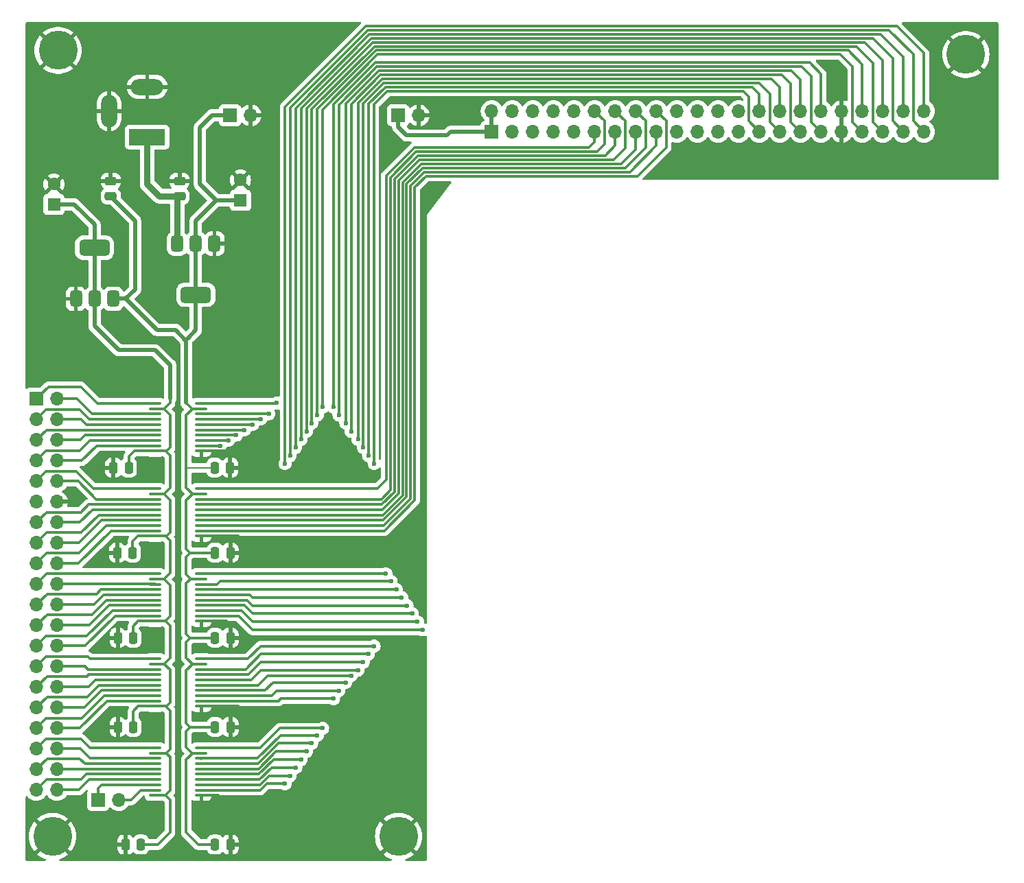
<source format=gbr>
%TF.GenerationSoftware,KiCad,Pcbnew,8.0.3-8.0.3-0~ubuntu20.04.1*%
%TF.CreationDate,2024-07-01T18:26:47+09:00*%
%TF.ProjectId,Gender_TANG25K_IO_LevelShift,47656e64-6572-45f5-9441-4e4732354b5f,rev?*%
%TF.SameCoordinates,Original*%
%TF.FileFunction,Copper,L1,Top*%
%TF.FilePolarity,Positive*%
%FSLAX46Y46*%
G04 Gerber Fmt 4.6, Leading zero omitted, Abs format (unit mm)*
G04 Created by KiCad (PCBNEW 8.0.3-8.0.3-0~ubuntu20.04.1) date 2024-07-01 18:26:47*
%MOMM*%
%LPD*%
G01*
G04 APERTURE LIST*
G04 Aperture macros list*
%AMRoundRect*
0 Rectangle with rounded corners*
0 $1 Rounding radius*
0 $2 $3 $4 $5 $6 $7 $8 $9 X,Y pos of 4 corners*
0 Add a 4 corners polygon primitive as box body*
4,1,4,$2,$3,$4,$5,$6,$7,$8,$9,$2,$3,0*
0 Add four circle primitives for the rounded corners*
1,1,$1+$1,$2,$3*
1,1,$1+$1,$4,$5*
1,1,$1+$1,$6,$7*
1,1,$1+$1,$8,$9*
0 Add four rect primitives between the rounded corners*
20,1,$1+$1,$2,$3,$4,$5,0*
20,1,$1+$1,$4,$5,$6,$7,0*
20,1,$1+$1,$6,$7,$8,$9,0*
20,1,$1+$1,$8,$9,$2,$3,0*%
G04 Aperture macros list end*
%TA.AperFunction,ComponentPad*%
%ADD10R,1.700000X1.700000*%
%TD*%
%TA.AperFunction,ComponentPad*%
%ADD11O,1.700000X1.700000*%
%TD*%
%TA.AperFunction,ComponentPad*%
%ADD12C,4.800000*%
%TD*%
%TA.AperFunction,SMDPad,CuDef*%
%ADD13RoundRect,0.375000X-0.375000X0.625000X-0.375000X-0.625000X0.375000X-0.625000X0.375000X0.625000X0*%
%TD*%
%TA.AperFunction,SMDPad,CuDef*%
%ADD14RoundRect,0.500000X-1.400000X0.500000X-1.400000X-0.500000X1.400000X-0.500000X1.400000X0.500000X0*%
%TD*%
%TA.AperFunction,SMDPad,CuDef*%
%ADD15RoundRect,0.250000X0.475000X-0.250000X0.475000X0.250000X-0.475000X0.250000X-0.475000X-0.250000X0*%
%TD*%
%TA.AperFunction,SMDPad,CuDef*%
%ADD16RoundRect,0.100000X-0.637500X-0.100000X0.637500X-0.100000X0.637500X0.100000X-0.637500X0.100000X0*%
%TD*%
%TA.AperFunction,SMDPad,CuDef*%
%ADD17RoundRect,0.250000X0.250000X0.475000X-0.250000X0.475000X-0.250000X-0.475000X0.250000X-0.475000X0*%
%TD*%
%TA.AperFunction,SMDPad,CuDef*%
%ADD18RoundRect,0.375000X0.375000X-0.625000X0.375000X0.625000X-0.375000X0.625000X-0.375000X-0.625000X0*%
%TD*%
%TA.AperFunction,SMDPad,CuDef*%
%ADD19RoundRect,0.500000X1.400000X-0.500000X1.400000X0.500000X-1.400000X0.500000X-1.400000X-0.500000X0*%
%TD*%
%TA.AperFunction,ComponentPad*%
%ADD20R,1.600000X1.600000*%
%TD*%
%TA.AperFunction,ComponentPad*%
%ADD21C,1.600000*%
%TD*%
%TA.AperFunction,SMDPad,CuDef*%
%ADD22RoundRect,0.250000X-0.250000X-0.475000X0.250000X-0.475000X0.250000X0.475000X-0.250000X0.475000X0*%
%TD*%
%TA.AperFunction,ComponentPad*%
%ADD23R,4.500000X2.000000*%
%TD*%
%TA.AperFunction,ComponentPad*%
%ADD24O,4.000000X2.000000*%
%TD*%
%TA.AperFunction,ComponentPad*%
%ADD25O,2.000000X4.000000*%
%TD*%
%TA.AperFunction,ViaPad*%
%ADD26C,0.600000*%
%TD*%
%TA.AperFunction,ViaPad*%
%ADD27C,0.500000*%
%TD*%
%TA.AperFunction,Conductor*%
%ADD28C,0.500000*%
%TD*%
%TA.AperFunction,Conductor*%
%ADD29C,0.300000*%
%TD*%
%TA.AperFunction,Conductor*%
%ADD30C,0.800000*%
%TD*%
%TA.AperFunction,Conductor*%
%ADD31C,0.200000*%
%TD*%
G04 APERTURE END LIST*
D10*
%TO.P,J6,1,Pin_1*%
%TO.N,Net-(J6-Pin_1)*%
X83460000Y-175500000D03*
D11*
%TO.P,J6,2,Pin_2*%
%TO.N,Net-(J6-Pin_2)*%
X86000000Y-175500000D03*
%TD*%
D12*
%TO.P,TP4,1,1*%
%TO.N,GND*%
X190500000Y-83500000D03*
%TD*%
%TO.P,TP3,1,1*%
%TO.N,GND*%
X78500000Y-83000000D03*
%TD*%
D11*
%TO.P,J2,2,Pin_2*%
%TO.N,GND*%
X123000000Y-91000000D03*
D10*
%TO.P,J2,1,Pin_1*%
%TO.N,Net-(J2-Pin_1)*%
X120460000Y-91000000D03*
%TD*%
%TO.P,J5,1,Pin_1*%
%TO.N,VCCB*%
X99725000Y-91000000D03*
D11*
%TO.P,J5,2,Pin_2*%
%TO.N,GND*%
X102265000Y-91000000D03*
%TD*%
D13*
%TO.P,U7,1,GND*%
%TO.N,GND*%
X97800000Y-106850000D03*
%TO.P,U7,2,VO*%
%TO.N,VCCB*%
X95500000Y-106850000D03*
D14*
X95500000Y-113150000D03*
D13*
%TO.P,U7,3,VI*%
%TO.N,Net-(U7-VI)*%
X93200000Y-106850000D03*
%TD*%
D12*
%TO.P,TP1,1,1*%
%TO.N,GND*%
X77820000Y-180000000D03*
%TD*%
D15*
%TO.P,C11,1*%
%TO.N,VCCB*%
X85000000Y-101000000D03*
%TO.P,C11,2*%
%TO.N,GND*%
X85000000Y-99100000D03*
%TD*%
D16*
%TO.P,U1,1,A1*%
%TO.N,/IO_1*%
X90457500Y-126575000D03*
%TO.P,U1,2,VCCA*%
%TO.N,VCCA*%
X90457500Y-127225000D03*
%TO.P,U1,3,A2*%
%TO.N,/IO_2*%
X90457500Y-127875000D03*
%TO.P,U1,4,A3*%
%TO.N,/IO_3*%
X90457500Y-128525000D03*
%TO.P,U1,5,A4*%
%TO.N,/IO_4*%
X90457500Y-129175000D03*
%TO.P,U1,6,A5*%
%TO.N,/IO_5*%
X90457500Y-129825000D03*
%TO.P,U1,7,A6*%
%TO.N,/IO_6*%
X90457500Y-130475000D03*
%TO.P,U1,8,A7*%
%TO.N,/IO_7*%
X90457500Y-131125000D03*
%TO.P,U1,9,A8*%
%TO.N,/IO_8*%
X90457500Y-131775000D03*
%TO.P,U1,10,OE*%
%TO.N,VCCA*%
X90457500Y-132425000D03*
%TO.P,U1,11,GND*%
%TO.N,GND*%
X96182500Y-132425000D03*
%TO.P,U1,12,B8*%
%TO.N,/DUT_8*%
X96182500Y-131775000D03*
%TO.P,U1,13,B7*%
%TO.N,/DUT_7*%
X96182500Y-131125000D03*
%TO.P,U1,14,B6*%
%TO.N,/DUT_6*%
X96182500Y-130475000D03*
%TO.P,U1,15,B5*%
%TO.N,/DUT_5*%
X96182500Y-129825000D03*
%TO.P,U1,16,B4*%
%TO.N,/DUT_4*%
X96182500Y-129175000D03*
%TO.P,U1,17,B3*%
%TO.N,/DUT_3*%
X96182500Y-128525000D03*
%TO.P,U1,18,B2*%
%TO.N,/DUT_2*%
X96182500Y-127875000D03*
%TO.P,U1,19,VCCB*%
%TO.N,VCCB*%
X96182500Y-127225000D03*
%TO.P,U1,20,B1*%
%TO.N,/DUT_1*%
X96182500Y-126575000D03*
%TD*%
D17*
%TO.P,C5,1*%
%TO.N,VCCA*%
X87770000Y-155500000D03*
%TO.P,C5,2*%
%TO.N,GND*%
X85870000Y-155500000D03*
%TD*%
%TO.P,C9,1*%
%TO.N,VCCA*%
X88720000Y-181000000D03*
%TO.P,C9,2*%
%TO.N,GND*%
X86820000Y-181000000D03*
%TD*%
D18*
%TO.P,U6,1,GND*%
%TO.N,GND*%
X80700000Y-113650000D03*
%TO.P,U6,2,VO*%
%TO.N,VCCA*%
X83000000Y-113650000D03*
D19*
X83000000Y-107350000D03*
D18*
%TO.P,U6,3,VI*%
%TO.N,VCCB*%
X85300000Y-113650000D03*
%TD*%
D16*
%TO.P,U5,1,A1*%
%TO.N,/IO_33*%
X90457500Y-169075000D03*
%TO.P,U5,2,VCCA*%
%TO.N,VCCA*%
X90457500Y-169725000D03*
%TO.P,U5,3,A2*%
%TO.N,/IO_34*%
X90457500Y-170375000D03*
%TO.P,U5,4,A3*%
%TO.N,/IO_35*%
X90457500Y-171025000D03*
%TO.P,U5,5,A4*%
%TO.N,/IO_36*%
X90457500Y-171675000D03*
%TO.P,U5,6,A5*%
%TO.N,/IO_37*%
X90457500Y-172325000D03*
%TO.P,U5,7,A6*%
%TO.N,/IO_38*%
X90457500Y-172975000D03*
%TO.P,U5,8,A7*%
%TO.N,Net-(J6-Pin_1)*%
X90457500Y-173625000D03*
%TO.P,U5,9,A8*%
%TO.N,Net-(J6-Pin_2)*%
X90457500Y-174275000D03*
%TO.P,U5,10,OE*%
%TO.N,VCCA*%
X90457500Y-174925000D03*
%TO.P,U5,11,GND*%
%TO.N,GND*%
X96182500Y-174925000D03*
%TO.P,U5,12,B8*%
%TO.N,/DUT_40*%
X96182500Y-174275000D03*
%TO.P,U5,13,B7*%
%TO.N,/DUT_39*%
X96182500Y-173625000D03*
%TO.P,U5,14,B6*%
%TO.N,/DUT_38*%
X96182500Y-172975000D03*
%TO.P,U5,15,B5*%
%TO.N,/DUT_37*%
X96182500Y-172325000D03*
%TO.P,U5,16,B4*%
%TO.N,/DUT_36*%
X96182500Y-171675000D03*
%TO.P,U5,17,B3*%
%TO.N,/DUT_35*%
X96182500Y-171025000D03*
%TO.P,U5,18,B2*%
%TO.N,/DUT_34*%
X96182500Y-170375000D03*
%TO.P,U5,19,VCCB*%
%TO.N,VCCB*%
X96182500Y-169725000D03*
%TO.P,U5,20,B1*%
%TO.N,/DUT_33*%
X96182500Y-169075000D03*
%TD*%
D20*
%TO.P,C12,1*%
%TO.N,VCCB*%
X101000000Y-101500000D03*
D21*
%TO.P,C12,2*%
%TO.N,GND*%
X101000000Y-99000000D03*
%TD*%
D10*
%TO.P,J1,1,Pin_1*%
%TO.N,/IO_1*%
X75820000Y-126000000D03*
D11*
%TO.P,J1,2,Pin_2*%
%TO.N,/IO_2*%
X78360000Y-126000000D03*
%TO.P,J1,3,Pin_3*%
%TO.N,/IO_3*%
X75820000Y-128540000D03*
%TO.P,J1,4,Pin_4*%
%TO.N,/IO_4*%
X78360000Y-128540000D03*
%TO.P,J1,5,Pin_5*%
%TO.N,/IO_5*%
X75820000Y-131080000D03*
%TO.P,J1,6,Pin_6*%
%TO.N,/IO_6*%
X78360000Y-131080000D03*
%TO.P,J1,7,Pin_7*%
%TO.N,/IO_7*%
X75820000Y-133620000D03*
%TO.P,J1,8,Pin_8*%
%TO.N,/IO_8*%
X78360000Y-133620000D03*
%TO.P,J1,9,Pin_9*%
%TO.N,/IO_9*%
X75820000Y-136160000D03*
%TO.P,J1,10,Pin_10*%
%TO.N,/IO_10*%
X78360000Y-136160000D03*
%TO.P,J1,11,Pin_11*%
%TO.N,unconnected-(J1-Pin_11-Pad11)*%
X75820000Y-138700000D03*
%TO.P,J1,12,Pin_12*%
%TO.N,GND*%
X78360000Y-138700000D03*
%TO.P,J1,13,Pin_13*%
%TO.N,/IO_11*%
X75820000Y-141240000D03*
%TO.P,J1,14,Pin_14*%
%TO.N,/IO_12*%
X78360000Y-141240000D03*
%TO.P,J1,15,Pin_15*%
%TO.N,/IO_13*%
X75820000Y-143780000D03*
%TO.P,J1,16,Pin_16*%
%TO.N,/IO_14*%
X78360000Y-143780000D03*
%TO.P,J1,17,Pin_17*%
%TO.N,/IO_15*%
X75820000Y-146320000D03*
%TO.P,J1,18,Pin_18*%
%TO.N,/IO_16*%
X78360000Y-146320000D03*
%TO.P,J1,19,Pin_19*%
%TO.N,/IO_17*%
X75820000Y-148860000D03*
%TO.P,J1,20,Pin_20*%
%TO.N,/IO_18*%
X78360000Y-148860000D03*
%TO.P,J1,21,Pin_21*%
%TO.N,/IO_19*%
X75820000Y-151400000D03*
%TO.P,J1,22,Pin_22*%
%TO.N,/IO_20*%
X78360000Y-151400000D03*
%TO.P,J1,23,Pin_23*%
%TO.N,/IO_21*%
X75820000Y-153940000D03*
%TO.P,J1,24,Pin_24*%
%TO.N,/IO_22*%
X78360000Y-153940000D03*
%TO.P,J1,25,Pin_25*%
%TO.N,/IO_23*%
X75820000Y-156480000D03*
%TO.P,J1,26,Pin_26*%
%TO.N,/IO_24*%
X78360000Y-156480000D03*
%TO.P,J1,27,Pin_27*%
%TO.N,/IO_25*%
X75820000Y-159020000D03*
%TO.P,J1,28,Pin_28*%
%TO.N,/IO_26*%
X78360000Y-159020000D03*
%TO.P,J1,29,Pin_29*%
%TO.N,/IO_27*%
X75820000Y-161560000D03*
%TO.P,J1,30,Pin_30*%
%TO.N,/IO_28*%
X78360000Y-161560000D03*
%TO.P,J1,31,Pin_31*%
%TO.N,/IO_29*%
X75820000Y-164100000D03*
%TO.P,J1,32,Pin_32*%
%TO.N,/IO_30*%
X78360000Y-164100000D03*
%TO.P,J1,33,Pin_33*%
%TO.N,/IO_31*%
X75820000Y-166640000D03*
%TO.P,J1,34,Pin_34*%
%TO.N,/IO_32*%
X78360000Y-166640000D03*
%TO.P,J1,35,Pin_35*%
%TO.N,/IO_33*%
X75820000Y-169180000D03*
%TO.P,J1,36,Pin_36*%
%TO.N,/IO_34*%
X78360000Y-169180000D03*
%TO.P,J1,37,Pin_37*%
%TO.N,/IO_35*%
X75820000Y-171720000D03*
%TO.P,J1,38,Pin_38*%
%TO.N,/IO_36*%
X78360000Y-171720000D03*
%TO.P,J1,39,Pin_39*%
%TO.N,/IO_37*%
X75820000Y-174260000D03*
%TO.P,J1,40,Pin_40*%
%TO.N,/IO_38*%
X78360000Y-174260000D03*
%TD*%
D22*
%TO.P,C8,1*%
%TO.N,VCCB*%
X97870000Y-166500000D03*
%TO.P,C8,2*%
%TO.N,GND*%
X99770000Y-166500000D03*
%TD*%
D12*
%TO.P,TP2,1,1*%
%TO.N,GND*%
X120500000Y-180000000D03*
%TD*%
D17*
%TO.P,C3,1*%
%TO.N,VCCA*%
X87720000Y-145000000D03*
%TO.P,C3,2*%
%TO.N,GND*%
X85820000Y-145000000D03*
%TD*%
D15*
%TO.P,C13,1*%
%TO.N,Net-(U7-VI)*%
X93500000Y-101000000D03*
%TO.P,C13,2*%
%TO.N,GND*%
X93500000Y-99100000D03*
%TD*%
D22*
%TO.P,C6,1*%
%TO.N,VCCB*%
X97870000Y-155500000D03*
%TO.P,C6,2*%
%TO.N,GND*%
X99770000Y-155500000D03*
%TD*%
D20*
%TO.P,C15,1*%
%TO.N,VCCA*%
X78000000Y-102000000D03*
D21*
%TO.P,C15,2*%
%TO.N,GND*%
X78000000Y-99500000D03*
%TD*%
D22*
%TO.P,C4,1*%
%TO.N,VCCB*%
X97870000Y-145000000D03*
%TO.P,C4,2*%
%TO.N,GND*%
X99770000Y-145000000D03*
%TD*%
D17*
%TO.P,C7,1*%
%TO.N,VCCA*%
X87770000Y-166500000D03*
%TO.P,C7,2*%
%TO.N,GND*%
X85870000Y-166500000D03*
%TD*%
D16*
%TO.P,U2,1,A1*%
%TO.N,/IO_9*%
X90457500Y-137075000D03*
%TO.P,U2,2,VCCA*%
%TO.N,VCCA*%
X90457500Y-137725000D03*
%TO.P,U2,3,A2*%
%TO.N,/IO_10*%
X90457500Y-138375000D03*
%TO.P,U2,4,A3*%
%TO.N,/IO_11*%
X90457500Y-139025000D03*
%TO.P,U2,5,A4*%
%TO.N,/IO_12*%
X90457500Y-139675000D03*
%TO.P,U2,6,A5*%
%TO.N,/IO_13*%
X90457500Y-140325000D03*
%TO.P,U2,7,A6*%
%TO.N,/IO_14*%
X90457500Y-140975000D03*
%TO.P,U2,8,A7*%
%TO.N,/IO_15*%
X90457500Y-141625000D03*
%TO.P,U2,9,A8*%
%TO.N,/IO_16*%
X90457500Y-142275000D03*
%TO.P,U2,10,OE*%
%TO.N,VCCA*%
X90457500Y-142925000D03*
%TO.P,U2,11,GND*%
%TO.N,GND*%
X96182500Y-142925000D03*
%TO.P,U2,12,B8*%
%TO.N,/DUT_16*%
X96182500Y-142275000D03*
%TO.P,U2,13,B7*%
%TO.N,/DUT_15*%
X96182500Y-141625000D03*
%TO.P,U2,14,B6*%
%TO.N,/DUT_14*%
X96182500Y-140975000D03*
%TO.P,U2,15,B5*%
%TO.N,/DUT_13*%
X96182500Y-140325000D03*
%TO.P,U2,16,B4*%
%TO.N,/DUT_12*%
X96182500Y-139675000D03*
%TO.P,U2,17,B3*%
%TO.N,/DUT_11*%
X96182500Y-139025000D03*
%TO.P,U2,18,B2*%
%TO.N,/DUT_10*%
X96182500Y-138375000D03*
%TO.P,U2,19,VCCB*%
%TO.N,VCCB*%
X96182500Y-137725000D03*
%TO.P,U2,20,B1*%
%TO.N,/DUT_9*%
X96182500Y-137075000D03*
%TD*%
D23*
%TO.P,J3,1*%
%TO.N,Net-(U7-VI)*%
X89500000Y-93700000D03*
D24*
%TO.P,J3,2*%
%TO.N,GND*%
X89500000Y-87500000D03*
D25*
%TO.P,J3,3*%
X84800000Y-90500000D03*
%TD*%
D16*
%TO.P,U3,1,A1*%
%TO.N,/IO_17*%
X90457500Y-147575000D03*
%TO.P,U3,2,VCCA*%
%TO.N,VCCA*%
X90457500Y-148225000D03*
%TO.P,U3,3,A2*%
%TO.N,/IO_18*%
X90457500Y-148875000D03*
%TO.P,U3,4,A3*%
%TO.N,/IO_19*%
X90457500Y-149525000D03*
%TO.P,U3,5,A4*%
%TO.N,/IO_20*%
X90457500Y-150175000D03*
%TO.P,U3,6,A5*%
%TO.N,/IO_21*%
X90457500Y-150825000D03*
%TO.P,U3,7,A6*%
%TO.N,/IO_22*%
X90457500Y-151475000D03*
%TO.P,U3,8,A7*%
%TO.N,/IO_23*%
X90457500Y-152125000D03*
%TO.P,U3,9,A8*%
%TO.N,/IO_24*%
X90457500Y-152775000D03*
%TO.P,U3,10,OE*%
%TO.N,VCCA*%
X90457500Y-153425000D03*
%TO.P,U3,11,GND*%
%TO.N,GND*%
X96182500Y-153425000D03*
%TO.P,U3,12,B8*%
%TO.N,/DUT_24*%
X96182500Y-152775000D03*
%TO.P,U3,13,B7*%
%TO.N,/DUT_23*%
X96182500Y-152125000D03*
%TO.P,U3,14,B6*%
%TO.N,/DUT_22*%
X96182500Y-151475000D03*
%TO.P,U3,15,B5*%
%TO.N,/DUT_21*%
X96182500Y-150825000D03*
%TO.P,U3,16,B4*%
%TO.N,/DUT_20*%
X96182500Y-150175000D03*
%TO.P,U3,17,B3*%
%TO.N,/DUT_19*%
X96182500Y-149525000D03*
%TO.P,U3,18,B2*%
%TO.N,/DUT_18*%
X96182500Y-148875000D03*
%TO.P,U3,19,VCCB*%
%TO.N,VCCB*%
X96182500Y-148225000D03*
%TO.P,U3,20,B1*%
%TO.N,/DUT_17*%
X96182500Y-147575000D03*
%TD*%
D22*
%TO.P,C10,1*%
%TO.N,VCCB*%
X97870000Y-181000000D03*
%TO.P,C10,2*%
%TO.N,GND*%
X99770000Y-181000000D03*
%TD*%
%TO.P,C2,1*%
%TO.N,VCCB*%
X97820000Y-134500000D03*
%TO.P,C2,2*%
%TO.N,GND*%
X99720000Y-134500000D03*
%TD*%
D16*
%TO.P,U4,1,A1*%
%TO.N,/IO_25*%
X90457500Y-158075000D03*
%TO.P,U4,2,VCCA*%
%TO.N,VCCA*%
X90457500Y-158725000D03*
%TO.P,U4,3,A2*%
%TO.N,/IO_26*%
X90457500Y-159375000D03*
%TO.P,U4,4,A3*%
%TO.N,/IO_27*%
X90457500Y-160025000D03*
%TO.P,U4,5,A4*%
%TO.N,/IO_28*%
X90457500Y-160675000D03*
%TO.P,U4,6,A5*%
%TO.N,/IO_29*%
X90457500Y-161325000D03*
%TO.P,U4,7,A6*%
%TO.N,/IO_30*%
X90457500Y-161975000D03*
%TO.P,U4,8,A7*%
%TO.N,/IO_31*%
X90457500Y-162625000D03*
%TO.P,U4,9,A8*%
%TO.N,/IO_32*%
X90457500Y-163275000D03*
%TO.P,U4,10,OE*%
%TO.N,VCCA*%
X90457500Y-163925000D03*
%TO.P,U4,11,GND*%
%TO.N,GND*%
X96182500Y-163925000D03*
%TO.P,U4,12,B8*%
%TO.N,/DUT_32*%
X96182500Y-163275000D03*
%TO.P,U4,13,B7*%
%TO.N,/DUT_31*%
X96182500Y-162625000D03*
%TO.P,U4,14,B6*%
%TO.N,/DUT_30*%
X96182500Y-161975000D03*
%TO.P,U4,15,B5*%
%TO.N,/DUT_29*%
X96182500Y-161325000D03*
%TO.P,U4,16,B4*%
%TO.N,/DUT_28*%
X96182500Y-160675000D03*
%TO.P,U4,17,B3*%
%TO.N,/DUT_27*%
X96182500Y-160025000D03*
%TO.P,U4,18,B2*%
%TO.N,/DUT_26*%
X96182500Y-159375000D03*
%TO.P,U4,19,VCCB*%
%TO.N,VCCB*%
X96182500Y-158725000D03*
%TO.P,U4,20,B1*%
%TO.N,/DUT_25*%
X96182500Y-158075000D03*
%TD*%
D17*
%TO.P,C1,1*%
%TO.N,VCCA*%
X87220000Y-134500000D03*
%TO.P,C1,2*%
%TO.N,GND*%
X85320000Y-134500000D03*
%TD*%
D10*
%TO.P,J4,1,Pin_1*%
%TO.N,Net-(J2-Pin_1)*%
X132000000Y-93040000D03*
D11*
%TO.P,J4,2,Pin_2*%
X132000000Y-90500000D03*
%TO.P,J4,3,Pin_3*%
%TO.N,/DUT_1*%
X134540000Y-93040000D03*
%TO.P,J4,4,Pin_4*%
%TO.N,/DUT_2*%
X134540000Y-90500000D03*
%TO.P,J4,5,Pin_5*%
%TO.N,/DUT_3*%
X137080000Y-93040000D03*
%TO.P,J4,6,Pin_6*%
%TO.N,/DUT_4*%
X137080000Y-90500000D03*
%TO.P,J4,7,Pin_7*%
%TO.N,/DUT_5*%
X139620000Y-93040000D03*
%TO.P,J4,8,Pin_8*%
%TO.N,/DUT_6*%
X139620000Y-90500000D03*
%TO.P,J4,9,Pin_9*%
%TO.N,/DUT_7*%
X142160000Y-93040000D03*
%TO.P,J4,10,Pin_10*%
%TO.N,/DUT_8*%
X142160000Y-90500000D03*
%TO.P,J4,11,Pin_11*%
%TO.N,/DUT_9*%
X144700000Y-93040000D03*
%TO.P,J4,12,Pin_12*%
%TO.N,/DUT_10*%
X144700000Y-90500000D03*
%TO.P,J4,13,Pin_13*%
%TO.N,/DUT_11*%
X147240000Y-93040000D03*
%TO.P,J4,14,Pin_14*%
%TO.N,/DUT_12*%
X147240000Y-90500000D03*
%TO.P,J4,15,Pin_15*%
%TO.N,/DUT_13*%
X149780000Y-93040000D03*
%TO.P,J4,16,Pin_16*%
%TO.N,/DUT_14*%
X149780000Y-90500000D03*
%TO.P,J4,17,Pin_17*%
%TO.N,/DUT_15*%
X152320000Y-93040000D03*
%TO.P,J4,18,Pin_18*%
%TO.N,/DUT_16*%
X152320000Y-90500000D03*
%TO.P,J4,19,Pin_19*%
%TO.N,/DUT_17*%
X154860000Y-93040000D03*
%TO.P,J4,20,Pin_20*%
%TO.N,/DUT_18*%
X154860000Y-90500000D03*
%TO.P,J4,21,Pin_21*%
%TO.N,/DUT_19*%
X157400000Y-93040000D03*
%TO.P,J4,22,Pin_22*%
%TO.N,/DUT_20*%
X157400000Y-90500000D03*
%TO.P,J4,23,Pin_23*%
%TO.N,/DUT_21*%
X159940000Y-93040000D03*
%TO.P,J4,24,Pin_24*%
%TO.N,/DUT_22*%
X159940000Y-90500000D03*
%TO.P,J4,25,Pin_25*%
%TO.N,/DUT_23*%
X162480000Y-93040000D03*
%TO.P,J4,26,Pin_26*%
%TO.N,/DUT_24*%
X162480000Y-90500000D03*
%TO.P,J4,27,Pin_27*%
%TO.N,/DUT_25*%
X165020000Y-93040000D03*
%TO.P,J4,28,Pin_28*%
%TO.N,/DUT_26*%
X165020000Y-90500000D03*
%TO.P,J4,29,Pin_29*%
%TO.N,/DUT_27*%
X167560000Y-93040000D03*
%TO.P,J4,30,Pin_30*%
%TO.N,/DUT_28*%
X167560000Y-90500000D03*
%TO.P,J4,31,Pin_31*%
%TO.N,/DUT_29*%
X170100000Y-93040000D03*
%TO.P,J4,32,Pin_32*%
%TO.N,/DUT_30*%
X170100000Y-90500000D03*
%TO.P,J4,33,Pin_33*%
%TO.N,/DUT_31*%
X172640000Y-93040000D03*
%TO.P,J4,34,Pin_34*%
%TO.N,/DUT_32*%
X172640000Y-90500000D03*
%TO.P,J4,35,Pin_35*%
%TO.N,GND*%
X175180000Y-93040000D03*
%TO.P,J4,36,Pin_36*%
X175180000Y-90500000D03*
%TO.P,J4,37,Pin_37*%
%TO.N,/DUT_33*%
X177720000Y-93040000D03*
%TO.P,J4,38,Pin_38*%
%TO.N,/DUT_34*%
X177720000Y-90500000D03*
%TO.P,J4,39,Pin_39*%
%TO.N,/DUT_35*%
X180260000Y-93040000D03*
%TO.P,J4,40,Pin_40*%
%TO.N,/DUT_36*%
X180260000Y-90500000D03*
%TO.P,J4,41,Pin_41*%
%TO.N,/DUT_37*%
X182800000Y-93040000D03*
%TO.P,J4,42,Pin_42*%
%TO.N,/DUT_38*%
X182800000Y-90500000D03*
%TO.P,J4,43,Pin_43*%
%TO.N,/DUT_39*%
X185340000Y-93040000D03*
%TO.P,J4,44,Pin_44*%
%TO.N,/DUT_40*%
X185340000Y-90500000D03*
%TD*%
D26*
%TO.N,/DUT_40*%
X106500000Y-173500000D03*
%TO.N,/DUT_39*%
X107150000Y-172500000D03*
%TO.N,/DUT_38*%
X107850000Y-171500000D03*
%TO.N,/DUT_37*%
X108500000Y-170500000D03*
%TO.N,/DUT_36*%
X109150000Y-169500000D03*
%TO.N,/DUT_35*%
X109800000Y-168500000D03*
%TO.N,/DUT_34*%
X110500000Y-167500000D03*
%TO.N,/DUT_33*%
X111150000Y-166650000D03*
%TO.N,/DUT_32*%
X112500000Y-163000000D03*
%TO.N,/DUT_31*%
X113150000Y-162000000D03*
%TO.N,/DUT_30*%
X114000000Y-161000000D03*
%TO.N,/DUT_29*%
X114650000Y-160150000D03*
%TO.N,/DUT_28*%
X115500000Y-159500000D03*
%TO.N,/DUT_27*%
X116150000Y-158500000D03*
%TO.N,/DUT_26*%
X116800000Y-157500000D03*
%TO.N,/DUT_25*%
X117500000Y-156500000D03*
%TO.N,/DUT_33*%
X111150000Y-127000000D03*
%TO.N,/DUT_38*%
X107800000Y-132000000D03*
%TO.N,/DUT_39*%
X107150000Y-133000000D03*
%TO.N,/DUT_40*%
X106500000Y-134000000D03*
%TO.N,/DUT_37*%
X108500000Y-131000000D03*
%TO.N,/DUT_36*%
X109150000Y-130000000D03*
%TO.N,/DUT_35*%
X109800000Y-129000000D03*
%TO.N,/DUT_34*%
X110500000Y-128000000D03*
%TO.N,/DUT_32*%
X112500000Y-127000000D03*
%TO.N,/DUT_31*%
X113150000Y-128000000D03*
%TO.N,/DUT_30*%
X114000000Y-129000000D03*
%TO.N,/DUT_29*%
X114650000Y-130000000D03*
%TO.N,/DUT_28*%
X115500000Y-131000000D03*
%TO.N,/DUT_27*%
X116150000Y-132000000D03*
%TO.N,/DUT_26*%
X116800000Y-133000000D03*
%TO.N,/DUT_25*%
X117500000Y-134000000D03*
%TO.N,/DUT_24*%
X123500000Y-154500000D03*
%TO.N,/DUT_23*%
X122850000Y-153500000D03*
%TO.N,/DUT_22*%
X122200000Y-152500000D03*
%TO.N,/DUT_21*%
X121550000Y-151500000D03*
%TO.N,/DUT_19*%
X120250000Y-149525000D03*
%TO.N,/DUT_18*%
X119600000Y-148500000D03*
%TO.N,/DUT_17*%
X118950000Y-147575000D03*
%TO.N,/DUT_8*%
X98500000Y-131775000D03*
%TO.N,/DUT_7*%
X99500000Y-131125000D03*
%TO.N,/DUT_6*%
X100500000Y-130475000D03*
%TO.N,/DUT_5*%
X101500000Y-129825000D03*
%TO.N,/DUT_4*%
X102500000Y-129175000D03*
%TO.N,/DUT_3*%
X103500000Y-128500000D03*
%TO.N,/DUT_2*%
X104500000Y-127850000D03*
%TO.N,/DUT_1*%
X105500000Y-126500000D03*
D27*
%TO.N,GND*%
X93320000Y-137500000D03*
X82820000Y-181000000D03*
X93320000Y-158500000D03*
X84320000Y-156500000D03*
X102820000Y-181000000D03*
X93320000Y-170000000D03*
X87500000Y-117500000D03*
X93320000Y-148000000D03*
X101820000Y-155500000D03*
X101320000Y-135500000D03*
X93320000Y-181000000D03*
X83820000Y-166500000D03*
X93320000Y-127000000D03*
X83820000Y-145000000D03*
X101820000Y-166500000D03*
X83320000Y-134500000D03*
X101820000Y-145000000D03*
X90500000Y-104500000D03*
D26*
%TO.N,/DUT_20*%
X120900000Y-150500000D03*
%TD*%
D28*
%TO.N,VCCB*%
X99725000Y-91000000D02*
X97500000Y-91000000D01*
X97500000Y-91000000D02*
X96000000Y-92500000D01*
X96000000Y-99500000D02*
X98000000Y-101500000D01*
X96000000Y-92500000D02*
X96000000Y-99500000D01*
D29*
%TO.N,Net-(J6-Pin_2)*%
X88725000Y-174275000D02*
X87500000Y-175500000D01*
X90457500Y-174275000D02*
X88725000Y-174275000D01*
X87500000Y-175500000D02*
X86000000Y-175500000D01*
%TO.N,Net-(J6-Pin_1)*%
X90457500Y-173625000D02*
X83875000Y-173625000D01*
X83875000Y-173625000D02*
X83460000Y-174040000D01*
X83460000Y-174040000D02*
X83460000Y-175500000D01*
D28*
%TO.N,Net-(J2-Pin_1)*%
X121500000Y-93500000D02*
X126500000Y-93500000D01*
X132000000Y-93040000D02*
X126960000Y-93040000D01*
X126960000Y-93040000D02*
X126500000Y-93500000D01*
X120460000Y-91000000D02*
X120460000Y-92460000D01*
X120460000Y-92460000D02*
X121500000Y-93500000D01*
X132000000Y-93040000D02*
X132000000Y-90500000D01*
D29*
%TO.N,/DUT_25*%
X117500000Y-134000000D02*
X117450000Y-133950000D01*
X117450000Y-133950000D02*
X117450000Y-89656590D01*
X163680000Y-91700000D02*
X165020000Y-93040000D01*
X117450000Y-89656590D02*
X119106590Y-88000000D01*
X119106590Y-88000000D02*
X163000000Y-88000000D01*
X163000000Y-88000000D02*
X163680000Y-88680000D01*
X163680000Y-88680000D02*
X163680000Y-91700000D01*
%TO.N,/DUT_26*%
X116800000Y-133000000D02*
X116800000Y-89599484D01*
X116800000Y-89599484D02*
X118899484Y-87500000D01*
X118899484Y-87500000D02*
X164103553Y-87500000D01*
X164103553Y-87500000D02*
X165020000Y-88416447D01*
X165020000Y-88416447D02*
X165020000Y-90500000D01*
%TO.N,/DUT_27*%
X116150000Y-132000000D02*
X116150000Y-89542378D01*
X116150000Y-89542378D02*
X118692378Y-87000000D01*
X118692378Y-87000000D02*
X165000000Y-87000000D01*
X165000000Y-87000000D02*
X166360000Y-88360000D01*
X166360000Y-88360000D02*
X166360000Y-91840000D01*
X166360000Y-91840000D02*
X167560000Y-93040000D01*
%TO.N,/DUT_28*%
X115500000Y-131000000D02*
X115500000Y-89485272D01*
X118485272Y-86500000D02*
X166500000Y-86500000D01*
X115500000Y-89485272D02*
X118485272Y-86500000D01*
X166500000Y-86500000D02*
X167560000Y-87560000D01*
X167560000Y-87560000D02*
X167560000Y-90500000D01*
%TO.N,/DUT_29*%
X114650000Y-130000000D02*
X114650000Y-89628166D01*
X168900000Y-91840000D02*
X170100000Y-93040000D01*
X114650000Y-89628166D02*
X118278166Y-86000000D01*
X118278166Y-86000000D02*
X167750000Y-86000000D01*
X167750000Y-86000000D02*
X168900000Y-87150000D01*
X168900000Y-87150000D02*
X168900000Y-91840000D01*
%TO.N,/DUT_30*%
X114000000Y-129000000D02*
X114000000Y-89571060D01*
X170100000Y-86600000D02*
X170100000Y-90500000D01*
X114000000Y-89571060D02*
X118071060Y-85500000D01*
X118071060Y-85500000D02*
X169000000Y-85500000D01*
X169000000Y-85500000D02*
X170100000Y-86600000D01*
%TO.N,/DUT_31*%
X113150000Y-128000000D02*
X113150000Y-89713954D01*
X113150000Y-89713954D02*
X117863954Y-85000000D01*
X117863954Y-85000000D02*
X170250000Y-85000000D01*
X170250000Y-85000000D02*
X171440000Y-86190000D01*
X171440000Y-86190000D02*
X171440000Y-91840000D01*
X171440000Y-91840000D02*
X172640000Y-93040000D01*
%TO.N,/DUT_32*%
X112500000Y-127000000D02*
X112500000Y-89656848D01*
X112500000Y-89656848D02*
X117656848Y-84500000D01*
X117656848Y-84500000D02*
X171250000Y-84500000D01*
X171250000Y-84500000D02*
X172640000Y-85890000D01*
X172640000Y-85890000D02*
X172640000Y-90500000D01*
%TO.N,/DUT_33*%
X111150000Y-127000000D02*
X111150000Y-90299742D01*
X117949742Y-83500000D02*
X175000000Y-83500000D01*
X175000000Y-83500000D02*
X176520000Y-85020000D01*
X111150000Y-90299742D02*
X117949742Y-83500000D01*
X176520000Y-85020000D02*
X176520000Y-91840000D01*
X176520000Y-91840000D02*
X177720000Y-93040000D01*
%TO.N,/DUT_34*%
X110500000Y-128000000D02*
X110500000Y-90242636D01*
X110500000Y-90242636D02*
X117742636Y-83000000D01*
X117742636Y-83000000D02*
X176000000Y-83000000D01*
X176000000Y-83000000D02*
X177720000Y-84720000D01*
X177720000Y-84720000D02*
X177720000Y-90500000D01*
%TO.N,/DUT_35*%
X109800000Y-129000000D02*
X109800000Y-90235530D01*
X179060000Y-84560000D02*
X179060000Y-91840000D01*
X109800000Y-90235530D02*
X117535530Y-82500000D01*
X177000000Y-82500000D02*
X179060000Y-84560000D01*
X117535530Y-82500000D02*
X177000000Y-82500000D01*
X179060000Y-91840000D02*
X180260000Y-93040000D01*
%TO.N,/DUT_36*%
X109150000Y-130000000D02*
X109150000Y-90178424D01*
X109150000Y-90178424D02*
X117328424Y-82000000D01*
X180260000Y-84260000D02*
X180260000Y-90500000D01*
X117328424Y-82000000D02*
X178000000Y-82000000D01*
X178000000Y-82000000D02*
X180260000Y-84260000D01*
%TO.N,/DUT_37*%
X108500000Y-131000000D02*
X108500000Y-90121318D01*
X108500000Y-90121318D02*
X117121318Y-81500000D01*
X117121318Y-81500000D02*
X179000000Y-81500000D01*
X179000000Y-81500000D02*
X181460000Y-83960000D01*
X181460000Y-83960000D02*
X181460000Y-91700000D01*
X181460000Y-91700000D02*
X182800000Y-93040000D01*
%TO.N,/DUT_38*%
X107800000Y-132000000D02*
X107800000Y-90114212D01*
X107800000Y-90114212D02*
X116914212Y-81000000D01*
X116914212Y-81000000D02*
X180000000Y-81000000D01*
X180000000Y-81000000D02*
X182800000Y-83800000D01*
X182800000Y-83800000D02*
X182800000Y-90500000D01*
%TO.N,/DUT_39*%
X107150000Y-133000000D02*
X107150000Y-90057106D01*
X107150000Y-90057106D02*
X116707106Y-80500000D01*
X116707106Y-80500000D02*
X181000000Y-80500000D01*
X181000000Y-80500000D02*
X184000000Y-83500000D01*
X184000000Y-83500000D02*
X184000000Y-91700000D01*
X184000000Y-91700000D02*
X185340000Y-93040000D01*
%TO.N,/DUT_40*%
X106500000Y-134000000D02*
X106500000Y-90000000D01*
X106500000Y-90000000D02*
X116500000Y-80000000D01*
X116500000Y-80000000D02*
X182000000Y-80000000D01*
X182000000Y-80000000D02*
X185340000Y-83340000D01*
X185340000Y-83340000D02*
X185340000Y-90500000D01*
D28*
%TO.N,VCCA*%
X83000000Y-113650000D02*
X83000000Y-117000000D01*
X83000000Y-117000000D02*
X86000000Y-120000000D01*
X86000000Y-120000000D02*
X90500000Y-120000000D01*
X90500000Y-120000000D02*
X92320000Y-121820000D01*
X92320000Y-121820000D02*
X92320000Y-126000000D01*
%TO.N,VCCB*%
X86850000Y-113650000D02*
X90700000Y-117500000D01*
X90700000Y-117500000D02*
X93000000Y-117500000D01*
X93000000Y-117500000D02*
X94320000Y-118820000D01*
X95500000Y-117500000D02*
X94500000Y-118500000D01*
X94500000Y-118500000D02*
X94320000Y-118680000D01*
X85300000Y-113650000D02*
X86850000Y-113650000D01*
X85000000Y-101000000D02*
X88000000Y-104000000D01*
X88000000Y-104000000D02*
X88000000Y-112500000D01*
X88000000Y-112500000D02*
X86850000Y-113650000D01*
%TO.N,VCCA*%
X80500000Y-102000000D02*
X83000000Y-104500000D01*
X78000000Y-102000000D02*
X80500000Y-102000000D01*
X83000000Y-104500000D02*
X83000000Y-113650000D01*
D29*
X92320000Y-126500000D02*
X92320000Y-126000000D01*
D28*
%TO.N,VCCB*%
X95500000Y-113150000D02*
X95500000Y-117500000D01*
X94320000Y-118680000D02*
X94320000Y-126500000D01*
D29*
X96182500Y-127225000D02*
X95045000Y-127225000D01*
X95045000Y-127225000D02*
X94320000Y-126500000D01*
D28*
X98000000Y-101500000D02*
X95500000Y-104000000D01*
X101000000Y-101500000D02*
X98000000Y-101500000D01*
X95500000Y-104000000D02*
X95500000Y-113150000D01*
X95500000Y-113150000D02*
X95500000Y-106850000D01*
D30*
%TO.N,Net-(U7-VI)*%
X93200000Y-106850000D02*
X93200000Y-101300000D01*
X93200000Y-101300000D02*
X93500000Y-101000000D01*
X89500000Y-99500000D02*
X91000000Y-101000000D01*
X89500000Y-93700000D02*
X89500000Y-99500000D01*
X91000000Y-101000000D02*
X93500000Y-101000000D01*
D29*
%TO.N,/DUT_1*%
X105500000Y-126500000D02*
X105425000Y-126575000D01*
X105425000Y-126575000D02*
X96182500Y-126575000D01*
%TO.N,/DUT_40*%
X106500000Y-173500000D02*
X104242637Y-173500000D01*
X104242637Y-173500000D02*
X103467637Y-174275000D01*
X103467637Y-174275000D02*
X96182500Y-174275000D01*
%TO.N,/DUT_39*%
X107150000Y-172500000D02*
X104535530Y-172500000D01*
X104535530Y-172500000D02*
X103410530Y-173625000D01*
X103410530Y-173625000D02*
X96182500Y-173625000D01*
%TO.N,/DUT_38*%
X107850000Y-171500000D02*
X104828424Y-171500000D01*
X104828424Y-171500000D02*
X103353424Y-172975000D01*
X103353424Y-172975000D02*
X96182500Y-172975000D01*
%TO.N,/DUT_37*%
X108500000Y-170500000D02*
X105121318Y-170500000D01*
X105121318Y-170500000D02*
X103296318Y-172325000D01*
X103296318Y-172325000D02*
X96182500Y-172325000D01*
%TO.N,/DUT_36*%
X109150000Y-169500000D02*
X105414212Y-169500000D01*
X105414212Y-169500000D02*
X103239212Y-171675000D01*
X103239212Y-171675000D02*
X96182500Y-171675000D01*
%TO.N,/DUT_35*%
X109800000Y-168500000D02*
X105707106Y-168500000D01*
X105707106Y-168500000D02*
X103182106Y-171025000D01*
X103182106Y-171025000D02*
X96182500Y-171025000D01*
%TO.N,/DUT_34*%
X96182500Y-170375000D02*
X103125000Y-170375000D01*
X103125000Y-170375000D02*
X106000000Y-167500000D01*
X106000000Y-167500000D02*
X110500000Y-167500000D01*
%TO.N,/DUT_33*%
X96182500Y-169075000D02*
X103425000Y-169075000D01*
X103425000Y-169075000D02*
X105850000Y-166650000D01*
X105850000Y-166650000D02*
X111150000Y-166650000D01*
%TO.N,/DUT_32*%
X105725000Y-163275000D02*
X106000000Y-163000000D01*
X96182500Y-163275000D02*
X105725000Y-163275000D01*
X106000000Y-163000000D02*
X112500000Y-163000000D01*
%TO.N,/DUT_31*%
X104875000Y-162625000D02*
X105500000Y-162000000D01*
X96182500Y-162625000D02*
X104875000Y-162625000D01*
X105500000Y-162000000D02*
X113150000Y-162000000D01*
%TO.N,/DUT_30*%
X104025000Y-161975000D02*
X105000000Y-161000000D01*
X105000000Y-161000000D02*
X114000000Y-161000000D01*
X96182500Y-161975000D02*
X104025000Y-161975000D01*
%TO.N,/DUT_29*%
X96182500Y-161325000D02*
X103175000Y-161325000D01*
X103175000Y-161325000D02*
X104350000Y-160150000D01*
X104350000Y-160150000D02*
X114650000Y-160150000D01*
%TO.N,/DUT_28*%
X115500000Y-159500000D02*
X103500000Y-159500000D01*
X103500000Y-159500000D02*
X102325000Y-160675000D01*
X102325000Y-160675000D02*
X96182500Y-160675000D01*
%TO.N,/DUT_27*%
X101975000Y-160025000D02*
X103500000Y-158500000D01*
X96182500Y-160025000D02*
X101975000Y-160025000D01*
X103500000Y-158500000D02*
X116150000Y-158500000D01*
%TO.N,/DUT_26*%
X96182500Y-159375000D02*
X101625000Y-159375000D01*
X101625000Y-159375000D02*
X103500000Y-157500000D01*
X103500000Y-157500000D02*
X116800000Y-157500000D01*
%TO.N,/DUT_25*%
X96182500Y-158075000D02*
X101925000Y-158075000D01*
X101925000Y-158075000D02*
X103500000Y-156500000D01*
X103500000Y-156500000D02*
X117500000Y-156500000D01*
%TO.N,/DUT_9*%
X144700000Y-93040000D02*
X144700000Y-94300000D01*
X144700000Y-94300000D02*
X144000000Y-95000000D01*
X144000000Y-95000000D02*
X122464465Y-95000000D01*
X122464465Y-95000000D02*
X119000000Y-98464465D01*
X119000000Y-98464465D02*
X119000000Y-136000000D01*
X119000000Y-136000000D02*
X117925000Y-137075000D01*
X117925000Y-137075000D02*
X96182500Y-137075000D01*
%TO.N,/DUT_10*%
X144700000Y-90500000D02*
X145900000Y-91700000D01*
X145900000Y-91700000D02*
X145900000Y-94600000D01*
X118382364Y-138375000D02*
X96182500Y-138375000D01*
X145900000Y-94600000D02*
X145000000Y-95500000D01*
X119500000Y-98671572D02*
X119500000Y-137257364D01*
X145000000Y-95500000D02*
X122671572Y-95500000D01*
X119500000Y-137257364D02*
X118382364Y-138375000D01*
X122671572Y-95500000D02*
X119500000Y-98671572D01*
%TO.N,/DUT_11*%
X147240000Y-93040000D02*
X147240000Y-94760000D01*
X147240000Y-94760000D02*
X146000000Y-96000000D01*
X146000000Y-96000000D02*
X122878679Y-96000000D01*
X122878679Y-96000000D02*
X120000000Y-98878679D01*
X120000000Y-98878679D02*
X120000000Y-137464470D01*
X118439470Y-139025000D02*
X96182500Y-139025000D01*
X120000000Y-137464470D02*
X118439470Y-139025000D01*
%TO.N,/DUT_12*%
X147240000Y-90500000D02*
X148440000Y-91700000D01*
X120500000Y-99085786D02*
X120500000Y-137671576D01*
X118496576Y-139675000D02*
X96182500Y-139675000D01*
X148440000Y-91700000D02*
X148440000Y-95060000D01*
X120500000Y-137671576D02*
X118496576Y-139675000D01*
X148440000Y-95060000D02*
X147000000Y-96500000D01*
X147000000Y-96500000D02*
X123085786Y-96500000D01*
X123085786Y-96500000D02*
X120500000Y-99085786D01*
%TO.N,/DUT_13*%
X149780000Y-93040000D02*
X149780000Y-95220000D01*
X123292893Y-97000000D02*
X121000000Y-99292893D01*
X149780000Y-95220000D02*
X148000000Y-97000000D01*
X148000000Y-97000000D02*
X123292893Y-97000000D01*
X121000000Y-99292893D02*
X121000000Y-137878682D01*
X121000000Y-137878682D02*
X118553682Y-140325000D01*
X118553682Y-140325000D02*
X96182500Y-140325000D01*
%TO.N,/DUT_14*%
X149780000Y-90500000D02*
X150980000Y-91700000D01*
X150980000Y-91700000D02*
X150980000Y-95020000D01*
X150980000Y-95020000D02*
X148500000Y-97500000D01*
X148500000Y-97500000D02*
X123500000Y-97500000D01*
X123500000Y-97500000D02*
X121500000Y-99500000D01*
X121500000Y-99500000D02*
X121500000Y-138085788D01*
X121500000Y-138085788D02*
X118610788Y-140975000D01*
X118610788Y-140975000D02*
X96182500Y-140975000D01*
%TO.N,/DUT_15*%
X152320000Y-93040000D02*
X152320000Y-94711041D01*
X152320000Y-94711041D02*
X149031041Y-98000000D01*
X149031041Y-98000000D02*
X123707106Y-98000000D01*
X122000000Y-99707106D02*
X122000000Y-138292894D01*
X123707106Y-98000000D02*
X122000000Y-99707106D01*
X122000000Y-138292894D02*
X118667894Y-141625000D01*
X118667894Y-141625000D02*
X96182500Y-141625000D01*
%TO.N,/DUT_16*%
X152320000Y-90500000D02*
X153520000Y-91700000D01*
X153520000Y-91700000D02*
X153520000Y-94980000D01*
X153520000Y-94980000D02*
X150000000Y-98500000D01*
X150000000Y-98500000D02*
X123914212Y-98500000D01*
X123914212Y-98500000D02*
X122500000Y-99914212D01*
X122500000Y-99914212D02*
X122500000Y-138500000D01*
X122500000Y-138500000D02*
X118725000Y-142275000D01*
X118725000Y-142275000D02*
X96182500Y-142275000D01*
%TO.N,/DUT_17*%
X118950000Y-147575000D02*
X96182500Y-147575000D01*
%TO.N,/DUT_18*%
X119600000Y-148500000D02*
X98500000Y-148500000D01*
X98500000Y-148500000D02*
X98125000Y-148875000D01*
X98125000Y-148875000D02*
X96182500Y-148875000D01*
%TO.N,/DUT_19*%
X120250000Y-149525000D02*
X96182500Y-149525000D01*
%TO.N,/DUT_20*%
X120900000Y-150500000D02*
X102500000Y-150500000D01*
X102500000Y-150500000D02*
X102175000Y-150175000D01*
X102175000Y-150175000D02*
X96182500Y-150175000D01*
%TO.N,/DUT_21*%
X121550000Y-151500000D02*
X102500000Y-151500000D01*
X102500000Y-151500000D02*
X101825000Y-150825000D01*
X101825000Y-150825000D02*
X96182500Y-150825000D01*
%TO.N,/DUT_22*%
X122200000Y-152500000D02*
X102500000Y-152500000D01*
X101475000Y-151475000D02*
X96182500Y-151475000D01*
X102500000Y-152500000D02*
X101475000Y-151475000D01*
%TO.N,/DUT_23*%
X122850000Y-153500000D02*
X102500000Y-153500000D01*
X102500000Y-153500000D02*
X101125000Y-152125000D01*
X101125000Y-152125000D02*
X96182500Y-152125000D01*
%TO.N,/DUT_24*%
X123500000Y-154500000D02*
X102500000Y-154500000D01*
X100775000Y-152775000D02*
X96182500Y-152775000D01*
X102500000Y-154500000D02*
X100775000Y-152775000D01*
%TO.N,/DUT_2*%
X104500000Y-127850000D02*
X97821576Y-127850000D01*
X97821576Y-127850000D02*
X97796576Y-127875000D01*
X97796576Y-127875000D02*
X96182500Y-127875000D01*
%TO.N,/DUT_3*%
X97853682Y-128525000D02*
X96182500Y-128525000D01*
X103500000Y-128500000D02*
X97878682Y-128500000D01*
X97878682Y-128500000D02*
X97853682Y-128525000D01*
%TO.N,/DUT_4*%
X102500000Y-129175000D02*
X96182500Y-129175000D01*
%TO.N,/DUT_5*%
X101500000Y-129825000D02*
X96182500Y-129825000D01*
%TO.N,/DUT_6*%
X100500000Y-130475000D02*
X96182500Y-130475000D01*
%TO.N,/DUT_7*%
X99500000Y-131125000D02*
X96182500Y-131125000D01*
%TO.N,/DUT_8*%
X98500000Y-131775000D02*
X96182500Y-131775000D01*
%TO.N,/IO_15*%
X84445000Y-141625000D02*
X90457500Y-141625000D01*
X77140000Y-145000000D02*
X81070000Y-145000000D01*
X75820000Y-146320000D02*
X77140000Y-145000000D01*
X81070000Y-145000000D02*
X84445000Y-141625000D01*
%TO.N,/IO_31*%
X81380000Y-165440000D02*
X77020000Y-165440000D01*
X90457500Y-162625000D02*
X84195000Y-162625000D01*
X77020000Y-165440000D02*
X75820000Y-166640000D01*
X84195000Y-162625000D02*
X81380000Y-165440000D01*
%TO.N,/IO_17*%
X75820000Y-148860000D02*
X77105000Y-147575000D01*
X77105000Y-147575000D02*
X90457500Y-147575000D01*
%TO.N,/IO_36*%
X89820000Y-171675000D02*
X89775000Y-171720000D01*
X90457500Y-171675000D02*
X89820000Y-171675000D01*
X89775000Y-171720000D02*
X78360000Y-171720000D01*
%TO.N,/IO_30*%
X81720000Y-164100000D02*
X83845000Y-161975000D01*
X78360000Y-164100000D02*
X81720000Y-164100000D01*
X83845000Y-161975000D02*
X90457500Y-161975000D01*
%TO.N,/IO_2*%
X82695000Y-127875000D02*
X90457500Y-127875000D01*
X78360000Y-126000000D02*
X80820000Y-126000000D01*
X80820000Y-126000000D02*
X82695000Y-127875000D01*
%TO.N,/IO_18*%
X90442500Y-148860000D02*
X90457500Y-148875000D01*
X78360000Y-148860000D02*
X90442500Y-148860000D01*
%TO.N,/IO_35*%
X81845000Y-171025000D02*
X90457500Y-171025000D01*
X77160000Y-170380000D02*
X81200000Y-170380000D01*
X81200000Y-170380000D02*
X81845000Y-171025000D01*
X75820000Y-171720000D02*
X77160000Y-170380000D01*
%TO.N,/IO_3*%
X81160000Y-127340000D02*
X82345000Y-128525000D01*
X77020000Y-127340000D02*
X81160000Y-127340000D01*
X82345000Y-128525000D02*
X90457500Y-128525000D01*
X75820000Y-128540000D02*
X77020000Y-127340000D01*
%TO.N,/IO_13*%
X83495000Y-140325000D02*
X90457500Y-140325000D01*
X77100000Y-142500000D02*
X81320000Y-142500000D01*
X75820000Y-143780000D02*
X77100000Y-142500000D01*
X81320000Y-142500000D02*
X83495000Y-140325000D01*
%TO.N,/IO_32*%
X84545000Y-163275000D02*
X90457500Y-163275000D01*
X78360000Y-166640000D02*
X81180000Y-166640000D01*
X81180000Y-166640000D02*
X84545000Y-163275000D01*
%TO.N,/IO_20*%
X84145000Y-150175000D02*
X82920000Y-151400000D01*
X78360000Y-151400000D02*
X82920000Y-151400000D01*
X90457500Y-150175000D02*
X84145000Y-150175000D01*
%TO.N,/IO_1*%
X81320000Y-124500000D02*
X83395000Y-126575000D01*
X77320000Y-124500000D02*
X81320000Y-124500000D01*
X83395000Y-126575000D02*
X90457500Y-126575000D01*
X75820000Y-126000000D02*
X77320000Y-124500000D01*
%TO.N,/IO_25*%
X75820000Y-159020000D02*
X77020000Y-157820000D01*
X77020000Y-157820000D02*
X82140000Y-157820000D01*
X82140000Y-157820000D02*
X82395000Y-158075000D01*
X82395000Y-158075000D02*
X90457500Y-158075000D01*
%TO.N,/IO_27*%
X77160000Y-160220000D02*
X82100000Y-160220000D01*
X75820000Y-161560000D02*
X77160000Y-160220000D01*
X82295000Y-160025000D02*
X90457500Y-160025000D01*
X82100000Y-160220000D02*
X82295000Y-160025000D01*
%TO.N,/IO_14*%
X83845000Y-140975000D02*
X90457500Y-140975000D01*
X78360000Y-143780000D02*
X81040000Y-143780000D01*
X81040000Y-143780000D02*
X83845000Y-140975000D01*
%TO.N,/IO_24*%
X85545000Y-152775000D02*
X90457500Y-152775000D01*
X81840000Y-156480000D02*
X85545000Y-152775000D01*
X78360000Y-156480000D02*
X81840000Y-156480000D01*
%TO.N,/IO_11*%
X77060000Y-140000000D02*
X81320000Y-140000000D01*
X75820000Y-141240000D02*
X77060000Y-140000000D01*
X81320000Y-140000000D02*
X82295000Y-139025000D01*
X82295000Y-139025000D02*
X90457500Y-139025000D01*
%TO.N,/IO_19*%
X83260000Y-150060000D02*
X77160000Y-150060000D01*
X83795000Y-149525000D02*
X83260000Y-150060000D01*
X90457500Y-149525000D02*
X83795000Y-149525000D01*
X77160000Y-150060000D02*
X75820000Y-151400000D01*
%TO.N,/IO_29*%
X75820000Y-164100000D02*
X77160000Y-162760000D01*
X77160000Y-162760000D02*
X82060000Y-162760000D01*
X83495000Y-161325000D02*
X90457500Y-161325000D01*
X82060000Y-162760000D02*
X83495000Y-161325000D01*
%TO.N,/IO_8*%
X81450000Y-133620000D02*
X83295000Y-131775000D01*
X83295000Y-131775000D02*
X90457500Y-131775000D01*
X78360000Y-133620000D02*
X81450000Y-133620000D01*
%TO.N,/IO_9*%
X82895000Y-137075000D02*
X90457500Y-137075000D01*
X80780000Y-134960000D02*
X82895000Y-137075000D01*
X75820000Y-136160000D02*
X77020000Y-134960000D01*
X77020000Y-134960000D02*
X80780000Y-134960000D01*
%TO.N,/IO_23*%
X77020000Y-155280000D02*
X82040000Y-155280000D01*
X82040000Y-155280000D02*
X85195000Y-152125000D01*
X75820000Y-156480000D02*
X77020000Y-155280000D01*
X85195000Y-152125000D02*
X90457500Y-152125000D01*
%TO.N,/IO_28*%
X83145000Y-160675000D02*
X90457500Y-160675000D01*
X82260000Y-161560000D02*
X83145000Y-160675000D01*
X78360000Y-161560000D02*
X82260000Y-161560000D01*
%TO.N,/IO_21*%
X90457500Y-150825000D02*
X84495000Y-150825000D01*
X84495000Y-150825000D02*
X82720000Y-152600000D01*
X82720000Y-152600000D02*
X77160000Y-152600000D01*
X77160000Y-152600000D02*
X75820000Y-153940000D01*
%TO.N,/IO_7*%
X82445000Y-131125000D02*
X90457500Y-131125000D01*
X77020000Y-132420000D02*
X81150000Y-132420000D01*
X81150000Y-132420000D02*
X82445000Y-131125000D01*
X75820000Y-133620000D02*
X77020000Y-132420000D01*
%TO.N,/IO_22*%
X78360000Y-153940000D02*
X82380000Y-153940000D01*
X84845000Y-151475000D02*
X90457500Y-151475000D01*
X82380000Y-153940000D02*
X84845000Y-151475000D01*
%TO.N,/IO_6*%
X81845000Y-130475000D02*
X90457500Y-130475000D01*
X81240000Y-131080000D02*
X81845000Y-130475000D01*
X78360000Y-131080000D02*
X81240000Y-131080000D01*
%TO.N,GND*%
X100745000Y-163925000D02*
X101820000Y-165000000D01*
X101820000Y-144000000D02*
X101820000Y-145000000D01*
X96182500Y-142925000D02*
X100745000Y-142925000D01*
X96182500Y-174925000D02*
X98245000Y-174925000D01*
X99770000Y-153950000D02*
X99245000Y-153425000D01*
X99720000Y-132900000D02*
X99245000Y-132425000D01*
X100745000Y-142925000D02*
X101820000Y-144000000D01*
X99770000Y-155500000D02*
X99770000Y-153950000D01*
X99770000Y-176450000D02*
X99770000Y-181000000D01*
X99720000Y-134500000D02*
X99720000Y-132900000D01*
X101820000Y-165000000D02*
X101820000Y-166500000D01*
X98245000Y-174925000D02*
X99770000Y-176450000D01*
X96182500Y-163925000D02*
X100745000Y-163925000D01*
X96182500Y-153425000D02*
X99245000Y-153425000D01*
X96182500Y-132425000D02*
X99245000Y-132425000D01*
%TO.N,/IO_4*%
X78360000Y-128540000D02*
X81360000Y-128540000D01*
X81995000Y-129175000D02*
X90457500Y-129175000D01*
X81360000Y-128540000D02*
X81995000Y-129175000D01*
%TO.N,/IO_33*%
X81300000Y-167980000D02*
X77020000Y-167980000D01*
X90457500Y-169075000D02*
X82395000Y-169075000D01*
X82395000Y-169075000D02*
X81300000Y-167980000D01*
X77020000Y-167980000D02*
X75820000Y-169180000D01*
%TO.N,/IO_26*%
X78360000Y-159020000D02*
X81840000Y-159020000D01*
X90457500Y-159375000D02*
X82195000Y-159375000D01*
X82195000Y-159375000D02*
X81840000Y-159020000D01*
%TO.N,/IO_10*%
X78360000Y-136160000D02*
X80980000Y-136160000D01*
X80980000Y-136160000D02*
X83195000Y-138375000D01*
X83195000Y-138375000D02*
X90457500Y-138375000D01*
%TO.N,/IO_38*%
X82345000Y-172975000D02*
X90457500Y-172975000D01*
X78360000Y-174260000D02*
X81060000Y-174260000D01*
X81060000Y-174260000D02*
X82345000Y-172975000D01*
%TO.N,/IO_12*%
X78360000Y-141240000D02*
X81205000Y-141240000D01*
X82770000Y-139675000D02*
X90457500Y-139675000D01*
X81205000Y-141240000D02*
X82770000Y-139675000D01*
%TO.N,/IO_5*%
X75820000Y-131080000D02*
X77075000Y-129825000D01*
X77075000Y-129825000D02*
X90457500Y-129825000D01*
%TO.N,/IO_16*%
X78360000Y-146320000D02*
X81000000Y-146320000D01*
X85045000Y-142275000D02*
X90457500Y-142275000D01*
X81000000Y-146320000D02*
X85045000Y-142275000D01*
%TO.N,/IO_34*%
X78360000Y-169180000D02*
X81250000Y-169180000D01*
X81250000Y-169180000D02*
X82445000Y-170375000D01*
X82445000Y-170375000D02*
X90457500Y-170375000D01*
%TO.N,/IO_37*%
X75820000Y-174260000D02*
X77080000Y-173000000D01*
X81320000Y-173000000D02*
X81995000Y-172325000D01*
X81995000Y-172325000D02*
X90457500Y-172325000D01*
X77080000Y-173000000D02*
X81320000Y-173000000D01*
%TO.N,VCCA*%
X90457500Y-142925000D02*
X88395000Y-142925000D01*
X90457500Y-127225000D02*
X91595000Y-127225000D01*
X92320000Y-138500000D02*
X91545000Y-137725000D01*
X88395000Y-153425000D02*
X87770000Y-154050000D01*
X92320000Y-147500000D02*
X91595000Y-148225000D01*
X87220000Y-133100000D02*
X87220000Y-134500000D01*
X92320000Y-169250000D02*
X92320000Y-164500000D01*
X91745000Y-163925000D02*
X90457500Y-163925000D01*
X92320000Y-149000000D02*
X91545000Y-148225000D01*
X92320000Y-179500000D02*
X92320000Y-175500000D01*
X92320000Y-137000000D02*
X92320000Y-133000000D01*
X88395000Y-163925000D02*
X87770000Y-164550000D01*
X88395000Y-142925000D02*
X87720000Y-143600000D01*
X92320000Y-132000000D02*
X92320000Y-128000000D01*
X92320000Y-143500000D02*
X92320000Y-147500000D01*
X90457500Y-169725000D02*
X91845000Y-169725000D01*
X92320000Y-170200000D02*
X91845000Y-169725000D01*
X87895000Y-132425000D02*
X87220000Y-133100000D01*
X90457500Y-163925000D02*
X88395000Y-163925000D01*
X92320000Y-175500000D02*
X91745000Y-174925000D01*
X90457500Y-148225000D02*
X91545000Y-148225000D01*
X91545000Y-127225000D02*
X92320000Y-128000000D01*
X91545000Y-137725000D02*
X90457500Y-137725000D01*
X90457500Y-127225000D02*
X91545000Y-127225000D01*
X87720000Y-143600000D02*
X87720000Y-145000000D01*
X92320000Y-159450000D02*
X92320000Y-163500000D01*
X87770000Y-154050000D02*
X87770000Y-155500000D01*
X91745000Y-153425000D02*
X92320000Y-152850000D01*
X92320000Y-152850000D02*
X92320000Y-149000000D01*
X90457500Y-132425000D02*
X91745000Y-132425000D01*
X91745000Y-174925000D02*
X90457500Y-174925000D01*
X91595000Y-148225000D02*
X90457500Y-148225000D01*
X90457500Y-158725000D02*
X91595000Y-158725000D01*
X90457500Y-132425000D02*
X87895000Y-132425000D01*
X91745000Y-153425000D02*
X90457500Y-153425000D01*
X91895000Y-142925000D02*
X92320000Y-142500000D01*
X90457500Y-132425000D02*
X91895000Y-132425000D01*
X91895000Y-132425000D02*
X92320000Y-132000000D01*
X92320000Y-163500000D02*
X91895000Y-163925000D01*
X87770000Y-164550000D02*
X87770000Y-166500000D01*
X92320000Y-154000000D02*
X91745000Y-153425000D01*
X91745000Y-132425000D02*
X92320000Y-133000000D01*
X92320000Y-142500000D02*
X92320000Y-138500000D01*
X90457500Y-142925000D02*
X91745000Y-142925000D01*
X91845000Y-169725000D02*
X92320000Y-169250000D01*
X92320000Y-174350000D02*
X92320000Y-170200000D01*
X91595000Y-127225000D02*
X92320000Y-126500000D01*
X91745000Y-174925000D02*
X92320000Y-174350000D01*
X92320000Y-158000000D02*
X91595000Y-158725000D01*
X91595000Y-137725000D02*
X92320000Y-137000000D01*
X91745000Y-142925000D02*
X92320000Y-143500000D01*
X92320000Y-154000000D02*
X92320000Y-158000000D01*
X90457500Y-137725000D02*
X91595000Y-137725000D01*
X91595000Y-158725000D02*
X92320000Y-159450000D01*
X88720000Y-181000000D02*
X90820000Y-181000000D01*
X90457500Y-142925000D02*
X91895000Y-142925000D01*
X90820000Y-181000000D02*
X92320000Y-179500000D01*
X91895000Y-163925000D02*
X90457500Y-163925000D01*
X92320000Y-164500000D02*
X91745000Y-163925000D01*
X90457500Y-153425000D02*
X88395000Y-153425000D01*
%TO.N,VCCB*%
X94320000Y-167000000D02*
X94820000Y-166500000D01*
X94870000Y-148225000D02*
X94320000Y-148775000D01*
X94320000Y-136599999D02*
X94320000Y-136950000D01*
X95045000Y-169725000D02*
X94320000Y-169000000D01*
X94320000Y-128000000D02*
X95095000Y-127225000D01*
X94820000Y-145000000D02*
X95320000Y-145000000D01*
X95095000Y-127225000D02*
X96182500Y-127225000D01*
X94320000Y-179500000D02*
X94320000Y-170500000D01*
X96182500Y-169725000D02*
X95045000Y-169725000D01*
X94320000Y-124500000D02*
X94320000Y-126500000D01*
X95095000Y-158725000D02*
X96182500Y-158725000D01*
X94320000Y-157950000D02*
X94320000Y-156000000D01*
X94820000Y-166500000D02*
X97870000Y-166500000D01*
X94820000Y-155500000D02*
X94320000Y-156000000D01*
X94320000Y-145500000D02*
X94820000Y-145000000D01*
X95095000Y-137725000D02*
X94320000Y-138500000D01*
X94320000Y-147675000D02*
X94320000Y-146000000D01*
X94320000Y-136950000D02*
X95095000Y-137725000D01*
X95095000Y-169725000D02*
X96182500Y-169725000D01*
X97870000Y-181000000D02*
X95820000Y-181000000D01*
X94320000Y-159500000D02*
X95095000Y-158725000D01*
X95045000Y-127225000D02*
X95095000Y-127225000D01*
X95095000Y-158725000D02*
X94320000Y-157950000D01*
X94320000Y-148775000D02*
X94320000Y-155000000D01*
X95320000Y-145000000D02*
X97870000Y-145000000D01*
X94320000Y-123000000D02*
X94320000Y-124500000D01*
D31*
X97820000Y-134500000D02*
X94320000Y-134500000D01*
D29*
X94320000Y-134500000D02*
X94320000Y-128000000D01*
X94320000Y-166000000D02*
X94320000Y-159500000D01*
X96182500Y-137725000D02*
X95445001Y-137725000D01*
X94320000Y-136599999D02*
X94320000Y-134500000D01*
X94320000Y-146000000D02*
X94320000Y-145500000D01*
X94320000Y-169000000D02*
X94320000Y-167000000D01*
X94320000Y-170500000D02*
X95095000Y-169725000D01*
X96182500Y-137725000D02*
X95095000Y-137725000D01*
X94820000Y-166500000D02*
X94320000Y-166000000D01*
X94320000Y-155000000D02*
X94820000Y-155500000D01*
X95820000Y-181000000D02*
X94320000Y-179500000D01*
X94320000Y-138500000D02*
X94320000Y-144500000D01*
X96182500Y-148225000D02*
X94870000Y-148225000D01*
X94870000Y-148225000D02*
X94320000Y-147675000D01*
X97870000Y-155500000D02*
X94820000Y-155500000D01*
X94320000Y-144500000D02*
X94820000Y-145000000D01*
%TO.N,/DUT_34*%
X96187500Y-170380000D02*
X96182500Y-170375000D01*
%TD*%
%TA.AperFunction,Conductor*%
%TO.N,GND*%
G36*
X86677876Y-114542146D02*
G01*
X86695214Y-114556582D01*
X90117048Y-117978415D01*
X90117049Y-117978416D01*
X90221584Y-118082951D01*
X90221585Y-118082952D01*
X90344498Y-118165080D01*
X90344511Y-118165087D01*
X90481082Y-118221656D01*
X90481087Y-118221658D01*
X90481091Y-118221658D01*
X90481092Y-118221659D01*
X90626079Y-118250500D01*
X90626082Y-118250500D01*
X92637770Y-118250500D01*
X92704809Y-118270185D01*
X92725451Y-118286819D01*
X93533181Y-119094549D01*
X93566666Y-119155872D01*
X93569500Y-119182230D01*
X93569500Y-126573918D01*
X93569500Y-126573920D01*
X93569499Y-126573920D01*
X93598340Y-126718907D01*
X93598343Y-126718917D01*
X93654912Y-126855488D01*
X93654919Y-126855501D01*
X93737048Y-126978415D01*
X93737051Y-126978419D01*
X93841580Y-127082948D01*
X93841584Y-127082951D01*
X93964498Y-127165080D01*
X93964505Y-127165084D01*
X93984299Y-127173283D01*
X94038702Y-127217122D01*
X94060768Y-127283416D01*
X94043490Y-127351116D01*
X94024528Y-127375525D01*
X93814727Y-127585325D01*
X93814721Y-127585332D01*
X93764659Y-127660256D01*
X93764660Y-127660257D01*
X93743534Y-127691874D01*
X93694499Y-127810255D01*
X93694497Y-127810261D01*
X93669500Y-127935928D01*
X93669500Y-137014070D01*
X93672947Y-137031396D01*
X93685621Y-137095111D01*
X93694499Y-137139744D01*
X93718834Y-137198495D01*
X93743535Y-137258127D01*
X93801678Y-137345145D01*
X93814726Y-137364673D01*
X94087372Y-137637319D01*
X94120857Y-137698642D01*
X94115873Y-137768334D01*
X94087372Y-137812681D01*
X93814727Y-138085325D01*
X93814721Y-138085332D01*
X93771608Y-138149856D01*
X93771609Y-138149857D01*
X93743534Y-138191874D01*
X93694499Y-138310255D01*
X93694497Y-138310261D01*
X93669500Y-138435928D01*
X93669500Y-144564070D01*
X93678186Y-144607735D01*
X93686872Y-144651401D01*
X93694499Y-144689744D01*
X93743535Y-144808127D01*
X93750463Y-144818495D01*
X93814726Y-144914673D01*
X93818592Y-144919384D01*
X93816960Y-144920722D01*
X93845857Y-144973642D01*
X93840873Y-145043334D01*
X93817492Y-145079713D01*
X93818592Y-145080616D01*
X93814724Y-145085328D01*
X93744955Y-145189747D01*
X93743535Y-145191871D01*
X93743532Y-145191877D01*
X93694500Y-145310251D01*
X93694497Y-145310261D01*
X93669500Y-145435928D01*
X93669500Y-145435931D01*
X93669500Y-145935931D01*
X93669500Y-147739069D01*
X93669500Y-147739071D01*
X93669499Y-147739071D01*
X93691466Y-147849497D01*
X93694497Y-147864738D01*
X93694500Y-147864747D01*
X93743532Y-147983123D01*
X93814726Y-148089673D01*
X93862372Y-148137319D01*
X93895857Y-148198642D01*
X93890873Y-148268334D01*
X93862372Y-148312681D01*
X93814727Y-148360325D01*
X93814726Y-148360326D01*
X93757930Y-148445330D01*
X93743533Y-148466876D01*
X93694499Y-148585255D01*
X93694497Y-148585261D01*
X93669500Y-148710928D01*
X93669500Y-148710931D01*
X93669500Y-155064069D01*
X93686693Y-155150500D01*
X93694499Y-155189744D01*
X93738037Y-155294855D01*
X93743535Y-155308127D01*
X93814723Y-155414669D01*
X93814726Y-155414673D01*
X93818592Y-155419384D01*
X93816960Y-155420722D01*
X93845857Y-155473642D01*
X93840873Y-155543334D01*
X93817492Y-155579713D01*
X93818592Y-155580616D01*
X93814724Y-155585328D01*
X93744955Y-155689747D01*
X93743535Y-155691871D01*
X93743532Y-155691877D01*
X93694500Y-155810251D01*
X93694497Y-155810261D01*
X93669500Y-155935928D01*
X93669500Y-158014071D01*
X93686493Y-158099497D01*
X93686493Y-158099498D01*
X93694497Y-158139737D01*
X93694498Y-158139741D01*
X93694499Y-158139744D01*
X93743535Y-158258127D01*
X93792177Y-158330926D01*
X93814726Y-158364673D01*
X94087372Y-158637319D01*
X94120857Y-158698642D01*
X94115873Y-158768334D01*
X94087372Y-158812681D01*
X93814727Y-159085325D01*
X93814724Y-159085328D01*
X93747959Y-159185249D01*
X93747960Y-159185250D01*
X93743534Y-159191873D01*
X93694499Y-159310255D01*
X93694497Y-159310261D01*
X93669500Y-159435928D01*
X93669500Y-166064071D01*
X93685544Y-166144726D01*
X93689793Y-166166086D01*
X93691832Y-166176337D01*
X93694499Y-166189745D01*
X93743534Y-166308125D01*
X93814726Y-166414673D01*
X93818592Y-166419384D01*
X93816960Y-166420722D01*
X93845857Y-166473642D01*
X93840873Y-166543334D01*
X93817492Y-166579713D01*
X93818592Y-166580616D01*
X93814724Y-166585328D01*
X93744955Y-166689747D01*
X93743535Y-166691871D01*
X93743532Y-166691877D01*
X93694500Y-166810251D01*
X93694497Y-166810261D01*
X93669500Y-166935928D01*
X93669500Y-166935931D01*
X93669500Y-169064069D01*
X93686693Y-169150500D01*
X93694499Y-169189744D01*
X93743535Y-169308127D01*
X93814723Y-169414669D01*
X93814726Y-169414673D01*
X94062372Y-169662319D01*
X94095857Y-169723642D01*
X94090873Y-169793334D01*
X94062372Y-169837681D01*
X93814727Y-170085325D01*
X93814724Y-170085328D01*
X93751133Y-170180501D01*
X93743534Y-170191873D01*
X93694499Y-170310255D01*
X93694497Y-170310261D01*
X93669500Y-170435928D01*
X93669500Y-170435931D01*
X93669500Y-179564069D01*
X93669500Y-179564071D01*
X93669499Y-179564071D01*
X93694497Y-179689738D01*
X93694499Y-179689744D01*
X93729606Y-179774501D01*
X93743535Y-179808127D01*
X93814723Y-179914669D01*
X93814726Y-179914673D01*
X95405324Y-181505271D01*
X95405331Y-181505277D01*
X95511871Y-181576464D01*
X95511870Y-181576464D01*
X95546544Y-181590826D01*
X95630256Y-181625501D01*
X95630260Y-181625501D01*
X95630261Y-181625502D01*
X95755928Y-181650500D01*
X95755931Y-181650500D01*
X96797983Y-181650500D01*
X96865022Y-181670185D01*
X96910777Y-181722989D01*
X96915686Y-181735489D01*
X96935186Y-181794334D01*
X97027288Y-181943656D01*
X97151344Y-182067712D01*
X97300666Y-182159814D01*
X97467203Y-182214999D01*
X97569991Y-182225500D01*
X98170008Y-182225499D01*
X98170016Y-182225498D01*
X98170019Y-182225498D01*
X98226302Y-182219748D01*
X98272797Y-182214999D01*
X98439334Y-182159814D01*
X98588656Y-182067712D01*
X98712712Y-181943656D01*
X98714752Y-181940347D01*
X98716745Y-181938555D01*
X98717193Y-181937989D01*
X98717289Y-181938065D01*
X98766694Y-181893623D01*
X98835656Y-181882395D01*
X98899740Y-181910234D01*
X98925829Y-181940339D01*
X98927681Y-181943341D01*
X98927683Y-181943344D01*
X99051654Y-182067315D01*
X99200875Y-182159356D01*
X99200880Y-182159358D01*
X99367302Y-182214505D01*
X99367309Y-182214506D01*
X99470019Y-182224999D01*
X100020000Y-182224999D01*
X100069972Y-182224999D01*
X100069986Y-182224998D01*
X100172697Y-182214505D01*
X100339119Y-182159358D01*
X100339124Y-182159356D01*
X100488345Y-182067315D01*
X100612315Y-181943345D01*
X100704356Y-181794124D01*
X100704358Y-181794119D01*
X100759505Y-181627697D01*
X100759506Y-181627690D01*
X100769999Y-181524986D01*
X100770000Y-181524973D01*
X100770000Y-181250000D01*
X100020000Y-181250000D01*
X100020000Y-182224999D01*
X99470019Y-182224999D01*
X99519999Y-182224998D01*
X99520000Y-182224998D01*
X99520000Y-180750000D01*
X100020000Y-180750000D01*
X100769999Y-180750000D01*
X100769999Y-180475028D01*
X100769998Y-180475013D01*
X100759505Y-180372302D01*
X100704358Y-180205880D01*
X100704356Y-180205875D01*
X100612315Y-180056654D01*
X100488345Y-179932684D01*
X100339124Y-179840643D01*
X100339119Y-179840641D01*
X100172697Y-179785494D01*
X100172690Y-179785493D01*
X100069986Y-179775000D01*
X100020000Y-179775000D01*
X100020000Y-180750000D01*
X99520000Y-180750000D01*
X99520000Y-179775000D01*
X99519999Y-179774999D01*
X99470029Y-179775000D01*
X99470011Y-179775001D01*
X99367302Y-179785494D01*
X99200880Y-179840641D01*
X99200875Y-179840643D01*
X99051654Y-179932684D01*
X98927683Y-180056655D01*
X98927679Y-180056660D01*
X98925826Y-180059665D01*
X98924018Y-180061290D01*
X98923202Y-180062323D01*
X98923025Y-180062183D01*
X98873874Y-180106385D01*
X98804911Y-180117601D01*
X98740831Y-180089752D01*
X98714753Y-180059653D01*
X98714737Y-180059628D01*
X98712712Y-180056344D01*
X98588656Y-179932288D01*
X98439334Y-179840186D01*
X98272797Y-179785001D01*
X98272795Y-179785000D01*
X98170010Y-179774500D01*
X97569998Y-179774500D01*
X97569980Y-179774501D01*
X97467203Y-179785000D01*
X97467200Y-179785001D01*
X97300668Y-179840185D01*
X97300663Y-179840187D01*
X97151342Y-179932289D01*
X97027289Y-180056342D01*
X96935187Y-180205663D01*
X96935186Y-180205666D01*
X96915689Y-180264505D01*
X96875916Y-180321949D01*
X96811400Y-180348772D01*
X96797983Y-180349500D01*
X96140808Y-180349500D01*
X96073769Y-180329815D01*
X96053127Y-180313181D01*
X95006819Y-179266873D01*
X94973334Y-179205550D01*
X94970500Y-179179192D01*
X94970500Y-175591901D01*
X94990185Y-175524862D01*
X95042989Y-175479107D01*
X95112147Y-175469163D01*
X95169987Y-175493525D01*
X95242413Y-175549100D01*
X95388365Y-175609554D01*
X95388369Y-175609555D01*
X95505676Y-175624999D01*
X95982499Y-175624999D01*
X95982500Y-175624998D01*
X95982500Y-175099499D01*
X96002185Y-175032460D01*
X96054989Y-174986705D01*
X96106497Y-174975499D01*
X96258501Y-174975499D01*
X96325539Y-174995184D01*
X96371294Y-175047988D01*
X96382500Y-175099499D01*
X96382500Y-175624999D01*
X96859324Y-175624999D01*
X96976628Y-175609557D01*
X96976633Y-175609555D01*
X97122585Y-175549100D01*
X97247924Y-175452924D01*
X97344100Y-175327586D01*
X97404554Y-175181634D01*
X97404555Y-175181630D01*
X97419999Y-175064330D01*
X97420000Y-175064316D01*
X97420000Y-175049500D01*
X97439685Y-174982461D01*
X97492489Y-174936706D01*
X97544000Y-174925500D01*
X103531708Y-174925500D01*
X103648754Y-174902217D01*
X103657381Y-174900501D01*
X103775764Y-174851465D01*
X103819606Y-174822171D01*
X103882306Y-174780277D01*
X104475764Y-174186819D01*
X104537087Y-174153334D01*
X104563445Y-174150500D01*
X105994932Y-174150500D01*
X106060904Y-174169506D01*
X106150477Y-174225789D01*
X106150481Y-174225790D01*
X106320737Y-174285366D01*
X106320743Y-174285367D01*
X106320745Y-174285368D01*
X106320746Y-174285368D01*
X106320750Y-174285369D01*
X106499996Y-174305565D01*
X106500000Y-174305565D01*
X106500004Y-174305565D01*
X106679249Y-174285369D01*
X106679252Y-174285368D01*
X106679255Y-174285368D01*
X106849522Y-174225789D01*
X107002262Y-174129816D01*
X107129816Y-174002262D01*
X107225789Y-173849522D01*
X107285368Y-173679255D01*
X107289207Y-173645185D01*
X107305565Y-173500003D01*
X107305565Y-173499996D01*
X107294270Y-173399748D01*
X107306325Y-173330926D01*
X107353674Y-173279547D01*
X107376530Y-173268825D01*
X107499522Y-173225789D01*
X107652262Y-173129816D01*
X107779816Y-173002262D01*
X107875789Y-172849522D01*
X107935368Y-172679255D01*
X107935369Y-172679249D01*
X107955565Y-172500003D01*
X107955565Y-172499997D01*
X107946166Y-172416582D01*
X107958220Y-172347760D01*
X108005569Y-172296381D01*
X108028432Y-172285656D01*
X108037614Y-172282442D01*
X108199522Y-172225789D01*
X108352262Y-172129816D01*
X108479816Y-172002262D01*
X108575789Y-171849522D01*
X108635368Y-171679255D01*
X108655565Y-171500000D01*
X108647285Y-171426509D01*
X108644270Y-171399748D01*
X108656325Y-171330926D01*
X108703674Y-171279547D01*
X108726530Y-171268825D01*
X108849522Y-171225789D01*
X109002262Y-171129816D01*
X109129816Y-171002262D01*
X109225789Y-170849522D01*
X109285368Y-170679255D01*
X109305565Y-170500000D01*
X109302467Y-170472500D01*
X109294270Y-170399748D01*
X109306325Y-170330926D01*
X109353674Y-170279547D01*
X109376530Y-170268825D01*
X109499522Y-170225789D01*
X109652262Y-170129816D01*
X109779816Y-170002262D01*
X109875789Y-169849522D01*
X109935368Y-169679255D01*
X109935369Y-169679249D01*
X109955565Y-169500003D01*
X109955565Y-169499996D01*
X109944270Y-169399748D01*
X109956325Y-169330926D01*
X110003674Y-169279547D01*
X110026530Y-169268825D01*
X110149522Y-169225789D01*
X110302262Y-169129816D01*
X110429816Y-169002262D01*
X110525789Y-168849522D01*
X110585368Y-168679255D01*
X110586168Y-168672159D01*
X110605565Y-168500003D01*
X110605565Y-168499997D01*
X110596166Y-168416582D01*
X110608220Y-168347760D01*
X110655569Y-168296381D01*
X110678432Y-168285656D01*
X110687614Y-168282442D01*
X110849522Y-168225789D01*
X111002262Y-168129816D01*
X111129816Y-168002262D01*
X111225789Y-167849522D01*
X111285368Y-167679255D01*
X111285454Y-167678498D01*
X111303450Y-167518770D01*
X111330516Y-167454356D01*
X111385714Y-167415611D01*
X111499522Y-167375789D01*
X111652262Y-167279816D01*
X111779816Y-167152262D01*
X111875789Y-166999522D01*
X111935368Y-166829255D01*
X111937509Y-166810256D01*
X111955565Y-166650003D01*
X111955565Y-166649996D01*
X111935369Y-166470750D01*
X111935368Y-166470745D01*
X111917396Y-166419384D01*
X111875789Y-166300478D01*
X111779816Y-166147738D01*
X111652262Y-166020184D01*
X111580349Y-165974998D01*
X111499523Y-165924211D01*
X111329254Y-165864631D01*
X111329249Y-165864630D01*
X111150004Y-165844435D01*
X111149996Y-165844435D01*
X110970750Y-165864630D01*
X110970737Y-165864633D01*
X110800481Y-165924209D01*
X110800477Y-165924210D01*
X110710904Y-165980494D01*
X110644932Y-165999500D01*
X105785929Y-165999500D01*
X105660261Y-166024497D01*
X105660255Y-166024499D01*
X105541874Y-166073534D01*
X105435326Y-166144726D01*
X105435325Y-166144727D01*
X103191873Y-168388181D01*
X103130550Y-168421666D01*
X103104192Y-168424500D01*
X97084823Y-168424500D01*
X97037370Y-168415061D01*
X97012634Y-168404815D01*
X96976762Y-168389956D01*
X96976760Y-168389955D01*
X96859370Y-168374501D01*
X96859367Y-168374500D01*
X96859361Y-168374500D01*
X96859354Y-168374500D01*
X95505636Y-168374500D01*
X95388246Y-168389953D01*
X95388237Y-168389956D01*
X95242157Y-168450464D01*
X95169986Y-168505844D01*
X95104817Y-168531038D01*
X95036372Y-168517000D01*
X94986383Y-168468186D01*
X94970500Y-168407468D01*
X94970500Y-167320808D01*
X94990185Y-167253769D01*
X95006819Y-167233127D01*
X95053127Y-167186819D01*
X95114450Y-167153334D01*
X95140808Y-167150500D01*
X96797983Y-167150500D01*
X96865022Y-167170185D01*
X96910777Y-167222989D01*
X96915686Y-167235489D01*
X96935186Y-167294334D01*
X97027288Y-167443656D01*
X97151344Y-167567712D01*
X97300666Y-167659814D01*
X97467203Y-167714999D01*
X97569991Y-167725500D01*
X98170008Y-167725499D01*
X98170016Y-167725498D01*
X98170019Y-167725498D01*
X98226302Y-167719748D01*
X98272797Y-167714999D01*
X98439334Y-167659814D01*
X98588656Y-167567712D01*
X98712712Y-167443656D01*
X98714752Y-167440347D01*
X98716745Y-167438555D01*
X98717193Y-167437989D01*
X98717289Y-167438065D01*
X98766694Y-167393623D01*
X98835656Y-167382395D01*
X98899740Y-167410234D01*
X98925829Y-167440339D01*
X98927681Y-167443341D01*
X98927683Y-167443344D01*
X99051654Y-167567315D01*
X99200875Y-167659356D01*
X99200880Y-167659358D01*
X99367302Y-167714505D01*
X99367309Y-167714506D01*
X99470019Y-167724999D01*
X100020000Y-167724999D01*
X100069972Y-167724999D01*
X100069986Y-167724998D01*
X100172697Y-167714505D01*
X100339119Y-167659358D01*
X100339124Y-167659356D01*
X100488345Y-167567315D01*
X100612315Y-167443345D01*
X100704356Y-167294124D01*
X100704358Y-167294119D01*
X100759505Y-167127697D01*
X100759506Y-167127690D01*
X100769999Y-167024986D01*
X100770000Y-167024973D01*
X100770000Y-166750000D01*
X100020000Y-166750000D01*
X100020000Y-167724999D01*
X99470019Y-167724999D01*
X99519999Y-167724998D01*
X99520000Y-167724998D01*
X99520000Y-166250000D01*
X100020000Y-166250000D01*
X100769999Y-166250000D01*
X100769999Y-165975028D01*
X100769998Y-165975013D01*
X100759505Y-165872302D01*
X100704358Y-165705880D01*
X100704356Y-165705875D01*
X100612315Y-165556654D01*
X100488345Y-165432684D01*
X100339124Y-165340643D01*
X100339119Y-165340641D01*
X100172697Y-165285494D01*
X100172690Y-165285493D01*
X100069986Y-165275000D01*
X100020000Y-165275000D01*
X100020000Y-166250000D01*
X99520000Y-166250000D01*
X99520000Y-165275000D01*
X99519999Y-165274999D01*
X99470029Y-165275000D01*
X99470011Y-165275001D01*
X99367302Y-165285494D01*
X99200880Y-165340641D01*
X99200875Y-165340643D01*
X99051654Y-165432684D01*
X98927683Y-165556655D01*
X98927679Y-165556660D01*
X98925826Y-165559665D01*
X98924018Y-165561290D01*
X98923202Y-165562323D01*
X98923025Y-165562183D01*
X98873874Y-165606385D01*
X98804911Y-165617601D01*
X98740831Y-165589752D01*
X98714753Y-165559653D01*
X98714737Y-165559628D01*
X98712712Y-165556344D01*
X98588656Y-165432288D01*
X98495180Y-165374632D01*
X98439336Y-165340187D01*
X98439331Y-165340185D01*
X98381561Y-165321042D01*
X98272797Y-165285001D01*
X98272795Y-165285000D01*
X98170010Y-165274500D01*
X97569998Y-165274500D01*
X97569980Y-165274501D01*
X97467203Y-165285000D01*
X97467200Y-165285001D01*
X97300668Y-165340185D01*
X97300663Y-165340187D01*
X97151342Y-165432289D01*
X97027289Y-165556342D01*
X96935187Y-165705663D01*
X96935186Y-165705666D01*
X96915689Y-165764505D01*
X96875916Y-165821949D01*
X96811400Y-165848772D01*
X96797983Y-165849500D01*
X95140808Y-165849500D01*
X95073769Y-165829815D01*
X95053127Y-165813181D01*
X95006819Y-165766873D01*
X94973334Y-165705550D01*
X94970500Y-165679192D01*
X94970500Y-164591901D01*
X94990185Y-164524862D01*
X95042989Y-164479107D01*
X95112147Y-164469163D01*
X95169987Y-164493525D01*
X95242413Y-164549100D01*
X95388365Y-164609554D01*
X95388369Y-164609555D01*
X95505676Y-164624999D01*
X95982499Y-164624999D01*
X95982500Y-164624998D01*
X95982500Y-164099499D01*
X96002185Y-164032460D01*
X96054989Y-163986705D01*
X96106497Y-163975499D01*
X96258501Y-163975499D01*
X96325539Y-163995184D01*
X96371294Y-164047988D01*
X96382500Y-164099499D01*
X96382500Y-164624999D01*
X96859324Y-164624999D01*
X96976628Y-164609557D01*
X96976633Y-164609555D01*
X97122585Y-164549100D01*
X97247924Y-164452924D01*
X97344100Y-164327586D01*
X97404554Y-164181634D01*
X97404555Y-164181630D01*
X97419999Y-164064330D01*
X97420000Y-164064316D01*
X97420000Y-164049500D01*
X97439685Y-163982461D01*
X97492489Y-163936706D01*
X97544000Y-163925500D01*
X105789071Y-163925500D01*
X105873615Y-163908682D01*
X105914744Y-163900501D01*
X106033127Y-163851465D01*
X106036068Y-163849500D01*
X106139669Y-163780277D01*
X106233128Y-163686817D01*
X106294449Y-163653334D01*
X106320808Y-163650500D01*
X111994932Y-163650500D01*
X112060904Y-163669506D01*
X112150477Y-163725789D01*
X112150481Y-163725790D01*
X112320737Y-163785366D01*
X112320743Y-163785367D01*
X112320745Y-163785368D01*
X112320746Y-163785368D01*
X112320750Y-163785369D01*
X112499996Y-163805565D01*
X112500000Y-163805565D01*
X112500004Y-163805565D01*
X112679249Y-163785369D01*
X112679252Y-163785368D01*
X112679255Y-163785368D01*
X112849522Y-163725789D01*
X113002262Y-163629816D01*
X113129816Y-163502262D01*
X113225789Y-163349522D01*
X113285368Y-163179255D01*
X113305565Y-163000000D01*
X113304752Y-162992782D01*
X113294270Y-162899748D01*
X113306325Y-162830926D01*
X113353674Y-162779547D01*
X113376530Y-162768825D01*
X113499522Y-162725789D01*
X113652262Y-162629816D01*
X113779816Y-162502262D01*
X113875789Y-162349522D01*
X113935368Y-162179255D01*
X113942189Y-162118720D01*
X113955565Y-162000003D01*
X113955565Y-161999997D01*
X113948373Y-161936167D01*
X113960427Y-161867345D01*
X114007776Y-161815965D01*
X114057710Y-161799063D01*
X114179249Y-161785369D01*
X114179252Y-161785368D01*
X114179255Y-161785368D01*
X114349522Y-161725789D01*
X114502262Y-161629816D01*
X114629816Y-161502262D01*
X114725789Y-161349522D01*
X114785368Y-161179255D01*
X114803450Y-161018769D01*
X114830516Y-160954356D01*
X114885714Y-160915611D01*
X114999522Y-160875789D01*
X115152262Y-160779816D01*
X115279816Y-160652262D01*
X115375789Y-160499522D01*
X115415611Y-160385714D01*
X115456333Y-160328940D01*
X115518769Y-160303450D01*
X115569229Y-160297764D01*
X115679249Y-160285369D01*
X115679252Y-160285368D01*
X115679255Y-160285368D01*
X115849522Y-160225789D01*
X116002262Y-160129816D01*
X116129816Y-160002262D01*
X116225789Y-159849522D01*
X116285368Y-159679255D01*
X116285369Y-159679249D01*
X116305565Y-159500003D01*
X116305565Y-159499996D01*
X116294270Y-159399748D01*
X116306325Y-159330926D01*
X116353674Y-159279547D01*
X116376530Y-159268825D01*
X116499522Y-159225789D01*
X116652262Y-159129816D01*
X116779816Y-159002262D01*
X116875789Y-158849522D01*
X116935368Y-158679255D01*
X116940093Y-158637319D01*
X116955565Y-158500003D01*
X116955565Y-158499996D01*
X116944270Y-158399748D01*
X116956325Y-158330926D01*
X117003674Y-158279547D01*
X117026530Y-158268825D01*
X117149522Y-158225789D01*
X117302262Y-158129816D01*
X117429816Y-158002262D01*
X117525789Y-157849522D01*
X117585368Y-157679255D01*
X117588842Y-157648425D01*
X117605565Y-157500003D01*
X117605565Y-157499997D01*
X117596166Y-157416582D01*
X117608220Y-157347760D01*
X117655569Y-157296381D01*
X117678432Y-157285656D01*
X117705104Y-157276323D01*
X117849522Y-157225789D01*
X118002262Y-157129816D01*
X118129816Y-157002262D01*
X118225789Y-156849522D01*
X118285368Y-156679255D01*
X118285369Y-156679249D01*
X118305565Y-156500003D01*
X118305565Y-156499996D01*
X118285369Y-156320750D01*
X118285368Y-156320745D01*
X118226788Y-156153334D01*
X118225789Y-156150478D01*
X118129816Y-155997738D01*
X118002262Y-155870184D01*
X117939096Y-155830494D01*
X117849523Y-155774211D01*
X117679254Y-155714631D01*
X117679249Y-155714630D01*
X117500004Y-155694435D01*
X117499996Y-155694435D01*
X117320750Y-155714630D01*
X117320737Y-155714633D01*
X117150481Y-155774209D01*
X117150477Y-155774210D01*
X117060904Y-155830494D01*
X116994932Y-155849500D01*
X103435929Y-155849500D01*
X103310261Y-155874497D01*
X103310255Y-155874499D01*
X103191870Y-155923535D01*
X103085331Y-155994722D01*
X103085324Y-155994728D01*
X101691873Y-157388181D01*
X101630550Y-157421666D01*
X101604192Y-157424500D01*
X97084823Y-157424500D01*
X97037370Y-157415061D01*
X97012634Y-157404815D01*
X96976762Y-157389956D01*
X96976760Y-157389955D01*
X96859370Y-157374501D01*
X96859367Y-157374500D01*
X96859361Y-157374500D01*
X96859354Y-157374500D01*
X95505636Y-157374500D01*
X95388246Y-157389953D01*
X95388237Y-157389956D01*
X95242157Y-157450464D01*
X95169986Y-157505844D01*
X95104817Y-157531038D01*
X95036372Y-157517000D01*
X94986383Y-157468186D01*
X94970500Y-157407468D01*
X94970500Y-156320808D01*
X94990185Y-156253769D01*
X95006819Y-156233127D01*
X95053127Y-156186819D01*
X95114450Y-156153334D01*
X95140808Y-156150500D01*
X96797983Y-156150500D01*
X96865022Y-156170185D01*
X96910777Y-156222989D01*
X96915686Y-156235489D01*
X96935186Y-156294334D01*
X97027288Y-156443656D01*
X97151344Y-156567712D01*
X97300666Y-156659814D01*
X97467203Y-156714999D01*
X97569991Y-156725500D01*
X98170008Y-156725499D01*
X98170016Y-156725498D01*
X98170019Y-156725498D01*
X98226302Y-156719748D01*
X98272797Y-156714999D01*
X98439334Y-156659814D01*
X98588656Y-156567712D01*
X98712712Y-156443656D01*
X98714752Y-156440347D01*
X98716745Y-156438555D01*
X98717193Y-156437989D01*
X98717289Y-156438065D01*
X98766694Y-156393623D01*
X98835656Y-156382395D01*
X98899740Y-156410234D01*
X98925829Y-156440339D01*
X98927681Y-156443341D01*
X98927683Y-156443344D01*
X99051654Y-156567315D01*
X99200875Y-156659356D01*
X99200880Y-156659358D01*
X99367302Y-156714505D01*
X99367309Y-156714506D01*
X99470019Y-156724999D01*
X100020000Y-156724999D01*
X100069972Y-156724999D01*
X100069986Y-156724998D01*
X100172697Y-156714505D01*
X100339119Y-156659358D01*
X100339124Y-156659356D01*
X100488345Y-156567315D01*
X100612315Y-156443345D01*
X100704356Y-156294124D01*
X100704358Y-156294119D01*
X100759505Y-156127697D01*
X100759506Y-156127690D01*
X100769999Y-156024986D01*
X100770000Y-156024973D01*
X100770000Y-155750000D01*
X100020000Y-155750000D01*
X100020000Y-156724999D01*
X99470019Y-156724999D01*
X99519999Y-156724998D01*
X99520000Y-156724998D01*
X99520000Y-155250000D01*
X100020000Y-155250000D01*
X100769999Y-155250000D01*
X100769999Y-154975028D01*
X100769998Y-154975013D01*
X100759505Y-154872302D01*
X100704358Y-154705880D01*
X100704356Y-154705875D01*
X100612315Y-154556654D01*
X100488345Y-154432684D01*
X100339124Y-154340643D01*
X100339119Y-154340641D01*
X100172697Y-154285494D01*
X100172690Y-154285493D01*
X100069986Y-154275000D01*
X100020000Y-154275000D01*
X100020000Y-155250000D01*
X99520000Y-155250000D01*
X99520000Y-154275000D01*
X99519999Y-154274999D01*
X99470029Y-154275000D01*
X99470011Y-154275001D01*
X99367302Y-154285494D01*
X99200880Y-154340641D01*
X99200875Y-154340643D01*
X99051654Y-154432684D01*
X98927683Y-154556655D01*
X98927679Y-154556660D01*
X98925826Y-154559665D01*
X98924018Y-154561290D01*
X98923202Y-154562323D01*
X98923025Y-154562183D01*
X98873874Y-154606385D01*
X98804911Y-154617601D01*
X98740831Y-154589752D01*
X98714753Y-154559653D01*
X98714737Y-154559628D01*
X98712712Y-154556344D01*
X98588656Y-154432288D01*
X98484666Y-154368147D01*
X98439336Y-154340187D01*
X98439331Y-154340185D01*
X98381561Y-154321042D01*
X98272797Y-154285001D01*
X98272795Y-154285000D01*
X98170010Y-154274500D01*
X97569998Y-154274500D01*
X97569980Y-154274501D01*
X97467203Y-154285000D01*
X97467200Y-154285001D01*
X97300668Y-154340185D01*
X97300663Y-154340187D01*
X97151342Y-154432289D01*
X97027289Y-154556342D01*
X96935187Y-154705663D01*
X96935186Y-154705666D01*
X96915689Y-154764505D01*
X96875916Y-154821949D01*
X96811400Y-154848772D01*
X96797983Y-154849500D01*
X95140808Y-154849500D01*
X95073769Y-154829815D01*
X95053127Y-154813181D01*
X95006819Y-154766873D01*
X94973334Y-154705550D01*
X94970500Y-154679192D01*
X94970500Y-154091901D01*
X94990185Y-154024862D01*
X95042989Y-153979107D01*
X95112147Y-153969163D01*
X95169987Y-153993525D01*
X95242413Y-154049100D01*
X95388365Y-154109554D01*
X95388369Y-154109555D01*
X95505676Y-154124999D01*
X95982499Y-154124999D01*
X95982500Y-154124998D01*
X95982500Y-153599499D01*
X96002185Y-153532460D01*
X96054989Y-153486705D01*
X96106497Y-153475499D01*
X96258501Y-153475499D01*
X96325539Y-153495184D01*
X96371294Y-153547988D01*
X96382500Y-153599499D01*
X96382500Y-154124999D01*
X96859324Y-154124999D01*
X96976628Y-154109557D01*
X96976633Y-154109555D01*
X97122585Y-154049100D01*
X97247924Y-153952924D01*
X97344100Y-153827586D01*
X97404554Y-153681634D01*
X97404555Y-153681630D01*
X97419999Y-153564330D01*
X97420000Y-153564316D01*
X97420000Y-153549500D01*
X97439685Y-153482461D01*
X97492489Y-153436706D01*
X97544000Y-153425500D01*
X100454192Y-153425500D01*
X100521231Y-153445185D01*
X100541873Y-153461819D01*
X102085324Y-155005271D01*
X102085327Y-155005274D01*
X102136227Y-155039284D01*
X102191866Y-155076461D01*
X102191872Y-155076464D01*
X102191873Y-155076465D01*
X102310256Y-155125501D01*
X102310260Y-155125501D01*
X102310261Y-155125502D01*
X102435928Y-155150500D01*
X102435931Y-155150500D01*
X122994932Y-155150500D01*
X123060904Y-155169506D01*
X123150477Y-155225789D01*
X123150481Y-155225790D01*
X123320737Y-155285366D01*
X123320743Y-155285367D01*
X123320745Y-155285368D01*
X123320746Y-155285368D01*
X123320750Y-155285369D01*
X123499996Y-155305565D01*
X123500000Y-155305565D01*
X123500004Y-155305565D01*
X123679249Y-155285369D01*
X123679251Y-155285368D01*
X123679255Y-155285368D01*
X123679258Y-155285366D01*
X123679262Y-155285366D01*
X123834545Y-155231030D01*
X123904324Y-155227468D01*
X123964951Y-155262196D01*
X123997179Y-155324190D01*
X123999500Y-155348071D01*
X123999500Y-182875500D01*
X123979815Y-182942539D01*
X123927011Y-182988294D01*
X123875500Y-182999500D01*
X121441214Y-182999500D01*
X121374175Y-182979815D01*
X121328420Y-182927011D01*
X121318476Y-182857853D01*
X121347501Y-182794297D01*
X121398804Y-182758978D01*
X121650579Y-182667339D01*
X121650585Y-182667336D01*
X121952454Y-182515731D01*
X122234692Y-182330101D01*
X122234693Y-182330100D01*
X122366199Y-182219753D01*
X122366200Y-182219752D01*
X121297514Y-181151066D01*
X121412039Y-181067860D01*
X121567860Y-180912039D01*
X121651067Y-180797514D01*
X122723109Y-181869556D01*
X122725299Y-181867235D01*
X122927020Y-181596278D01*
X123095924Y-181303727D01*
X123095930Y-181303714D01*
X123229726Y-180993540D01*
X123326614Y-180669911D01*
X123326616Y-180669902D01*
X123385271Y-180337251D01*
X123385272Y-180337240D01*
X123404915Y-180000003D01*
X123404915Y-179999996D01*
X123385272Y-179662759D01*
X123385271Y-179662748D01*
X123326616Y-179330097D01*
X123326614Y-179330088D01*
X123229726Y-179006459D01*
X123095930Y-178696285D01*
X123095924Y-178696272D01*
X122927020Y-178403721D01*
X122725291Y-178132753D01*
X122723110Y-178130442D01*
X122723109Y-178130441D01*
X121651066Y-179202484D01*
X121567860Y-179087961D01*
X121412039Y-178932140D01*
X121297514Y-178848932D01*
X122366200Y-177780246D01*
X122366199Y-177780245D01*
X122234698Y-177669902D01*
X121952454Y-177484268D01*
X121650585Y-177332663D01*
X121650579Y-177332660D01*
X121333151Y-177217126D01*
X121333130Y-177217119D01*
X121004448Y-177139219D01*
X121004433Y-177139217D01*
X120668899Y-177100000D01*
X120331101Y-177100000D01*
X119995566Y-177139217D01*
X119995551Y-177139219D01*
X119666869Y-177217119D01*
X119666848Y-177217126D01*
X119349420Y-177332660D01*
X119349414Y-177332663D01*
X119047538Y-177484271D01*
X118765302Y-177669901D01*
X118633799Y-177780245D01*
X118633799Y-177780246D01*
X119702485Y-178848932D01*
X119587961Y-178932140D01*
X119432140Y-179087961D01*
X119348933Y-179202485D01*
X118276889Y-178130441D01*
X118276888Y-178130442D01*
X118274708Y-178132753D01*
X118274705Y-178132757D01*
X118072979Y-178403721D01*
X117904075Y-178696272D01*
X117904069Y-178696285D01*
X117770273Y-179006459D01*
X117673385Y-179330088D01*
X117673383Y-179330097D01*
X117614728Y-179662748D01*
X117614727Y-179662759D01*
X117595085Y-179999996D01*
X117595085Y-180000003D01*
X117614727Y-180337240D01*
X117614728Y-180337251D01*
X117673383Y-180669902D01*
X117673385Y-180669911D01*
X117770273Y-180993540D01*
X117904069Y-181303714D01*
X117904075Y-181303727D01*
X118072979Y-181596278D01*
X118274705Y-181867241D01*
X118276889Y-181869556D01*
X119348932Y-180797513D01*
X119432140Y-180912039D01*
X119587961Y-181067860D01*
X119702485Y-181151066D01*
X118633798Y-182219752D01*
X118633799Y-182219753D01*
X118765301Y-182330097D01*
X119047545Y-182515731D01*
X119349414Y-182667336D01*
X119349420Y-182667339D01*
X119601196Y-182758978D01*
X119657460Y-182800404D01*
X119682396Y-182865673D01*
X119668086Y-182934061D01*
X119619075Y-182983857D01*
X119558786Y-182999500D01*
X78761214Y-182999500D01*
X78694175Y-182979815D01*
X78648420Y-182927011D01*
X78638476Y-182857853D01*
X78667501Y-182794297D01*
X78718804Y-182758978D01*
X78970579Y-182667339D01*
X78970585Y-182667336D01*
X79272454Y-182515731D01*
X79554692Y-182330101D01*
X79554693Y-182330100D01*
X79686199Y-182219753D01*
X79686200Y-182219752D01*
X78617514Y-181151066D01*
X78732039Y-181067860D01*
X78887860Y-180912039D01*
X78971067Y-180797514D01*
X80043109Y-181869556D01*
X80045299Y-181867235D01*
X80247020Y-181596278D01*
X80288180Y-181524986D01*
X85820001Y-181524986D01*
X85830494Y-181627697D01*
X85885641Y-181794119D01*
X85885643Y-181794124D01*
X85977684Y-181943345D01*
X86101654Y-182067315D01*
X86250875Y-182159356D01*
X86250880Y-182159358D01*
X86417302Y-182214505D01*
X86417309Y-182214506D01*
X86520019Y-182224999D01*
X86569999Y-182224998D01*
X86570000Y-182224998D01*
X86570000Y-181250000D01*
X85820001Y-181250000D01*
X85820001Y-181524986D01*
X80288180Y-181524986D01*
X80415924Y-181303727D01*
X80415930Y-181303714D01*
X80549726Y-180993540D01*
X80646614Y-180669911D01*
X80646616Y-180669902D01*
X80680980Y-180475013D01*
X85820000Y-180475013D01*
X85820000Y-180750000D01*
X86570000Y-180750000D01*
X86570000Y-179775000D01*
X86569999Y-179774999D01*
X86520029Y-179775000D01*
X86520011Y-179775001D01*
X86417302Y-179785494D01*
X86250880Y-179840641D01*
X86250875Y-179840643D01*
X86101654Y-179932684D01*
X85977684Y-180056654D01*
X85885643Y-180205875D01*
X85885641Y-180205880D01*
X85830494Y-180372302D01*
X85830493Y-180372309D01*
X85820000Y-180475013D01*
X80680980Y-180475013D01*
X80705271Y-180337251D01*
X80705272Y-180337240D01*
X80724915Y-180000003D01*
X80724915Y-179999996D01*
X80705272Y-179662759D01*
X80705271Y-179662748D01*
X80646616Y-179330097D01*
X80646614Y-179330088D01*
X80549726Y-179006459D01*
X80415930Y-178696285D01*
X80415924Y-178696272D01*
X80247020Y-178403721D01*
X80045291Y-178132753D01*
X80043110Y-178130442D01*
X80043109Y-178130441D01*
X78971066Y-179202484D01*
X78887860Y-179087961D01*
X78732039Y-178932140D01*
X78617514Y-178848932D01*
X79686200Y-177780246D01*
X79686199Y-177780245D01*
X79554698Y-177669902D01*
X79272454Y-177484268D01*
X78970585Y-177332663D01*
X78970579Y-177332660D01*
X78653151Y-177217126D01*
X78653130Y-177217119D01*
X78324448Y-177139219D01*
X78324433Y-177139217D01*
X77988899Y-177100000D01*
X77651101Y-177100000D01*
X77315566Y-177139217D01*
X77315551Y-177139219D01*
X76986869Y-177217119D01*
X76986848Y-177217126D01*
X76669420Y-177332660D01*
X76669414Y-177332663D01*
X76367538Y-177484271D01*
X76085302Y-177669901D01*
X75953799Y-177780245D01*
X75953799Y-177780246D01*
X77022485Y-178848932D01*
X76907961Y-178932140D01*
X76752140Y-179087961D01*
X76668933Y-179202485D01*
X75596889Y-178130441D01*
X75596888Y-178130442D01*
X75594708Y-178132753D01*
X75594705Y-178132757D01*
X75392979Y-178403721D01*
X75224075Y-178696272D01*
X75224069Y-178696285D01*
X75090273Y-179006459D01*
X74993385Y-179330088D01*
X74993383Y-179330097D01*
X74934728Y-179662748D01*
X74934727Y-179662759D01*
X74915085Y-179999996D01*
X74915085Y-180000003D01*
X74934727Y-180337240D01*
X74934728Y-180337251D01*
X74993383Y-180669902D01*
X74993385Y-180669911D01*
X75090273Y-180993540D01*
X75224069Y-181303714D01*
X75224075Y-181303727D01*
X75392979Y-181596278D01*
X75594705Y-181867241D01*
X75596889Y-181869556D01*
X76668932Y-180797513D01*
X76752140Y-180912039D01*
X76907961Y-181067860D01*
X77022485Y-181151066D01*
X75953798Y-182219752D01*
X75953799Y-182219753D01*
X76085301Y-182330097D01*
X76367545Y-182515731D01*
X76669414Y-182667336D01*
X76669420Y-182667339D01*
X76921196Y-182758978D01*
X76977460Y-182800404D01*
X77002396Y-182865673D01*
X76988086Y-182934061D01*
X76939075Y-182983857D01*
X76878786Y-182999500D01*
X74624500Y-182999500D01*
X74557461Y-182979815D01*
X74511706Y-182927011D01*
X74500500Y-182875500D01*
X74500500Y-175123362D01*
X74520185Y-175056323D01*
X74572989Y-175010568D01*
X74642147Y-175000624D01*
X74705703Y-175029649D01*
X74726075Y-175052239D01*
X74734531Y-175064316D01*
X74781505Y-175131401D01*
X74948599Y-175298495D01*
X75045384Y-175366265D01*
X75142165Y-175434032D01*
X75142167Y-175434033D01*
X75142170Y-175434035D01*
X75356337Y-175533903D01*
X75584592Y-175595063D01*
X75755822Y-175610044D01*
X75819999Y-175615659D01*
X75820000Y-175615659D01*
X75820001Y-175615659D01*
X75884178Y-175610044D01*
X76055408Y-175595063D01*
X76283663Y-175533903D01*
X76497830Y-175434035D01*
X76691401Y-175298495D01*
X76858495Y-175131401D01*
X76988425Y-174945842D01*
X77043002Y-174902217D01*
X77112500Y-174895023D01*
X77174855Y-174926546D01*
X77191575Y-174945842D01*
X77274531Y-175064316D01*
X77321505Y-175131401D01*
X77488599Y-175298495D01*
X77585384Y-175366265D01*
X77682165Y-175434032D01*
X77682167Y-175434033D01*
X77682170Y-175434035D01*
X77896337Y-175533903D01*
X78124592Y-175595063D01*
X78295822Y-175610044D01*
X78359999Y-175615659D01*
X78360000Y-175615659D01*
X78360001Y-175615659D01*
X78424178Y-175610044D01*
X78595408Y-175595063D01*
X78823663Y-175533903D01*
X79037830Y-175434035D01*
X79231401Y-175298495D01*
X79398495Y-175131401D01*
X79516147Y-174963377D01*
X79570724Y-174919752D01*
X79617722Y-174910500D01*
X81124071Y-174910500D01*
X81208615Y-174893682D01*
X81249744Y-174885501D01*
X81368127Y-174836465D01*
X81389520Y-174822171D01*
X81474669Y-174765277D01*
X81961776Y-174278169D01*
X82023097Y-174244686D01*
X82092788Y-174249670D01*
X82148722Y-174291541D01*
X82173139Y-174357006D01*
X82165637Y-174409184D01*
X82115909Y-174542514D01*
X82115908Y-174542516D01*
X82109501Y-174602116D01*
X82109500Y-174602135D01*
X82109500Y-176397870D01*
X82109501Y-176397876D01*
X82115908Y-176457483D01*
X82166202Y-176592328D01*
X82166206Y-176592335D01*
X82252452Y-176707544D01*
X82252455Y-176707547D01*
X82367664Y-176793793D01*
X82367671Y-176793797D01*
X82502517Y-176844091D01*
X82502516Y-176844091D01*
X82509444Y-176844835D01*
X82562127Y-176850500D01*
X84357872Y-176850499D01*
X84417483Y-176844091D01*
X84552331Y-176793796D01*
X84667546Y-176707546D01*
X84753796Y-176592331D01*
X84802810Y-176460916D01*
X84844681Y-176404984D01*
X84910145Y-176380566D01*
X84978418Y-176395417D01*
X85006673Y-176416569D01*
X85128599Y-176538495D01*
X85225384Y-176606265D01*
X85322165Y-176674032D01*
X85322167Y-176674033D01*
X85322170Y-176674035D01*
X85536337Y-176773903D01*
X85764592Y-176835063D01*
X85941034Y-176850500D01*
X85999999Y-176855659D01*
X86000000Y-176855659D01*
X86000001Y-176855659D01*
X86058966Y-176850500D01*
X86235408Y-176835063D01*
X86463663Y-176773903D01*
X86677830Y-176674035D01*
X86871401Y-176538495D01*
X87038495Y-176371401D01*
X87156147Y-176203377D01*
X87210724Y-176159752D01*
X87257722Y-176150500D01*
X87564071Y-176150500D01*
X87648615Y-176133682D01*
X87689744Y-176125501D01*
X87808127Y-176076465D01*
X87914669Y-176005277D01*
X88958127Y-174961819D01*
X89019450Y-174928334D01*
X89045808Y-174925500D01*
X89095501Y-174925500D01*
X89162540Y-174945185D01*
X89208295Y-174997989D01*
X89219501Y-175049500D01*
X89219501Y-175064363D01*
X89234953Y-175181753D01*
X89234956Y-175181762D01*
X89288179Y-175310255D01*
X89295464Y-175327841D01*
X89391718Y-175453282D01*
X89517159Y-175549536D01*
X89663238Y-175610044D01*
X89780639Y-175625500D01*
X91134360Y-175625499D01*
X91134363Y-175625499D01*
X91251753Y-175610046D01*
X91251757Y-175610044D01*
X91251762Y-175610044D01*
X91312370Y-175584938D01*
X91359823Y-175575500D01*
X91424192Y-175575500D01*
X91491231Y-175595185D01*
X91511873Y-175611819D01*
X91633181Y-175733127D01*
X91666666Y-175794450D01*
X91669500Y-175820808D01*
X91669500Y-179179192D01*
X91649815Y-179246231D01*
X91633181Y-179266873D01*
X90586873Y-180313181D01*
X90525550Y-180346666D01*
X90499192Y-180349500D01*
X89792017Y-180349500D01*
X89724978Y-180329815D01*
X89679223Y-180277011D01*
X89674311Y-180264505D01*
X89654814Y-180205666D01*
X89562712Y-180056344D01*
X89438656Y-179932288D01*
X89289334Y-179840186D01*
X89122797Y-179785001D01*
X89122795Y-179785000D01*
X89020010Y-179774500D01*
X88419998Y-179774500D01*
X88419980Y-179774501D01*
X88317203Y-179785000D01*
X88317200Y-179785001D01*
X88150668Y-179840185D01*
X88150663Y-179840187D01*
X88001342Y-179932289D01*
X87877288Y-180056343D01*
X87877283Y-180056349D01*
X87875241Y-180059661D01*
X87873247Y-180061453D01*
X87872807Y-180062011D01*
X87872711Y-180061935D01*
X87823291Y-180106383D01*
X87754328Y-180117602D01*
X87690247Y-180089755D01*
X87664168Y-180059656D01*
X87662319Y-180056659D01*
X87662316Y-180056655D01*
X87538345Y-179932684D01*
X87389124Y-179840643D01*
X87389119Y-179840641D01*
X87222697Y-179785494D01*
X87222690Y-179785493D01*
X87119986Y-179775000D01*
X87070000Y-179775000D01*
X87070000Y-182224999D01*
X87119972Y-182224999D01*
X87119986Y-182224998D01*
X87222697Y-182214505D01*
X87389119Y-182159358D01*
X87389124Y-182159356D01*
X87538345Y-182067315D01*
X87662318Y-181943342D01*
X87664165Y-181940348D01*
X87665969Y-181938724D01*
X87666798Y-181937677D01*
X87666976Y-181937818D01*
X87716110Y-181893621D01*
X87785073Y-181882396D01*
X87849156Y-181910236D01*
X87875242Y-181940339D01*
X87877288Y-181943656D01*
X88001344Y-182067712D01*
X88150666Y-182159814D01*
X88317203Y-182214999D01*
X88419991Y-182225500D01*
X89020008Y-182225499D01*
X89020016Y-182225498D01*
X89020019Y-182225498D01*
X89076302Y-182219748D01*
X89122797Y-182214999D01*
X89289334Y-182159814D01*
X89438656Y-182067712D01*
X89562712Y-181943656D01*
X89654814Y-181794334D01*
X89674311Y-181735493D01*
X89714084Y-181678051D01*
X89778600Y-181651228D01*
X89792017Y-181650500D01*
X90884071Y-181650500D01*
X90968615Y-181633682D01*
X91009744Y-181625501D01*
X91128127Y-181576465D01*
X91234669Y-181505277D01*
X92825276Y-179914670D01*
X92874740Y-179840641D01*
X92896464Y-179808129D01*
X92906044Y-179785001D01*
X92945501Y-179689744D01*
X92970500Y-179564069D01*
X92970500Y-175435931D01*
X92970500Y-175435928D01*
X92945502Y-175310261D01*
X92945501Y-175310260D01*
X92945501Y-175310256D01*
X92896465Y-175191873D01*
X92866236Y-175146632D01*
X92825277Y-175085331D01*
X92752627Y-175012681D01*
X92719142Y-174951358D01*
X92724126Y-174881666D01*
X92752625Y-174837320D01*
X92825277Y-174764669D01*
X92896465Y-174658127D01*
X92915005Y-174613368D01*
X92945501Y-174539744D01*
X92970500Y-174414069D01*
X92970500Y-170135931D01*
X92970500Y-170135928D01*
X92945502Y-170010261D01*
X92945501Y-170010260D01*
X92945501Y-170010256D01*
X92896465Y-169891873D01*
X92892849Y-169886462D01*
X92885524Y-169875497D01*
X92885524Y-169875496D01*
X92830996Y-169793889D01*
X92810118Y-169727212D01*
X92828603Y-169659832D01*
X92830973Y-169656142D01*
X92896465Y-169558127D01*
X92945501Y-169439744D01*
X92959425Y-169369744D01*
X92970500Y-169314069D01*
X92970500Y-164435931D01*
X92970500Y-164435928D01*
X92945502Y-164310261D01*
X92945501Y-164310260D01*
X92945501Y-164310256D01*
X92907574Y-164218692D01*
X92896466Y-164191875D01*
X92896460Y-164191864D01*
X92877888Y-164164070D01*
X92877886Y-164164068D01*
X92858683Y-164135328D01*
X92825277Y-164085331D01*
X92825275Y-164085329D01*
X92825273Y-164085326D01*
X92821408Y-164080616D01*
X92823043Y-164079274D01*
X92794149Y-164026389D01*
X92799115Y-163956696D01*
X92822511Y-163920289D01*
X92821408Y-163919384D01*
X92825273Y-163914673D01*
X92825277Y-163914669D01*
X92896465Y-163808127D01*
X92926649Y-163735256D01*
X92945501Y-163689744D01*
X92970500Y-163564069D01*
X92970500Y-159385931D01*
X92970500Y-159385928D01*
X92945502Y-159260261D01*
X92945501Y-159260260D01*
X92945501Y-159260256D01*
X92896465Y-159141873D01*
X92846352Y-159066873D01*
X92825277Y-159035331D01*
X92602627Y-158812681D01*
X92569142Y-158751358D01*
X92574126Y-158681666D01*
X92602627Y-158637319D01*
X92825273Y-158414673D01*
X92825277Y-158414669D01*
X92896465Y-158308127D01*
X92945501Y-158189744D01*
X92953307Y-158150500D01*
X92970500Y-158064069D01*
X92970500Y-153935931D01*
X92970500Y-153935928D01*
X92945502Y-153810261D01*
X92945501Y-153810260D01*
X92945501Y-153810256D01*
X92897526Y-153694435D01*
X92896466Y-153691875D01*
X92896460Y-153691864D01*
X92873043Y-153656819D01*
X92873041Y-153656817D01*
X92825277Y-153585331D01*
X92752625Y-153512679D01*
X92719142Y-153451359D01*
X92724126Y-153381667D01*
X92752625Y-153337320D01*
X92825277Y-153264669D01*
X92896465Y-153158127D01*
X92909979Y-153125501D01*
X92945501Y-153039744D01*
X92970500Y-152914069D01*
X92970500Y-148935931D01*
X92970500Y-148935928D01*
X92945502Y-148810262D01*
X92945501Y-148810256D01*
X92921902Y-148753282D01*
X92896466Y-148691874D01*
X92888034Y-148679255D01*
X92825278Y-148585332D01*
X92825272Y-148585325D01*
X92577627Y-148337681D01*
X92544142Y-148276358D01*
X92549126Y-148206667D01*
X92577627Y-148162319D01*
X92825273Y-147914673D01*
X92825277Y-147914669D01*
X92896465Y-147808127D01*
X92945501Y-147689744D01*
X92948303Y-147675659D01*
X92960867Y-147612500D01*
X92970500Y-147564071D01*
X92970500Y-143435928D01*
X92945502Y-143310261D01*
X92945501Y-143310260D01*
X92945501Y-143310256D01*
X92896465Y-143191873D01*
X92871493Y-143154499D01*
X92825277Y-143085331D01*
X92825275Y-143085328D01*
X92821408Y-143080616D01*
X92823043Y-143079274D01*
X92794149Y-143026389D01*
X92799115Y-142956696D01*
X92822511Y-142920289D01*
X92821408Y-142919384D01*
X92825273Y-142914673D01*
X92825277Y-142914669D01*
X92896465Y-142808127D01*
X92945501Y-142689743D01*
X92970500Y-142564069D01*
X92970500Y-142435931D01*
X92970500Y-138435931D01*
X92970500Y-138435928D01*
X92945502Y-138310261D01*
X92945501Y-138310260D01*
X92945501Y-138310256D01*
X92912372Y-138230276D01*
X92896466Y-138191874D01*
X92868391Y-138149857D01*
X92825278Y-138085332D01*
X92825272Y-138085325D01*
X92577627Y-137837681D01*
X92544142Y-137776358D01*
X92549126Y-137706667D01*
X92577627Y-137662319D01*
X92825273Y-137414673D01*
X92825277Y-137414669D01*
X92896465Y-137308127D01*
X92945501Y-137189744D01*
X92953698Y-137148534D01*
X92970500Y-137064069D01*
X92970500Y-132935931D01*
X92970500Y-132935928D01*
X92945502Y-132810261D01*
X92945501Y-132810260D01*
X92945501Y-132810256D01*
X92896465Y-132691873D01*
X92873798Y-132657949D01*
X92873798Y-132657948D01*
X92825275Y-132585328D01*
X92821408Y-132580616D01*
X92823043Y-132579274D01*
X92794149Y-132526389D01*
X92799115Y-132456696D01*
X92822511Y-132420289D01*
X92821408Y-132419384D01*
X92825273Y-132414673D01*
X92825277Y-132414669D01*
X92896465Y-132308127D01*
X92909250Y-132277262D01*
X92945501Y-132189744D01*
X92970500Y-132064069D01*
X92970500Y-127935931D01*
X92970500Y-127935928D01*
X92945502Y-127810260D01*
X92945500Y-127810255D01*
X92925189Y-127761221D01*
X92919614Y-127747761D01*
X92896468Y-127691878D01*
X92896462Y-127691868D01*
X92825278Y-127585332D01*
X92825272Y-127585325D01*
X92577627Y-127337681D01*
X92544142Y-127276358D01*
X92549126Y-127206667D01*
X92577627Y-127162319D01*
X92825273Y-126914673D01*
X92825277Y-126914669D01*
X92896465Y-126808127D01*
X92945501Y-126689744D01*
X92950406Y-126665084D01*
X92970500Y-126564069D01*
X92970500Y-126413840D01*
X92983616Y-126361481D01*
X92982753Y-126361124D01*
X93041656Y-126218917D01*
X93041658Y-126218913D01*
X93061630Y-126118510D01*
X93070500Y-126073920D01*
X93070500Y-121746081D01*
X93064763Y-121717242D01*
X93064763Y-121717240D01*
X93041660Y-121601095D01*
X93041659Y-121601088D01*
X92987408Y-121470117D01*
X92985764Y-121465522D01*
X92902954Y-121341588D01*
X92902953Y-121341587D01*
X92902951Y-121341584D01*
X92798416Y-121237049D01*
X92348186Y-120786819D01*
X90978421Y-119417052D01*
X90978414Y-119417046D01*
X90904729Y-119367812D01*
X90904729Y-119367813D01*
X90855491Y-119334913D01*
X90718917Y-119278343D01*
X90718907Y-119278340D01*
X90573920Y-119249500D01*
X90573918Y-119249500D01*
X86362229Y-119249500D01*
X86295190Y-119229815D01*
X86274548Y-119213181D01*
X83786819Y-116725451D01*
X83753334Y-116664128D01*
X83750500Y-116637770D01*
X83750500Y-115142942D01*
X83770185Y-115075903D01*
X83819406Y-115031854D01*
X83820399Y-115031361D01*
X83849296Y-115017030D01*
X83997722Y-114897722D01*
X84053353Y-114828514D01*
X84110696Y-114788595D01*
X84180518Y-114786015D01*
X84240651Y-114821594D01*
X84246647Y-114828514D01*
X84302277Y-114897721D01*
X84302278Y-114897722D01*
X84450704Y-115017030D01*
X84450707Y-115017032D01*
X84621302Y-115101639D01*
X84621303Y-115101639D01*
X84621307Y-115101641D01*
X84806111Y-115147600D01*
X84848877Y-115150500D01*
X85751122Y-115150499D01*
X85793889Y-115147600D01*
X85978693Y-115101641D01*
X86149296Y-115017030D01*
X86297722Y-114897722D01*
X86417030Y-114749296D01*
X86496447Y-114589165D01*
X86543865Y-114537856D01*
X86611500Y-114520326D01*
X86677876Y-114542146D01*
G37*
%TD.AperFunction*%
%TA.AperFunction,Conductor*%
G36*
X87242230Y-163945185D02*
G01*
X87287985Y-163997989D01*
X87297929Y-164067147D01*
X87268904Y-164130703D01*
X87265675Y-164134170D01*
X87264724Y-164135328D01*
X87222487Y-164198542D01*
X87193535Y-164241872D01*
X87144499Y-164360255D01*
X87144497Y-164360261D01*
X87119500Y-164485928D01*
X87119500Y-165321042D01*
X87099815Y-165388081D01*
X87060598Y-165426580D01*
X87051344Y-165432287D01*
X86927288Y-165556343D01*
X86927283Y-165556349D01*
X86925241Y-165559661D01*
X86923247Y-165561453D01*
X86922807Y-165562011D01*
X86922711Y-165561935D01*
X86873291Y-165606383D01*
X86804328Y-165617602D01*
X86740247Y-165589755D01*
X86714168Y-165559656D01*
X86712319Y-165556659D01*
X86712316Y-165556655D01*
X86588345Y-165432684D01*
X86439124Y-165340643D01*
X86439119Y-165340641D01*
X86272697Y-165285494D01*
X86272690Y-165285493D01*
X86169986Y-165275000D01*
X86120000Y-165275000D01*
X86120000Y-167724999D01*
X86169972Y-167724999D01*
X86169986Y-167724998D01*
X86272697Y-167714505D01*
X86439119Y-167659358D01*
X86439124Y-167659356D01*
X86588345Y-167567315D01*
X86712318Y-167443342D01*
X86714165Y-167440348D01*
X86715969Y-167438724D01*
X86716798Y-167437677D01*
X86716976Y-167437818D01*
X86766110Y-167393621D01*
X86835073Y-167382396D01*
X86899156Y-167410236D01*
X86925242Y-167440339D01*
X86927288Y-167443656D01*
X87051344Y-167567712D01*
X87200666Y-167659814D01*
X87367203Y-167714999D01*
X87469991Y-167725500D01*
X88070008Y-167725499D01*
X88070016Y-167725498D01*
X88070019Y-167725498D01*
X88126302Y-167719748D01*
X88172797Y-167714999D01*
X88339334Y-167659814D01*
X88488656Y-167567712D01*
X88612712Y-167443656D01*
X88704814Y-167294334D01*
X88759999Y-167127797D01*
X88770500Y-167025009D01*
X88770499Y-165974992D01*
X88769189Y-165962171D01*
X88759999Y-165872203D01*
X88759998Y-165872200D01*
X88751900Y-165847761D01*
X88704814Y-165705666D01*
X88612712Y-165556344D01*
X88488656Y-165432288D01*
X88488655Y-165432287D01*
X88479402Y-165426580D01*
X88432678Y-165374632D01*
X88420500Y-165321042D01*
X88420500Y-164870808D01*
X88440185Y-164803769D01*
X88456819Y-164783127D01*
X88628127Y-164611819D01*
X88689450Y-164578334D01*
X88715808Y-164575500D01*
X89555177Y-164575500D01*
X89602629Y-164584938D01*
X89663238Y-164610044D01*
X89780639Y-164625500D01*
X91134360Y-164625499D01*
X91134363Y-164625499D01*
X91251753Y-164610046D01*
X91251757Y-164610044D01*
X91251762Y-164610044D01*
X91312370Y-164584938D01*
X91359823Y-164575500D01*
X91424192Y-164575500D01*
X91491231Y-164595185D01*
X91511873Y-164611819D01*
X91633181Y-164733127D01*
X91666666Y-164794450D01*
X91669500Y-164820808D01*
X91669500Y-168407468D01*
X91649815Y-168474507D01*
X91597011Y-168520262D01*
X91527853Y-168530206D01*
X91470014Y-168505844D01*
X91397842Y-168450464D01*
X91251762Y-168389956D01*
X91251760Y-168389955D01*
X91134370Y-168374501D01*
X91134367Y-168374500D01*
X91134361Y-168374500D01*
X91134354Y-168374500D01*
X89780636Y-168374500D01*
X89663246Y-168389953D01*
X89663237Y-168389956D01*
X89602630Y-168415061D01*
X89555177Y-168424500D01*
X82715808Y-168424500D01*
X82648769Y-168404815D01*
X82628127Y-168388181D01*
X81714674Y-167474727D01*
X81714673Y-167474726D01*
X81684187Y-167454356D01*
X81608127Y-167403535D01*
X81608124Y-167403533D01*
X81608123Y-167403533D01*
X81575548Y-167390040D01*
X81521144Y-167346200D01*
X81499079Y-167279906D01*
X81516358Y-167212206D01*
X81554109Y-167172377D01*
X81594669Y-167145277D01*
X81714960Y-167024986D01*
X84870001Y-167024986D01*
X84880494Y-167127697D01*
X84935641Y-167294119D01*
X84935643Y-167294124D01*
X85027684Y-167443345D01*
X85151654Y-167567315D01*
X85300875Y-167659356D01*
X85300880Y-167659358D01*
X85467302Y-167714505D01*
X85467309Y-167714506D01*
X85570019Y-167724999D01*
X85619999Y-167724998D01*
X85620000Y-167724998D01*
X85620000Y-166750000D01*
X84870001Y-166750000D01*
X84870001Y-167024986D01*
X81714960Y-167024986D01*
X82764933Y-165975013D01*
X84870000Y-165975013D01*
X84870000Y-166250000D01*
X85620000Y-166250000D01*
X85620000Y-165275000D01*
X85619999Y-165274999D01*
X85570029Y-165275000D01*
X85570011Y-165275001D01*
X85467302Y-165285494D01*
X85300880Y-165340641D01*
X85300875Y-165340643D01*
X85151654Y-165432684D01*
X85027684Y-165556654D01*
X84935643Y-165705875D01*
X84935641Y-165705880D01*
X84880494Y-165872302D01*
X84880493Y-165872309D01*
X84870000Y-165975013D01*
X82764933Y-165975013D01*
X84778127Y-163961819D01*
X84839450Y-163928334D01*
X84865808Y-163925500D01*
X87175191Y-163925500D01*
X87242230Y-163945185D01*
G37*
%TD.AperFunction*%
%TA.AperFunction,Conductor*%
G36*
X87242231Y-153445185D02*
G01*
X87287986Y-153497989D01*
X87297930Y-153567147D01*
X87268905Y-153630703D01*
X87265669Y-153634177D01*
X87264718Y-153635336D01*
X87226942Y-153691875D01*
X87225232Y-153694435D01*
X87215813Y-153708532D01*
X87193535Y-153741872D01*
X87193533Y-153741875D01*
X87144499Y-153860255D01*
X87144497Y-153860261D01*
X87119500Y-153985928D01*
X87119500Y-154321042D01*
X87099815Y-154388081D01*
X87060598Y-154426580D01*
X87051344Y-154432287D01*
X86927288Y-154556343D01*
X86927283Y-154556349D01*
X86925241Y-154559661D01*
X86923247Y-154561453D01*
X86922807Y-154562011D01*
X86922711Y-154561935D01*
X86873291Y-154606383D01*
X86804328Y-154617602D01*
X86740247Y-154589755D01*
X86714168Y-154559656D01*
X86712319Y-154556659D01*
X86712316Y-154556655D01*
X86588345Y-154432684D01*
X86439124Y-154340643D01*
X86439119Y-154340641D01*
X86272697Y-154285494D01*
X86272690Y-154285493D01*
X86169986Y-154275000D01*
X86120000Y-154275000D01*
X86120000Y-156724999D01*
X86169972Y-156724999D01*
X86169986Y-156724998D01*
X86272697Y-156714505D01*
X86439119Y-156659358D01*
X86439124Y-156659356D01*
X86588345Y-156567315D01*
X86712318Y-156443342D01*
X86714165Y-156440348D01*
X86715969Y-156438724D01*
X86716798Y-156437677D01*
X86716976Y-156437818D01*
X86766110Y-156393621D01*
X86835073Y-156382396D01*
X86899156Y-156410236D01*
X86925242Y-156440339D01*
X86927288Y-156443656D01*
X87051344Y-156567712D01*
X87200666Y-156659814D01*
X87367203Y-156714999D01*
X87469991Y-156725500D01*
X88070008Y-156725499D01*
X88070016Y-156725498D01*
X88070019Y-156725498D01*
X88126302Y-156719748D01*
X88172797Y-156714999D01*
X88339334Y-156659814D01*
X88488656Y-156567712D01*
X88612712Y-156443656D01*
X88704814Y-156294334D01*
X88759999Y-156127797D01*
X88770500Y-156025009D01*
X88770499Y-154974992D01*
X88759999Y-154872203D01*
X88704814Y-154705666D01*
X88612712Y-154556344D01*
X88488656Y-154432288D01*
X88485838Y-154429470D01*
X88452353Y-154368147D01*
X88457337Y-154298455D01*
X88485838Y-154254108D01*
X88628127Y-154111819D01*
X88689450Y-154078334D01*
X88715808Y-154075500D01*
X89555177Y-154075500D01*
X89602629Y-154084938D01*
X89663238Y-154110044D01*
X89780639Y-154125500D01*
X91134360Y-154125499D01*
X91134363Y-154125499D01*
X91251753Y-154110046D01*
X91251757Y-154110044D01*
X91251762Y-154110044D01*
X91312370Y-154084938D01*
X91359823Y-154075500D01*
X91424192Y-154075500D01*
X91491231Y-154095185D01*
X91511873Y-154111819D01*
X91633181Y-154233127D01*
X91666666Y-154294450D01*
X91669500Y-154320808D01*
X91669500Y-157407468D01*
X91649815Y-157474507D01*
X91597011Y-157520262D01*
X91527853Y-157530206D01*
X91470014Y-157505844D01*
X91397842Y-157450464D01*
X91251762Y-157389956D01*
X91251760Y-157389955D01*
X91134370Y-157374501D01*
X91134367Y-157374500D01*
X91134361Y-157374500D01*
X91134354Y-157374500D01*
X89780636Y-157374500D01*
X89663246Y-157389953D01*
X89663237Y-157389956D01*
X89602630Y-157415061D01*
X89555177Y-157424500D01*
X82715808Y-157424500D01*
X82648769Y-157404815D01*
X82628131Y-157388185D01*
X82554669Y-157314723D01*
X82448127Y-157243535D01*
X82329744Y-157194499D01*
X82329738Y-157194497D01*
X82320144Y-157192589D01*
X82258233Y-157160204D01*
X82223659Y-157099488D01*
X82227400Y-157029718D01*
X82256655Y-156983291D01*
X83214960Y-156024986D01*
X84870001Y-156024986D01*
X84880494Y-156127697D01*
X84935641Y-156294119D01*
X84935643Y-156294124D01*
X85027684Y-156443345D01*
X85151654Y-156567315D01*
X85300875Y-156659356D01*
X85300880Y-156659358D01*
X85467302Y-156714505D01*
X85467309Y-156714506D01*
X85570019Y-156724999D01*
X85619999Y-156724998D01*
X85620000Y-156724998D01*
X85620000Y-155750000D01*
X84870001Y-155750000D01*
X84870001Y-156024986D01*
X83214960Y-156024986D01*
X83532889Y-155707057D01*
X84264932Y-154975013D01*
X84870000Y-154975013D01*
X84870000Y-155250000D01*
X85620000Y-155250000D01*
X85620000Y-154275000D01*
X85619999Y-154274999D01*
X85570029Y-154275000D01*
X85570011Y-154275001D01*
X85467302Y-154285494D01*
X85300880Y-154340641D01*
X85300871Y-154340645D01*
X85155842Y-154430100D01*
X85088450Y-154448540D01*
X85021786Y-154427617D01*
X85020606Y-154426203D01*
X85043245Y-154486900D01*
X85028393Y-154555173D01*
X85025100Y-154560842D01*
X84935645Y-154705871D01*
X84935641Y-154705880D01*
X84880494Y-154872302D01*
X84880493Y-154872309D01*
X84870000Y-154975013D01*
X84264932Y-154975013D01*
X84831882Y-154408063D01*
X84893203Y-154374580D01*
X84962895Y-154379564D01*
X85012963Y-154417045D01*
X84977017Y-154373975D01*
X84968356Y-154304644D01*
X84998553Y-154241637D01*
X85003046Y-154236899D01*
X85778127Y-153461819D01*
X85839450Y-153428334D01*
X85865808Y-153425500D01*
X87175192Y-153425500D01*
X87242231Y-153445185D01*
G37*
%TD.AperFunction*%
%TA.AperFunction,Conductor*%
G36*
X126955537Y-99170185D02*
G01*
X127001292Y-99222989D01*
X127011236Y-99292147D01*
X126987698Y-99348900D01*
X124126228Y-103164194D01*
X124114713Y-103177471D01*
X124099500Y-103192684D01*
X124085288Y-103217299D01*
X124077107Y-103229689D01*
X124060065Y-103252413D01*
X124060063Y-103252415D01*
X124052050Y-103272378D01*
X124044367Y-103288176D01*
X124033610Y-103306809D01*
X124033606Y-103306818D01*
X124026254Y-103334256D01*
X124021557Y-103348346D01*
X124010975Y-103374710D01*
X124010973Y-103374718D01*
X124008400Y-103396075D01*
X124005067Y-103413328D01*
X123999500Y-103434104D01*
X123999500Y-103462514D01*
X123998610Y-103477345D01*
X123995212Y-103505551D01*
X123997503Y-103521588D01*
X123998254Y-103526844D01*
X123999500Y-103544380D01*
X123999500Y-153651928D01*
X123979815Y-153718967D01*
X123927011Y-153764722D01*
X123857853Y-153774666D01*
X123834546Y-153768970D01*
X123726536Y-153731176D01*
X123669760Y-153690454D01*
X123644012Y-153625502D01*
X123644270Y-153600251D01*
X123655565Y-153500003D01*
X123655565Y-153499996D01*
X123635369Y-153320750D01*
X123635368Y-153320745D01*
X123624435Y-153289500D01*
X123575789Y-153150478D01*
X123479816Y-152997738D01*
X123352262Y-152870184D01*
X123199523Y-152774211D01*
X123076535Y-152731176D01*
X123019759Y-152690454D01*
X122994012Y-152625501D01*
X122994270Y-152600251D01*
X123005565Y-152500003D01*
X123005565Y-152499996D01*
X122985369Y-152320750D01*
X122985368Y-152320745D01*
X122925788Y-152150476D01*
X122829815Y-151997737D01*
X122702262Y-151870184D01*
X122549523Y-151774211D01*
X122426535Y-151731176D01*
X122369759Y-151690454D01*
X122344012Y-151625501D01*
X122344270Y-151600251D01*
X122355565Y-151500003D01*
X122355565Y-151499996D01*
X122335369Y-151320750D01*
X122335368Y-151320745D01*
X122275788Y-151150476D01*
X122179815Y-150997737D01*
X122052262Y-150870184D01*
X121899523Y-150774211D01*
X121776535Y-150731176D01*
X121719759Y-150690454D01*
X121694012Y-150625501D01*
X121694270Y-150600251D01*
X121705565Y-150500003D01*
X121705565Y-150499996D01*
X121685369Y-150320750D01*
X121685368Y-150320745D01*
X121648315Y-150214855D01*
X121625789Y-150150478D01*
X121529816Y-149997738D01*
X121402262Y-149870184D01*
X121249523Y-149774211D01*
X121129244Y-149732124D01*
X121072468Y-149691402D01*
X121046721Y-149626449D01*
X121046978Y-149601204D01*
X121055565Y-149525000D01*
X121043590Y-149418720D01*
X121035369Y-149345750D01*
X121035368Y-149345745D01*
X120999340Y-149242782D01*
X120975789Y-149175478D01*
X120879816Y-149022738D01*
X120752262Y-148895184D01*
X120617110Y-148810262D01*
X120599521Y-148799210D01*
X120473826Y-148755228D01*
X120417050Y-148714506D01*
X120391302Y-148649553D01*
X120391560Y-148624303D01*
X120405565Y-148500003D01*
X120405565Y-148499996D01*
X120385369Y-148320750D01*
X120385368Y-148320745D01*
X120325788Y-148150476D01*
X120229815Y-147997737D01*
X120102262Y-147870184D01*
X119949521Y-147774210D01*
X119861941Y-147743565D01*
X119834664Y-147734020D01*
X119777889Y-147693299D01*
X119752141Y-147628347D01*
X119752398Y-147603098D01*
X119755565Y-147575000D01*
X119754334Y-147564071D01*
X119735369Y-147395750D01*
X119735368Y-147395745D01*
X119699340Y-147292782D01*
X119675789Y-147225478D01*
X119579816Y-147072738D01*
X119452262Y-146945184D01*
X119299523Y-146849211D01*
X119129254Y-146789631D01*
X119129249Y-146789630D01*
X118950004Y-146769435D01*
X118949996Y-146769435D01*
X118770750Y-146789630D01*
X118770737Y-146789633D01*
X118600481Y-146849209D01*
X118600477Y-146849210D01*
X118510904Y-146905494D01*
X118444932Y-146924500D01*
X97084823Y-146924500D01*
X97037370Y-146915061D01*
X97012634Y-146904815D01*
X96976762Y-146889956D01*
X96976760Y-146889955D01*
X96859370Y-146874501D01*
X96859367Y-146874500D01*
X96859361Y-146874500D01*
X96859354Y-146874500D01*
X95505636Y-146874500D01*
X95388246Y-146889953D01*
X95388237Y-146889956D01*
X95242157Y-146950464D01*
X95169986Y-147005844D01*
X95104817Y-147031038D01*
X95036372Y-147017000D01*
X94986383Y-146968186D01*
X94970500Y-146907468D01*
X94970500Y-145820808D01*
X94990185Y-145753769D01*
X95006819Y-145733127D01*
X95053127Y-145686819D01*
X95114450Y-145653334D01*
X95140808Y-145650500D01*
X95255931Y-145650500D01*
X96797983Y-145650500D01*
X96865022Y-145670185D01*
X96910777Y-145722989D01*
X96915686Y-145735489D01*
X96935186Y-145794334D01*
X97027288Y-145943656D01*
X97151344Y-146067712D01*
X97300666Y-146159814D01*
X97467203Y-146214999D01*
X97569991Y-146225500D01*
X98170008Y-146225499D01*
X98170016Y-146225498D01*
X98170019Y-146225498D01*
X98226302Y-146219748D01*
X98272797Y-146214999D01*
X98439334Y-146159814D01*
X98588656Y-146067712D01*
X98712712Y-145943656D01*
X98714752Y-145940347D01*
X98716745Y-145938555D01*
X98717193Y-145937989D01*
X98717289Y-145938065D01*
X98766694Y-145893623D01*
X98835656Y-145882395D01*
X98899740Y-145910234D01*
X98925829Y-145940339D01*
X98927681Y-145943341D01*
X98927683Y-145943344D01*
X99051654Y-146067315D01*
X99200875Y-146159356D01*
X99200880Y-146159358D01*
X99367302Y-146214505D01*
X99367309Y-146214506D01*
X99470019Y-146224999D01*
X100020000Y-146224999D01*
X100069972Y-146224999D01*
X100069986Y-146224998D01*
X100172697Y-146214505D01*
X100339119Y-146159358D01*
X100339124Y-146159356D01*
X100488345Y-146067315D01*
X100612315Y-145943345D01*
X100704356Y-145794124D01*
X100704358Y-145794119D01*
X100759505Y-145627697D01*
X100759506Y-145627690D01*
X100769999Y-145524986D01*
X100770000Y-145524973D01*
X100770000Y-145250000D01*
X100020000Y-145250000D01*
X100020000Y-146224999D01*
X99470019Y-146224999D01*
X99519999Y-146224998D01*
X99520000Y-146224998D01*
X99520000Y-144750000D01*
X100020000Y-144750000D01*
X100769999Y-144750000D01*
X100769999Y-144475028D01*
X100769998Y-144475013D01*
X100759505Y-144372302D01*
X100704358Y-144205880D01*
X100704356Y-144205875D01*
X100612315Y-144056654D01*
X100488345Y-143932684D01*
X100339124Y-143840643D01*
X100339119Y-143840641D01*
X100172697Y-143785494D01*
X100172690Y-143785493D01*
X100069986Y-143775000D01*
X100020000Y-143775000D01*
X100020000Y-144750000D01*
X99520000Y-144750000D01*
X99520000Y-143775000D01*
X99519999Y-143774999D01*
X99470029Y-143775000D01*
X99470011Y-143775001D01*
X99367302Y-143785494D01*
X99200880Y-143840641D01*
X99200875Y-143840643D01*
X99051654Y-143932684D01*
X98927683Y-144056655D01*
X98927679Y-144056660D01*
X98925826Y-144059665D01*
X98924018Y-144061290D01*
X98923202Y-144062323D01*
X98923025Y-144062183D01*
X98873874Y-144106385D01*
X98804911Y-144117601D01*
X98740831Y-144089752D01*
X98714753Y-144059653D01*
X98714737Y-144059628D01*
X98712712Y-144056344D01*
X98588656Y-143932288D01*
X98439334Y-143840186D01*
X98272797Y-143785001D01*
X98272795Y-143785000D01*
X98170010Y-143774500D01*
X97569998Y-143774500D01*
X97569980Y-143774501D01*
X97467203Y-143785000D01*
X97467200Y-143785001D01*
X97300668Y-143840185D01*
X97300663Y-143840187D01*
X97151342Y-143932289D01*
X97027289Y-144056342D01*
X96935187Y-144205663D01*
X96935186Y-144205666D01*
X96915689Y-144264505D01*
X96875916Y-144321949D01*
X96811400Y-144348772D01*
X96797983Y-144349500D01*
X95140808Y-144349500D01*
X95073769Y-144329815D01*
X95053127Y-144313181D01*
X95006819Y-144266873D01*
X94973334Y-144205550D01*
X94970500Y-144179192D01*
X94970500Y-143591901D01*
X94990185Y-143524862D01*
X95042989Y-143479107D01*
X95112147Y-143469163D01*
X95169987Y-143493525D01*
X95242413Y-143549100D01*
X95388365Y-143609554D01*
X95388369Y-143609555D01*
X95505676Y-143624999D01*
X95982499Y-143624999D01*
X95982500Y-143624998D01*
X95982500Y-143099499D01*
X96002185Y-143032460D01*
X96054989Y-142986705D01*
X96106497Y-142975499D01*
X96258501Y-142975499D01*
X96325539Y-142995184D01*
X96371294Y-143047988D01*
X96382500Y-143099499D01*
X96382500Y-143624999D01*
X96859324Y-143624999D01*
X96976628Y-143609557D01*
X96976633Y-143609555D01*
X97122585Y-143549100D01*
X97247924Y-143452924D01*
X97344100Y-143327586D01*
X97404554Y-143181634D01*
X97404555Y-143181630D01*
X97419999Y-143064330D01*
X97420000Y-143064316D01*
X97420000Y-143049500D01*
X97439685Y-142982461D01*
X97492489Y-142936706D01*
X97544000Y-142925500D01*
X118789071Y-142925500D01*
X118874044Y-142908597D01*
X118914744Y-142900501D01*
X119033127Y-142851465D01*
X119036068Y-142849500D01*
X119139669Y-142780277D01*
X123005276Y-138914669D01*
X123076465Y-138808127D01*
X123125501Y-138689744D01*
X123130969Y-138662253D01*
X123150500Y-138564069D01*
X123150500Y-100235020D01*
X123170185Y-100167981D01*
X123186819Y-100147339D01*
X124147339Y-99186819D01*
X124208662Y-99153334D01*
X124235020Y-99150500D01*
X126888498Y-99150500D01*
X126955537Y-99170185D01*
G37*
%TD.AperFunction*%
%TA.AperFunction,Conductor*%
G36*
X87242230Y-142945185D02*
G01*
X87287985Y-142997989D01*
X87297929Y-143067147D01*
X87268904Y-143130703D01*
X87262872Y-143137181D01*
X87214727Y-143185325D01*
X87214726Y-143185326D01*
X87143534Y-143291874D01*
X87094499Y-143410255D01*
X87094497Y-143410261D01*
X87069500Y-143535928D01*
X87069500Y-143821042D01*
X87049815Y-143888081D01*
X87010598Y-143926580D01*
X87001344Y-143932287D01*
X86877288Y-144056343D01*
X86877283Y-144056349D01*
X86875241Y-144059661D01*
X86873247Y-144061453D01*
X86872807Y-144062011D01*
X86872711Y-144061935D01*
X86823291Y-144106383D01*
X86754328Y-144117602D01*
X86690247Y-144089755D01*
X86664168Y-144059656D01*
X86662319Y-144056659D01*
X86662316Y-144056655D01*
X86538345Y-143932684D01*
X86389124Y-143840643D01*
X86389119Y-143840641D01*
X86222697Y-143785494D01*
X86222690Y-143785493D01*
X86119986Y-143775000D01*
X86070000Y-143775000D01*
X86070000Y-146224999D01*
X86119972Y-146224999D01*
X86119986Y-146224998D01*
X86222697Y-146214505D01*
X86389119Y-146159358D01*
X86389124Y-146159356D01*
X86538345Y-146067315D01*
X86662318Y-145943342D01*
X86664165Y-145940348D01*
X86665969Y-145938724D01*
X86666798Y-145937677D01*
X86666976Y-145937818D01*
X86716110Y-145893621D01*
X86785073Y-145882396D01*
X86849156Y-145910236D01*
X86875242Y-145940339D01*
X86877288Y-145943656D01*
X87001344Y-146067712D01*
X87150666Y-146159814D01*
X87317203Y-146214999D01*
X87419991Y-146225500D01*
X88020008Y-146225499D01*
X88020016Y-146225498D01*
X88020019Y-146225498D01*
X88076302Y-146219748D01*
X88122797Y-146214999D01*
X88289334Y-146159814D01*
X88438656Y-146067712D01*
X88562712Y-145943656D01*
X88654814Y-145794334D01*
X88709999Y-145627797D01*
X88720500Y-145525009D01*
X88720499Y-144474992D01*
X88709999Y-144372203D01*
X88654814Y-144205666D01*
X88562712Y-144056344D01*
X88460837Y-143954469D01*
X88427352Y-143893146D01*
X88432336Y-143823454D01*
X88460833Y-143779111D01*
X88628128Y-143611816D01*
X88689449Y-143578334D01*
X88715807Y-143575500D01*
X89555177Y-143575500D01*
X89602629Y-143584938D01*
X89663238Y-143610044D01*
X89780639Y-143625500D01*
X91134360Y-143625499D01*
X91134363Y-143625499D01*
X91251753Y-143610046D01*
X91251757Y-143610044D01*
X91251762Y-143610044D01*
X91312370Y-143584938D01*
X91359823Y-143575500D01*
X91424192Y-143575500D01*
X91491231Y-143595185D01*
X91511873Y-143611819D01*
X91633181Y-143733127D01*
X91666666Y-143794450D01*
X91669500Y-143820808D01*
X91669500Y-146907468D01*
X91649815Y-146974507D01*
X91597011Y-147020262D01*
X91527853Y-147030206D01*
X91470014Y-147005844D01*
X91397842Y-146950464D01*
X91251762Y-146889956D01*
X91251760Y-146889955D01*
X91134370Y-146874501D01*
X91134367Y-146874500D01*
X91134361Y-146874500D01*
X91134354Y-146874500D01*
X89780636Y-146874500D01*
X89663246Y-146889953D01*
X89663237Y-146889956D01*
X89602630Y-146915061D01*
X89555177Y-146924500D01*
X81614809Y-146924500D01*
X81547770Y-146904815D01*
X81502015Y-146852011D01*
X81492071Y-146782853D01*
X81521096Y-146719297D01*
X81527128Y-146712819D01*
X82714960Y-145524986D01*
X84820001Y-145524986D01*
X84830494Y-145627697D01*
X84885641Y-145794119D01*
X84885643Y-145794124D01*
X84977684Y-145943345D01*
X85101654Y-146067315D01*
X85250875Y-146159356D01*
X85250880Y-146159358D01*
X85417302Y-146214505D01*
X85417309Y-146214506D01*
X85520019Y-146224999D01*
X85569999Y-146224998D01*
X85570000Y-146224998D01*
X85570000Y-145250000D01*
X84820001Y-145250000D01*
X84820001Y-145524986D01*
X82714960Y-145524986D01*
X83764933Y-144475013D01*
X84820000Y-144475013D01*
X84820000Y-144750000D01*
X85570000Y-144750000D01*
X85570000Y-143775000D01*
X85569999Y-143774999D01*
X85520029Y-143775000D01*
X85520011Y-143775001D01*
X85417302Y-143785494D01*
X85250880Y-143840641D01*
X85250875Y-143840643D01*
X85101654Y-143932684D01*
X84977684Y-144056654D01*
X84885643Y-144205875D01*
X84885641Y-144205880D01*
X84830494Y-144372302D01*
X84830493Y-144372309D01*
X84820000Y-144475013D01*
X83764933Y-144475013D01*
X85278127Y-142961819D01*
X85339450Y-142928334D01*
X85365808Y-142925500D01*
X87175191Y-142925500D01*
X87242230Y-142945185D01*
G37*
%TD.AperFunction*%
%TA.AperFunction,Conductor*%
G36*
X80726231Y-136830185D02*
G01*
X80746873Y-136846819D01*
X82111420Y-138211366D01*
X82144905Y-138272689D01*
X82139921Y-138342381D01*
X82098049Y-138398314D01*
X82071193Y-138413608D01*
X81986872Y-138448535D01*
X81986866Y-138448538D01*
X81880331Y-138519723D01*
X81880327Y-138519726D01*
X81086873Y-139313181D01*
X81025550Y-139346666D01*
X80999192Y-139349500D01*
X79741334Y-139349500D01*
X79674295Y-139329815D01*
X79628540Y-139277011D01*
X79618596Y-139207853D01*
X79628953Y-139173093D01*
X79633430Y-139163492D01*
X79633432Y-139163486D01*
X79690636Y-138950000D01*
X78793012Y-138950000D01*
X78825925Y-138892993D01*
X78860000Y-138765826D01*
X78860000Y-138634174D01*
X78825925Y-138507007D01*
X78793012Y-138450000D01*
X79690636Y-138450000D01*
X79690635Y-138449999D01*
X79633432Y-138236513D01*
X79633429Y-138236507D01*
X79533600Y-138022422D01*
X79533599Y-138022420D01*
X79398113Y-137828926D01*
X79398108Y-137828920D01*
X79231078Y-137661890D01*
X79045405Y-137531879D01*
X79001780Y-137477302D01*
X78994588Y-137407804D01*
X79026110Y-137345449D01*
X79045406Y-137328730D01*
X79074833Y-137308125D01*
X79231401Y-137198495D01*
X79398495Y-137031401D01*
X79516147Y-136863377D01*
X79570724Y-136819752D01*
X79617722Y-136810500D01*
X80659192Y-136810500D01*
X80726231Y-136830185D01*
G37*
%TD.AperFunction*%
%TA.AperFunction,Conductor*%
G36*
X105814945Y-127314676D02*
G01*
X105847177Y-127376667D01*
X105849500Y-127400557D01*
X105849500Y-133494931D01*
X105830494Y-133560903D01*
X105774211Y-133650477D01*
X105774209Y-133650481D01*
X105714633Y-133820737D01*
X105714630Y-133820750D01*
X105694435Y-133999996D01*
X105694435Y-134000003D01*
X105714630Y-134179249D01*
X105714631Y-134179254D01*
X105774211Y-134349523D01*
X105816185Y-134416323D01*
X105870184Y-134502262D01*
X105997738Y-134629816D01*
X106150478Y-134725789D01*
X106320745Y-134785368D01*
X106320750Y-134785369D01*
X106499996Y-134805565D01*
X106500000Y-134805565D01*
X106500004Y-134805565D01*
X106679249Y-134785369D01*
X106679252Y-134785368D01*
X106679255Y-134785368D01*
X106849522Y-134725789D01*
X107002262Y-134629816D01*
X107129816Y-134502262D01*
X107225789Y-134349522D01*
X107285368Y-134179255D01*
X107291450Y-134125277D01*
X107305565Y-134000003D01*
X107305565Y-133999996D01*
X107294270Y-133899748D01*
X107306325Y-133830926D01*
X107353674Y-133779547D01*
X107376530Y-133768825D01*
X107499522Y-133725789D01*
X107652262Y-133629816D01*
X107779816Y-133502262D01*
X107875789Y-133349522D01*
X107935368Y-133179255D01*
X107935369Y-133179249D01*
X107955565Y-133000003D01*
X107955565Y-132999996D01*
X107944270Y-132899748D01*
X107956325Y-132830926D01*
X108003674Y-132779547D01*
X108026530Y-132768825D01*
X108149522Y-132725789D01*
X108302262Y-132629816D01*
X108429816Y-132502262D01*
X108525789Y-132349522D01*
X108585368Y-132179255D01*
X108585369Y-132179249D01*
X108605565Y-132000003D01*
X108605565Y-131999997D01*
X108596166Y-131916582D01*
X108608220Y-131847760D01*
X108655569Y-131796381D01*
X108678432Y-131785656D01*
X108757954Y-131757830D01*
X108849522Y-131725789D01*
X109002262Y-131629816D01*
X109129816Y-131502262D01*
X109225789Y-131349522D01*
X109285368Y-131179255D01*
X109285369Y-131179249D01*
X109305565Y-131000003D01*
X109305565Y-130999996D01*
X109294270Y-130899748D01*
X109306325Y-130830926D01*
X109353674Y-130779547D01*
X109376530Y-130768825D01*
X109499522Y-130725789D01*
X109652262Y-130629816D01*
X109779816Y-130502262D01*
X109875789Y-130349522D01*
X109935368Y-130179255D01*
X109935369Y-130179249D01*
X109955565Y-130000003D01*
X109955565Y-129999996D01*
X109944270Y-129899748D01*
X109956325Y-129830926D01*
X110003674Y-129779547D01*
X110026530Y-129768825D01*
X110149522Y-129725789D01*
X110302262Y-129629816D01*
X110429816Y-129502262D01*
X110525789Y-129349522D01*
X110585368Y-129179255D01*
X110585904Y-129174500D01*
X110605565Y-129000003D01*
X110605565Y-128999997D01*
X110596166Y-128916582D01*
X110608220Y-128847760D01*
X110655569Y-128796381D01*
X110678432Y-128785656D01*
X110687614Y-128782442D01*
X110849522Y-128725789D01*
X111002262Y-128629816D01*
X111129816Y-128502262D01*
X111225789Y-128349522D01*
X111285368Y-128179255D01*
X111302269Y-128029254D01*
X111305565Y-128000003D01*
X111305565Y-127999996D01*
X111294270Y-127899748D01*
X111306325Y-127830926D01*
X111353674Y-127779547D01*
X111376530Y-127768825D01*
X111499522Y-127725789D01*
X111652262Y-127629816D01*
X111737319Y-127544759D01*
X111798642Y-127511274D01*
X111868334Y-127516258D01*
X111912681Y-127544759D01*
X111997738Y-127629816D01*
X112150478Y-127725789D01*
X112273463Y-127768823D01*
X112330239Y-127809545D01*
X112355987Y-127874497D01*
X112355729Y-127899747D01*
X112344435Y-127999994D01*
X112344435Y-128000003D01*
X112364630Y-128179249D01*
X112364631Y-128179254D01*
X112424211Y-128349523D01*
X112506080Y-128479815D01*
X112520184Y-128502262D01*
X112647738Y-128629816D01*
X112800478Y-128725789D01*
X112970745Y-128785368D01*
X112970750Y-128785369D01*
X113092289Y-128799063D01*
X113156703Y-128826129D01*
X113196258Y-128883724D01*
X113201626Y-128936165D01*
X113194435Y-128999994D01*
X113194435Y-129000003D01*
X113214630Y-129179249D01*
X113214631Y-129179254D01*
X113274211Y-129349523D01*
X113341880Y-129457217D01*
X113370184Y-129502262D01*
X113497738Y-129629816D01*
X113650478Y-129725789D01*
X113773463Y-129768823D01*
X113830239Y-129809545D01*
X113855987Y-129874497D01*
X113855729Y-129899747D01*
X113844435Y-129999994D01*
X113844435Y-130000003D01*
X113864630Y-130179249D01*
X113864631Y-130179254D01*
X113924211Y-130349523D01*
X114020184Y-130502262D01*
X114147738Y-130629816D01*
X114238080Y-130686582D01*
X114261879Y-130701536D01*
X114300478Y-130725789D01*
X114390294Y-130757217D01*
X114470745Y-130785368D01*
X114470750Y-130785369D01*
X114592289Y-130799063D01*
X114656703Y-130826129D01*
X114696258Y-130883724D01*
X114701626Y-130936165D01*
X114694435Y-130999994D01*
X114694435Y-131000003D01*
X114714630Y-131179249D01*
X114714631Y-131179254D01*
X114774211Y-131349523D01*
X114852753Y-131474521D01*
X114870184Y-131502262D01*
X114997738Y-131629816D01*
X115150478Y-131725789D01*
X115273463Y-131768823D01*
X115330239Y-131809545D01*
X115355987Y-131874497D01*
X115355729Y-131899747D01*
X115344435Y-131999994D01*
X115344435Y-132000003D01*
X115364630Y-132179249D01*
X115364631Y-132179254D01*
X115424211Y-132349523D01*
X115494772Y-132461819D01*
X115520184Y-132502262D01*
X115647738Y-132629816D01*
X115800478Y-132725789D01*
X115923463Y-132768823D01*
X115980239Y-132809545D01*
X116005987Y-132874497D01*
X116005729Y-132899747D01*
X115994435Y-132999994D01*
X115994435Y-133000003D01*
X116014630Y-133179249D01*
X116014631Y-133179254D01*
X116074211Y-133349523D01*
X116148921Y-133468422D01*
X116170184Y-133502262D01*
X116297738Y-133629816D01*
X116388080Y-133686582D01*
X116418455Y-133705668D01*
X116450478Y-133725789D01*
X116573462Y-133768823D01*
X116621568Y-133785656D01*
X116678344Y-133826378D01*
X116704091Y-133891331D01*
X116703833Y-133916581D01*
X116694435Y-133999995D01*
X116694435Y-134000003D01*
X116714630Y-134179249D01*
X116714631Y-134179254D01*
X116774211Y-134349523D01*
X116816185Y-134416323D01*
X116870184Y-134502262D01*
X116997738Y-134629816D01*
X117150478Y-134725789D01*
X117320745Y-134785368D01*
X117320750Y-134785369D01*
X117499996Y-134805565D01*
X117500000Y-134805565D01*
X117500004Y-134805565D01*
X117679249Y-134785369D01*
X117679252Y-134785368D01*
X117679255Y-134785368D01*
X117849522Y-134725789D01*
X118002262Y-134629816D01*
X118129816Y-134502262D01*
X118129816Y-134502261D01*
X118134740Y-134497338D01*
X118136011Y-134498609D01*
X118185740Y-134463705D01*
X118255552Y-134460855D01*
X118315822Y-134496200D01*
X118347416Y-134558518D01*
X118349500Y-134581158D01*
X118349500Y-135679192D01*
X118329815Y-135746231D01*
X118313181Y-135766873D01*
X117691873Y-136388181D01*
X117630550Y-136421666D01*
X117604192Y-136424500D01*
X97084823Y-136424500D01*
X97037370Y-136415061D01*
X97012634Y-136404815D01*
X96976762Y-136389956D01*
X96976760Y-136389955D01*
X96859370Y-136374501D01*
X96859367Y-136374500D01*
X96859361Y-136374500D01*
X96859354Y-136374500D01*
X95505636Y-136374500D01*
X95388246Y-136389953D01*
X95388237Y-136389956D01*
X95242157Y-136450464D01*
X95169986Y-136505844D01*
X95104817Y-136531038D01*
X95036372Y-136517000D01*
X94986383Y-136468186D01*
X94970500Y-136407468D01*
X94970500Y-135224500D01*
X94990185Y-135157461D01*
X95042989Y-135111706D01*
X95094500Y-135100500D01*
X96731415Y-135100500D01*
X96798454Y-135120185D01*
X96844209Y-135172989D01*
X96849118Y-135185489D01*
X96885186Y-135294334D01*
X96977288Y-135443656D01*
X97101344Y-135567712D01*
X97250666Y-135659814D01*
X97417203Y-135714999D01*
X97519991Y-135725500D01*
X98120008Y-135725499D01*
X98120016Y-135725498D01*
X98120019Y-135725498D01*
X98176302Y-135719748D01*
X98222797Y-135714999D01*
X98389334Y-135659814D01*
X98538656Y-135567712D01*
X98662712Y-135443656D01*
X98664752Y-135440347D01*
X98666745Y-135438555D01*
X98667193Y-135437989D01*
X98667289Y-135438065D01*
X98716694Y-135393623D01*
X98785656Y-135382395D01*
X98849740Y-135410234D01*
X98875829Y-135440339D01*
X98877681Y-135443341D01*
X98877683Y-135443344D01*
X99001654Y-135567315D01*
X99150875Y-135659356D01*
X99150880Y-135659358D01*
X99317302Y-135714505D01*
X99317309Y-135714506D01*
X99420019Y-135724999D01*
X99970000Y-135724999D01*
X100019972Y-135724999D01*
X100019986Y-135724998D01*
X100122697Y-135714505D01*
X100289119Y-135659358D01*
X100289124Y-135659356D01*
X100438345Y-135567315D01*
X100562315Y-135443345D01*
X100654356Y-135294124D01*
X100654358Y-135294119D01*
X100709505Y-135127697D01*
X100709506Y-135127690D01*
X100719999Y-135024986D01*
X100720000Y-135024973D01*
X100720000Y-134750000D01*
X99970000Y-134750000D01*
X99970000Y-135724999D01*
X99420019Y-135724999D01*
X99469999Y-135724998D01*
X99470000Y-135724998D01*
X99470000Y-134250000D01*
X99970000Y-134250000D01*
X100719999Y-134250000D01*
X100719999Y-133975028D01*
X100719998Y-133975013D01*
X100709505Y-133872302D01*
X100654358Y-133705880D01*
X100654356Y-133705875D01*
X100562315Y-133556654D01*
X100438345Y-133432684D01*
X100289124Y-133340643D01*
X100289119Y-133340641D01*
X100122697Y-133285494D01*
X100122690Y-133285493D01*
X100019986Y-133275000D01*
X99970000Y-133275000D01*
X99970000Y-134250000D01*
X99470000Y-134250000D01*
X99470000Y-133275000D01*
X99469999Y-133274999D01*
X99420029Y-133275000D01*
X99420011Y-133275001D01*
X99317302Y-133285494D01*
X99150880Y-133340641D01*
X99150875Y-133340643D01*
X99001654Y-133432684D01*
X98877683Y-133556655D01*
X98877679Y-133556660D01*
X98875826Y-133559665D01*
X98874018Y-133561290D01*
X98873202Y-133562323D01*
X98873025Y-133562183D01*
X98823874Y-133606385D01*
X98754911Y-133617601D01*
X98690831Y-133589752D01*
X98664753Y-133559653D01*
X98664737Y-133559628D01*
X98662712Y-133556344D01*
X98538656Y-133432288D01*
X98389334Y-133340186D01*
X98222797Y-133285001D01*
X98222795Y-133285000D01*
X98120010Y-133274500D01*
X97519998Y-133274500D01*
X97519980Y-133274501D01*
X97417203Y-133285000D01*
X97417200Y-133285001D01*
X97250668Y-133340185D01*
X97250663Y-133340187D01*
X97101342Y-133432289D01*
X96977289Y-133556342D01*
X96885187Y-133705663D01*
X96885185Y-133705668D01*
X96885115Y-133705880D01*
X96854959Y-133796887D01*
X96849121Y-133814504D01*
X96809348Y-133871949D01*
X96744833Y-133898772D01*
X96731415Y-133899500D01*
X95094500Y-133899500D01*
X95027461Y-133879815D01*
X94981706Y-133827011D01*
X94970500Y-133775500D01*
X94970500Y-133091901D01*
X94990185Y-133024862D01*
X95042989Y-132979107D01*
X95112147Y-132969163D01*
X95169987Y-132993525D01*
X95242413Y-133049100D01*
X95388365Y-133109554D01*
X95388369Y-133109555D01*
X95505676Y-133124999D01*
X95982499Y-133124999D01*
X95982500Y-133124998D01*
X95982500Y-132599499D01*
X96002185Y-132532460D01*
X96054989Y-132486705D01*
X96106497Y-132475499D01*
X96258501Y-132475499D01*
X96325539Y-132495184D01*
X96371294Y-132547988D01*
X96382500Y-132599499D01*
X96382500Y-133124999D01*
X96859324Y-133124999D01*
X96976628Y-133109557D01*
X96976633Y-133109555D01*
X97122585Y-133049100D01*
X97247924Y-132952924D01*
X97344100Y-132827586D01*
X97404554Y-132681634D01*
X97404555Y-132681630D01*
X97419999Y-132564330D01*
X97420000Y-132564316D01*
X97420000Y-132549500D01*
X97439685Y-132482461D01*
X97492489Y-132436706D01*
X97544000Y-132425500D01*
X97994932Y-132425500D01*
X98060904Y-132444506D01*
X98150477Y-132500789D01*
X98150481Y-132500790D01*
X98320737Y-132560366D01*
X98320743Y-132560367D01*
X98320745Y-132560368D01*
X98320746Y-132560368D01*
X98320750Y-132560369D01*
X98499996Y-132580565D01*
X98500000Y-132580565D01*
X98500004Y-132580565D01*
X98679249Y-132560369D01*
X98679252Y-132560368D01*
X98679255Y-132560368D01*
X98849522Y-132500789D01*
X99002262Y-132404816D01*
X99129816Y-132277262D01*
X99225789Y-132124522D01*
X99268824Y-132001534D01*
X99309544Y-131944760D01*
X99374497Y-131919012D01*
X99399748Y-131919270D01*
X99499996Y-131930565D01*
X99500000Y-131930565D01*
X99500004Y-131930565D01*
X99679249Y-131910369D01*
X99679252Y-131910368D01*
X99679255Y-131910368D01*
X99849522Y-131850789D01*
X100002262Y-131754816D01*
X100129816Y-131627262D01*
X100225789Y-131474522D01*
X100268824Y-131351534D01*
X100309544Y-131294760D01*
X100374497Y-131269012D01*
X100399748Y-131269270D01*
X100499996Y-131280565D01*
X100500000Y-131280565D01*
X100500004Y-131280565D01*
X100679249Y-131260369D01*
X100679252Y-131260368D01*
X100679255Y-131260368D01*
X100849522Y-131200789D01*
X101002262Y-131104816D01*
X101129816Y-130977262D01*
X101225789Y-130824522D01*
X101268824Y-130701534D01*
X101309544Y-130644760D01*
X101374497Y-130619012D01*
X101399748Y-130619270D01*
X101499996Y-130630565D01*
X101500000Y-130630565D01*
X101500004Y-130630565D01*
X101679249Y-130610369D01*
X101679252Y-130610368D01*
X101679255Y-130610368D01*
X101849522Y-130550789D01*
X102002262Y-130454816D01*
X102129816Y-130327262D01*
X102225789Y-130174522D01*
X102268824Y-130051534D01*
X102309544Y-129994760D01*
X102374497Y-129969012D01*
X102399748Y-129969270D01*
X102499996Y-129980565D01*
X102500000Y-129980565D01*
X102500004Y-129980565D01*
X102679249Y-129960369D01*
X102679252Y-129960368D01*
X102679255Y-129960368D01*
X102849522Y-129900789D01*
X103002262Y-129804816D01*
X103129816Y-129677262D01*
X103225789Y-129524522D01*
X103265372Y-129411401D01*
X103277240Y-129377484D01*
X103317962Y-129320707D01*
X103382915Y-129294960D01*
X103408166Y-129295218D01*
X103499997Y-129305565D01*
X103500000Y-129305565D01*
X103500004Y-129305565D01*
X103679249Y-129285369D01*
X103679252Y-129285368D01*
X103679255Y-129285368D01*
X103849522Y-129225789D01*
X104002262Y-129129816D01*
X104129816Y-129002262D01*
X104225789Y-128849522D01*
X104268824Y-128726534D01*
X104309544Y-128669760D01*
X104374497Y-128644012D01*
X104399748Y-128644270D01*
X104499996Y-128655565D01*
X104500000Y-128655565D01*
X104500004Y-128655565D01*
X104679249Y-128635369D01*
X104679252Y-128635368D01*
X104679255Y-128635368D01*
X104849522Y-128575789D01*
X105002262Y-128479816D01*
X105129816Y-128352262D01*
X105225789Y-128199522D01*
X105285368Y-128029255D01*
X105288664Y-128000003D01*
X105305565Y-127850003D01*
X105305565Y-127849996D01*
X105285369Y-127670750D01*
X105285368Y-127670745D01*
X105271046Y-127629815D01*
X105225789Y-127500478D01*
X105225787Y-127500475D01*
X105225787Y-127500474D01*
X105210086Y-127475485D01*
X105191086Y-127408249D01*
X105211454Y-127341414D01*
X105264722Y-127296200D01*
X105328964Y-127286294D01*
X105499997Y-127305565D01*
X105500000Y-127305565D01*
X105500004Y-127305565D01*
X105679246Y-127285369D01*
X105679245Y-127285369D01*
X105679255Y-127285368D01*
X105684542Y-127283517D01*
X105754316Y-127279952D01*
X105814945Y-127314676D01*
G37*
%TD.AperFunction*%
%TA.AperFunction,Conductor*%
G36*
X86742230Y-132445185D02*
G01*
X86787985Y-132497989D01*
X86797929Y-132567147D01*
X86768904Y-132630703D01*
X86762872Y-132637181D01*
X86714727Y-132685325D01*
X86714724Y-132685328D01*
X86647883Y-132785363D01*
X86647884Y-132785364D01*
X86643535Y-132791872D01*
X86594499Y-132910255D01*
X86594497Y-132910261D01*
X86569500Y-133035928D01*
X86569500Y-133321042D01*
X86549815Y-133388081D01*
X86510598Y-133426580D01*
X86501344Y-133432287D01*
X86377288Y-133556343D01*
X86377283Y-133556349D01*
X86375241Y-133559661D01*
X86373247Y-133561453D01*
X86372807Y-133562011D01*
X86372711Y-133561935D01*
X86323291Y-133606383D01*
X86254328Y-133617602D01*
X86190247Y-133589755D01*
X86164168Y-133559656D01*
X86162319Y-133556659D01*
X86162316Y-133556655D01*
X86038345Y-133432684D01*
X85889124Y-133340643D01*
X85889119Y-133340641D01*
X85722697Y-133285494D01*
X85722690Y-133285493D01*
X85619986Y-133275000D01*
X85570000Y-133275000D01*
X85570000Y-135724999D01*
X85619972Y-135724999D01*
X85619986Y-135724998D01*
X85722697Y-135714505D01*
X85889119Y-135659358D01*
X85889124Y-135659356D01*
X86038345Y-135567315D01*
X86162318Y-135443342D01*
X86164165Y-135440348D01*
X86165969Y-135438724D01*
X86166798Y-135437677D01*
X86166976Y-135437818D01*
X86216110Y-135393621D01*
X86285073Y-135382396D01*
X86349156Y-135410236D01*
X86375242Y-135440339D01*
X86377288Y-135443656D01*
X86501344Y-135567712D01*
X86650666Y-135659814D01*
X86817203Y-135714999D01*
X86919991Y-135725500D01*
X87520008Y-135725499D01*
X87520016Y-135725498D01*
X87520019Y-135725498D01*
X87576302Y-135719748D01*
X87622797Y-135714999D01*
X87789334Y-135659814D01*
X87938656Y-135567712D01*
X88062712Y-135443656D01*
X88154814Y-135294334D01*
X88209999Y-135127797D01*
X88220500Y-135025009D01*
X88220499Y-133974992D01*
X88209999Y-133872203D01*
X88154814Y-133705666D01*
X88062712Y-133556344D01*
X87960837Y-133454469D01*
X87927352Y-133393146D01*
X87932336Y-133323454D01*
X87960833Y-133279111D01*
X88128128Y-133111816D01*
X88189449Y-133078334D01*
X88215807Y-133075500D01*
X89555177Y-133075500D01*
X89602629Y-133084938D01*
X89663238Y-133110044D01*
X89780639Y-133125500D01*
X91134360Y-133125499D01*
X91134363Y-133125499D01*
X91251753Y-133110046D01*
X91251757Y-133110044D01*
X91251762Y-133110044D01*
X91312370Y-133084938D01*
X91359823Y-133075500D01*
X91424192Y-133075500D01*
X91491231Y-133095185D01*
X91511873Y-133111819D01*
X91633181Y-133233127D01*
X91666666Y-133294450D01*
X91669500Y-133320808D01*
X91669500Y-136407468D01*
X91649815Y-136474507D01*
X91597011Y-136520262D01*
X91527853Y-136530206D01*
X91470014Y-136505844D01*
X91397842Y-136450464D01*
X91251762Y-136389956D01*
X91251760Y-136389955D01*
X91134370Y-136374501D01*
X91134367Y-136374500D01*
X91134361Y-136374500D01*
X91134354Y-136374500D01*
X89780636Y-136374500D01*
X89663246Y-136389953D01*
X89663237Y-136389956D01*
X89602630Y-136415061D01*
X89555177Y-136424500D01*
X83215808Y-136424500D01*
X83148769Y-136404815D01*
X83128127Y-136388181D01*
X81764933Y-135024986D01*
X84320001Y-135024986D01*
X84330494Y-135127697D01*
X84385641Y-135294119D01*
X84385643Y-135294124D01*
X84477684Y-135443345D01*
X84601654Y-135567315D01*
X84750875Y-135659356D01*
X84750880Y-135659358D01*
X84917302Y-135714505D01*
X84917309Y-135714506D01*
X85020019Y-135724999D01*
X85069999Y-135724998D01*
X85070000Y-135724998D01*
X85070000Y-134750000D01*
X84320001Y-134750000D01*
X84320001Y-135024986D01*
X81764933Y-135024986D01*
X81222128Y-134482181D01*
X81188643Y-134420858D01*
X81193627Y-134351166D01*
X81235499Y-134295233D01*
X81300963Y-134270816D01*
X81309809Y-134270500D01*
X81514071Y-134270500D01*
X81598615Y-134253682D01*
X81639744Y-134245501D01*
X81758127Y-134196465D01*
X81864669Y-134125277D01*
X82014933Y-133975013D01*
X84320000Y-133975013D01*
X84320000Y-134250000D01*
X85070000Y-134250000D01*
X85070000Y-133275000D01*
X85069999Y-133274999D01*
X85020029Y-133275000D01*
X85020011Y-133275001D01*
X84917302Y-133285494D01*
X84750880Y-133340641D01*
X84750875Y-133340643D01*
X84601654Y-133432684D01*
X84477684Y-133556654D01*
X84385643Y-133705875D01*
X84385641Y-133705880D01*
X84330494Y-133872302D01*
X84330493Y-133872309D01*
X84320000Y-133975013D01*
X82014933Y-133975013D01*
X83528127Y-132461819D01*
X83589450Y-132428334D01*
X83615808Y-132425500D01*
X86675191Y-132425500D01*
X86742230Y-132445185D01*
G37*
%TD.AperFunction*%
%TA.AperFunction,Conductor*%
G36*
X162746231Y-88670185D02*
G01*
X162766873Y-88686819D01*
X162993181Y-88913126D01*
X163026666Y-88974449D01*
X163029500Y-89000807D01*
X163029500Y-89087496D01*
X163009815Y-89154535D01*
X162957011Y-89200290D01*
X162887853Y-89210234D01*
X162873408Y-89207271D01*
X162715416Y-89164939D01*
X162715412Y-89164938D01*
X162715408Y-89164937D01*
X162715406Y-89164936D01*
X162715403Y-89164936D01*
X162480001Y-89144341D01*
X162479999Y-89144341D01*
X162244596Y-89164936D01*
X162244586Y-89164938D01*
X162016344Y-89226094D01*
X162016335Y-89226098D01*
X161802171Y-89325964D01*
X161802169Y-89325965D01*
X161608597Y-89461505D01*
X161441505Y-89628597D01*
X161311575Y-89814158D01*
X161256998Y-89857783D01*
X161187500Y-89864977D01*
X161125145Y-89833454D01*
X161108425Y-89814158D01*
X160978494Y-89628597D01*
X160811402Y-89461506D01*
X160811395Y-89461501D01*
X160617834Y-89325967D01*
X160617830Y-89325965D01*
X160590498Y-89313220D01*
X160403663Y-89226097D01*
X160403659Y-89226096D01*
X160403655Y-89226094D01*
X160175413Y-89164938D01*
X160175403Y-89164936D01*
X159940001Y-89144341D01*
X159939999Y-89144341D01*
X159704596Y-89164936D01*
X159704586Y-89164938D01*
X159476344Y-89226094D01*
X159476335Y-89226098D01*
X159262171Y-89325964D01*
X159262169Y-89325965D01*
X159068597Y-89461505D01*
X158901505Y-89628597D01*
X158771575Y-89814158D01*
X158716998Y-89857783D01*
X158647500Y-89864977D01*
X158585145Y-89833454D01*
X158568425Y-89814158D01*
X158438494Y-89628597D01*
X158271402Y-89461506D01*
X158271395Y-89461501D01*
X158077834Y-89325967D01*
X158077830Y-89325965D01*
X158050498Y-89313220D01*
X157863663Y-89226097D01*
X157863659Y-89226096D01*
X157863655Y-89226094D01*
X157635413Y-89164938D01*
X157635403Y-89164936D01*
X157400001Y-89144341D01*
X157399999Y-89144341D01*
X157164596Y-89164936D01*
X157164586Y-89164938D01*
X156936344Y-89226094D01*
X156936335Y-89226098D01*
X156722171Y-89325964D01*
X156722169Y-89325965D01*
X156528597Y-89461505D01*
X156361505Y-89628597D01*
X156231575Y-89814158D01*
X156176998Y-89857783D01*
X156107500Y-89864977D01*
X156045145Y-89833454D01*
X156028425Y-89814158D01*
X155898494Y-89628597D01*
X155731402Y-89461506D01*
X155731395Y-89461501D01*
X155537834Y-89325967D01*
X155537830Y-89325965D01*
X155510498Y-89313220D01*
X155323663Y-89226097D01*
X155323659Y-89226096D01*
X155323655Y-89226094D01*
X155095413Y-89164938D01*
X155095403Y-89164936D01*
X154860001Y-89144341D01*
X154859999Y-89144341D01*
X154624596Y-89164936D01*
X154624586Y-89164938D01*
X154396344Y-89226094D01*
X154396335Y-89226098D01*
X154182171Y-89325964D01*
X154182169Y-89325965D01*
X153988597Y-89461505D01*
X153821505Y-89628597D01*
X153691575Y-89814158D01*
X153636998Y-89857783D01*
X153567500Y-89864977D01*
X153505145Y-89833454D01*
X153488425Y-89814158D01*
X153358494Y-89628597D01*
X153191402Y-89461506D01*
X153191395Y-89461501D01*
X152997834Y-89325967D01*
X152997830Y-89325965D01*
X152970498Y-89313220D01*
X152783663Y-89226097D01*
X152783659Y-89226096D01*
X152783655Y-89226094D01*
X152555413Y-89164938D01*
X152555403Y-89164936D01*
X152320001Y-89144341D01*
X152319999Y-89144341D01*
X152084596Y-89164936D01*
X152084586Y-89164938D01*
X151856344Y-89226094D01*
X151856335Y-89226098D01*
X151642171Y-89325964D01*
X151642169Y-89325965D01*
X151448597Y-89461505D01*
X151281505Y-89628597D01*
X151151575Y-89814158D01*
X151096998Y-89857783D01*
X151027500Y-89864977D01*
X150965145Y-89833454D01*
X150948425Y-89814158D01*
X150818494Y-89628597D01*
X150651402Y-89461506D01*
X150651395Y-89461501D01*
X150457834Y-89325967D01*
X150457830Y-89325965D01*
X150430498Y-89313220D01*
X150243663Y-89226097D01*
X150243659Y-89226096D01*
X150243655Y-89226094D01*
X150015413Y-89164938D01*
X150015403Y-89164936D01*
X149780001Y-89144341D01*
X149779999Y-89144341D01*
X149544596Y-89164936D01*
X149544586Y-89164938D01*
X149316344Y-89226094D01*
X149316335Y-89226098D01*
X149102171Y-89325964D01*
X149102169Y-89325965D01*
X148908597Y-89461505D01*
X148741505Y-89628597D01*
X148611575Y-89814158D01*
X148556998Y-89857783D01*
X148487500Y-89864977D01*
X148425145Y-89833454D01*
X148408425Y-89814158D01*
X148278494Y-89628597D01*
X148111402Y-89461506D01*
X148111395Y-89461501D01*
X147917834Y-89325967D01*
X147917830Y-89325965D01*
X147890498Y-89313220D01*
X147703663Y-89226097D01*
X147703659Y-89226096D01*
X147703655Y-89226094D01*
X147475413Y-89164938D01*
X147475403Y-89164936D01*
X147240001Y-89144341D01*
X147239999Y-89144341D01*
X147004596Y-89164936D01*
X147004586Y-89164938D01*
X146776344Y-89226094D01*
X146776335Y-89226098D01*
X146562171Y-89325964D01*
X146562169Y-89325965D01*
X146368597Y-89461505D01*
X146201505Y-89628597D01*
X146071575Y-89814158D01*
X146016998Y-89857783D01*
X145947500Y-89864977D01*
X145885145Y-89833454D01*
X145868425Y-89814158D01*
X145738494Y-89628597D01*
X145571402Y-89461506D01*
X145571395Y-89461501D01*
X145377834Y-89325967D01*
X145377830Y-89325965D01*
X145350498Y-89313220D01*
X145163663Y-89226097D01*
X145163659Y-89226096D01*
X145163655Y-89226094D01*
X144935413Y-89164938D01*
X144935403Y-89164936D01*
X144700001Y-89144341D01*
X144699999Y-89144341D01*
X144464596Y-89164936D01*
X144464586Y-89164938D01*
X144236344Y-89226094D01*
X144236335Y-89226098D01*
X144022171Y-89325964D01*
X144022169Y-89325965D01*
X143828597Y-89461505D01*
X143661505Y-89628597D01*
X143531575Y-89814158D01*
X143476998Y-89857783D01*
X143407500Y-89864977D01*
X143345145Y-89833454D01*
X143328425Y-89814158D01*
X143198494Y-89628597D01*
X143031402Y-89461506D01*
X143031395Y-89461501D01*
X142837834Y-89325967D01*
X142837830Y-89325965D01*
X142810498Y-89313220D01*
X142623663Y-89226097D01*
X142623659Y-89226096D01*
X142623655Y-89226094D01*
X142395413Y-89164938D01*
X142395403Y-89164936D01*
X142160001Y-89144341D01*
X142159999Y-89144341D01*
X141924596Y-89164936D01*
X141924586Y-89164938D01*
X141696344Y-89226094D01*
X141696335Y-89226098D01*
X141482171Y-89325964D01*
X141482169Y-89325965D01*
X141288597Y-89461505D01*
X141121505Y-89628597D01*
X140991575Y-89814158D01*
X140936998Y-89857783D01*
X140867500Y-89864977D01*
X140805145Y-89833454D01*
X140788425Y-89814158D01*
X140658494Y-89628597D01*
X140491402Y-89461506D01*
X140491395Y-89461501D01*
X140297834Y-89325967D01*
X140297830Y-89325965D01*
X140270498Y-89313220D01*
X140083663Y-89226097D01*
X140083659Y-89226096D01*
X140083655Y-89226094D01*
X139855413Y-89164938D01*
X139855403Y-89164936D01*
X139620001Y-89144341D01*
X139619999Y-89144341D01*
X139384596Y-89164936D01*
X139384586Y-89164938D01*
X139156344Y-89226094D01*
X139156335Y-89226098D01*
X138942171Y-89325964D01*
X138942169Y-89325965D01*
X138748597Y-89461505D01*
X138581505Y-89628597D01*
X138451575Y-89814158D01*
X138396998Y-89857783D01*
X138327500Y-89864977D01*
X138265145Y-89833454D01*
X138248425Y-89814158D01*
X138118494Y-89628597D01*
X137951402Y-89461506D01*
X137951395Y-89461501D01*
X137757834Y-89325967D01*
X137757830Y-89325965D01*
X137730498Y-89313220D01*
X137543663Y-89226097D01*
X137543659Y-89226096D01*
X137543655Y-89226094D01*
X137315413Y-89164938D01*
X137315403Y-89164936D01*
X137080001Y-89144341D01*
X137079999Y-89144341D01*
X136844596Y-89164936D01*
X136844586Y-89164938D01*
X136616344Y-89226094D01*
X136616335Y-89226098D01*
X136402171Y-89325964D01*
X136402169Y-89325965D01*
X136208597Y-89461505D01*
X136041505Y-89628597D01*
X135911575Y-89814158D01*
X135856998Y-89857783D01*
X135787500Y-89864977D01*
X135725145Y-89833454D01*
X135708425Y-89814158D01*
X135578494Y-89628597D01*
X135411402Y-89461506D01*
X135411395Y-89461501D01*
X135217834Y-89325967D01*
X135217830Y-89325965D01*
X135190498Y-89313220D01*
X135003663Y-89226097D01*
X135003659Y-89226096D01*
X135003655Y-89226094D01*
X134775413Y-89164938D01*
X134775403Y-89164936D01*
X134540001Y-89144341D01*
X134539999Y-89144341D01*
X134304596Y-89164936D01*
X134304586Y-89164938D01*
X134076344Y-89226094D01*
X134076335Y-89226098D01*
X133862171Y-89325964D01*
X133862169Y-89325965D01*
X133668597Y-89461505D01*
X133501505Y-89628597D01*
X133371575Y-89814158D01*
X133316998Y-89857783D01*
X133247500Y-89864977D01*
X133185145Y-89833454D01*
X133168425Y-89814158D01*
X133038494Y-89628597D01*
X132871402Y-89461506D01*
X132871395Y-89461501D01*
X132677834Y-89325967D01*
X132677830Y-89325965D01*
X132650498Y-89313220D01*
X132463663Y-89226097D01*
X132463659Y-89226096D01*
X132463655Y-89226094D01*
X132235413Y-89164938D01*
X132235403Y-89164936D01*
X132000001Y-89144341D01*
X131999999Y-89144341D01*
X131764596Y-89164936D01*
X131764586Y-89164938D01*
X131536344Y-89226094D01*
X131536335Y-89226098D01*
X131322171Y-89325964D01*
X131322169Y-89325965D01*
X131128597Y-89461505D01*
X130961505Y-89628597D01*
X130825965Y-89822169D01*
X130825964Y-89822171D01*
X130726098Y-90036335D01*
X130726094Y-90036344D01*
X130664938Y-90264586D01*
X130664936Y-90264596D01*
X130644341Y-90499999D01*
X130644341Y-90500000D01*
X130664936Y-90735403D01*
X130664938Y-90735413D01*
X130726094Y-90963655D01*
X130726096Y-90963659D01*
X130726097Y-90963663D01*
X130806004Y-91135023D01*
X130825965Y-91177830D01*
X130825967Y-91177834D01*
X130836582Y-91192993D01*
X130961501Y-91371396D01*
X130961506Y-91371402D01*
X131083430Y-91493326D01*
X131116915Y-91554649D01*
X131111931Y-91624341D01*
X131070059Y-91680274D01*
X131039083Y-91697189D01*
X130907669Y-91746203D01*
X130907664Y-91746206D01*
X130792455Y-91832452D01*
X130792452Y-91832455D01*
X130706206Y-91947664D01*
X130706202Y-91947671D01*
X130655908Y-92082517D01*
X130649501Y-92142116D01*
X130649500Y-92142135D01*
X130649500Y-92165500D01*
X130629815Y-92232539D01*
X130577011Y-92278294D01*
X130525500Y-92289500D01*
X126886080Y-92289500D01*
X126741092Y-92318340D01*
X126741082Y-92318343D01*
X126604511Y-92374912D01*
X126604498Y-92374919D01*
X126481584Y-92457048D01*
X126481580Y-92457051D01*
X126225451Y-92713181D01*
X126164128Y-92746666D01*
X126137770Y-92749500D01*
X121862229Y-92749500D01*
X121795190Y-92729815D01*
X121774548Y-92713181D01*
X121540762Y-92479395D01*
X121507277Y-92418072D01*
X121512261Y-92348380D01*
X121554130Y-92292448D01*
X121667546Y-92207546D01*
X121753796Y-92092331D01*
X121803002Y-91960401D01*
X121844872Y-91904468D01*
X121910337Y-91880050D01*
X121978610Y-91894901D01*
X122006865Y-91916053D01*
X122128917Y-92038105D01*
X122322421Y-92173600D01*
X122536507Y-92273429D01*
X122536516Y-92273433D01*
X122750000Y-92330634D01*
X122750000Y-91433012D01*
X122807007Y-91465925D01*
X122934174Y-91500000D01*
X123065826Y-91500000D01*
X123192993Y-91465925D01*
X123250000Y-91433012D01*
X123250000Y-92330633D01*
X123463483Y-92273433D01*
X123463492Y-92273429D01*
X123677578Y-92173600D01*
X123871082Y-92038105D01*
X124038105Y-91871082D01*
X124173600Y-91677578D01*
X124273429Y-91463492D01*
X124273432Y-91463486D01*
X124330636Y-91250000D01*
X123433012Y-91250000D01*
X123465925Y-91192993D01*
X123500000Y-91065826D01*
X123500000Y-90934174D01*
X123465925Y-90807007D01*
X123433012Y-90750000D01*
X124330636Y-90750000D01*
X124330635Y-90749999D01*
X124273432Y-90536513D01*
X124273429Y-90536507D01*
X124173600Y-90322422D01*
X124173599Y-90322420D01*
X124038113Y-90128926D01*
X124038108Y-90128920D01*
X123871082Y-89961894D01*
X123677578Y-89826399D01*
X123463492Y-89726570D01*
X123463486Y-89726567D01*
X123250000Y-89669364D01*
X123250000Y-90566988D01*
X123192993Y-90534075D01*
X123065826Y-90500000D01*
X122934174Y-90500000D01*
X122807007Y-90534075D01*
X122750000Y-90566988D01*
X122750000Y-89669364D01*
X122749999Y-89669364D01*
X122536513Y-89726567D01*
X122536507Y-89726570D01*
X122322422Y-89826399D01*
X122322420Y-89826400D01*
X122128926Y-89961886D01*
X122006865Y-90083947D01*
X121945542Y-90117431D01*
X121875850Y-90112447D01*
X121819917Y-90070575D01*
X121803002Y-90039598D01*
X121801788Y-90036344D01*
X121764336Y-89935928D01*
X121753797Y-89907671D01*
X121753793Y-89907664D01*
X121667547Y-89792455D01*
X121667544Y-89792452D01*
X121552335Y-89706206D01*
X121552328Y-89706202D01*
X121417482Y-89655908D01*
X121417483Y-89655908D01*
X121357883Y-89649501D01*
X121357881Y-89649500D01*
X121357873Y-89649500D01*
X121357864Y-89649500D01*
X119562129Y-89649500D01*
X119562123Y-89649501D01*
X119502516Y-89655908D01*
X119367671Y-89706202D01*
X119367664Y-89706206D01*
X119252455Y-89792452D01*
X119252452Y-89792455D01*
X119166206Y-89907664D01*
X119166202Y-89907671D01*
X119115908Y-90042517D01*
X119109501Y-90102116D01*
X119109500Y-90102135D01*
X119109500Y-91897870D01*
X119109501Y-91897876D01*
X119115908Y-91957483D01*
X119166202Y-92092328D01*
X119166206Y-92092335D01*
X119252452Y-92207544D01*
X119252455Y-92207547D01*
X119367664Y-92293793D01*
X119367671Y-92293797D01*
X119412618Y-92310561D01*
X119502517Y-92344091D01*
X119562127Y-92350500D01*
X119585497Y-92350499D01*
X119652536Y-92370181D01*
X119698292Y-92422983D01*
X119709500Y-92474499D01*
X119709500Y-92533918D01*
X119709500Y-92533920D01*
X119709499Y-92533920D01*
X119738340Y-92678907D01*
X119738343Y-92678917D01*
X119794914Y-92815492D01*
X119827812Y-92864727D01*
X119827813Y-92864730D01*
X119877046Y-92938414D01*
X119877052Y-92938421D01*
X120917049Y-93978416D01*
X121015926Y-94077293D01*
X121021585Y-94082952D01*
X121144498Y-94165080D01*
X121144511Y-94165087D01*
X121248857Y-94208308D01*
X121281087Y-94221658D01*
X121281091Y-94221658D01*
X121281092Y-94221659D01*
X121426079Y-94250500D01*
X122006530Y-94250500D01*
X122073569Y-94270185D01*
X122119324Y-94322989D01*
X122129268Y-94392147D01*
X122100243Y-94455703D01*
X122075424Y-94477599D01*
X122049795Y-94494724D01*
X122049793Y-94494725D01*
X122049790Y-94494728D01*
X122049789Y-94494728D01*
X118494726Y-98049791D01*
X118494723Y-98049796D01*
X118427436Y-98150499D01*
X118424492Y-98154905D01*
X118423532Y-98156342D01*
X118374500Y-98274716D01*
X118374497Y-98274726D01*
X118349500Y-98400393D01*
X118349500Y-133418841D01*
X118329815Y-133485880D01*
X118277011Y-133531635D01*
X118207853Y-133541579D01*
X118144297Y-133512554D01*
X118128552Y-133496152D01*
X118127552Y-133494898D01*
X118101144Y-133430211D01*
X118100500Y-133417587D01*
X118100500Y-89977398D01*
X118120185Y-89910359D01*
X118136819Y-89889717D01*
X119339717Y-88686819D01*
X119401040Y-88653334D01*
X119427398Y-88650500D01*
X162679192Y-88650500D01*
X162746231Y-88670185D01*
G37*
%TD.AperFunction*%
%TA.AperFunction,Conductor*%
G36*
X115847231Y-79520185D02*
G01*
X115892986Y-79572989D01*
X115902930Y-79642147D01*
X115873905Y-79705703D01*
X115867873Y-79712181D01*
X105994727Y-89585325D01*
X105994724Y-89585328D01*
X105935316Y-89674239D01*
X105935317Y-89674240D01*
X105923536Y-89691871D01*
X105923533Y-89691877D01*
X105874499Y-89810255D01*
X105874497Y-89810261D01*
X105849500Y-89935928D01*
X105849500Y-125599441D01*
X105829815Y-125666480D01*
X105777011Y-125712235D01*
X105707853Y-125722179D01*
X105684546Y-125716483D01*
X105679257Y-125714632D01*
X105679249Y-125714630D01*
X105500004Y-125694435D01*
X105499996Y-125694435D01*
X105320750Y-125714630D01*
X105320745Y-125714631D01*
X105150476Y-125774211D01*
X104997737Y-125870184D01*
X104979741Y-125888181D01*
X104918418Y-125921666D01*
X104892060Y-125924500D01*
X97084823Y-125924500D01*
X97037370Y-125915061D01*
X97012634Y-125904815D01*
X96976762Y-125889956D01*
X96976760Y-125889955D01*
X96859370Y-125874501D01*
X96859367Y-125874500D01*
X96859361Y-125874500D01*
X96859354Y-125874500D01*
X95505636Y-125874500D01*
X95388246Y-125889953D01*
X95388234Y-125889957D01*
X95241952Y-125950549D01*
X95172483Y-125958018D01*
X95110004Y-125926743D01*
X95074352Y-125866654D01*
X95070500Y-125835988D01*
X95070500Y-119042229D01*
X95090185Y-118975190D01*
X95106819Y-118954548D01*
X96082951Y-117978416D01*
X96082952Y-117978415D01*
X96110205Y-117937627D01*
X96165084Y-117855495D01*
X96197042Y-117778342D01*
X96221659Y-117718912D01*
X96250500Y-117573917D01*
X96250500Y-117426082D01*
X96250500Y-114774499D01*
X96270185Y-114707460D01*
X96322989Y-114661705D01*
X96374500Y-114650499D01*
X96958028Y-114650499D01*
X96958036Y-114650499D01*
X97077418Y-114639886D01*
X97273049Y-114583909D01*
X97453407Y-114489698D01*
X97611109Y-114361109D01*
X97739698Y-114203407D01*
X97833909Y-114023049D01*
X97889886Y-113827418D01*
X97900500Y-113708037D01*
X97900499Y-112591964D01*
X97889886Y-112472582D01*
X97835752Y-112283392D01*
X97833910Y-112276954D01*
X97833909Y-112276953D01*
X97833909Y-112276951D01*
X97739698Y-112096593D01*
X97687684Y-112032803D01*
X97611109Y-111938890D01*
X97453409Y-111810304D01*
X97453410Y-111810304D01*
X97453407Y-111810302D01*
X97273049Y-111716091D01*
X97273048Y-111716090D01*
X97273045Y-111716089D01*
X97155829Y-111682550D01*
X97077418Y-111660114D01*
X97077415Y-111660113D01*
X97077413Y-111660113D01*
X97004631Y-111653642D01*
X96958037Y-111649500D01*
X96958033Y-111649500D01*
X96374500Y-111649500D01*
X96307461Y-111629815D01*
X96261706Y-111577011D01*
X96250500Y-111525500D01*
X96250500Y-108342942D01*
X96270185Y-108275903D01*
X96319406Y-108231854D01*
X96320399Y-108231361D01*
X96349296Y-108217030D01*
X96497722Y-108097722D01*
X96553675Y-108028112D01*
X96611015Y-107988196D01*
X96680837Y-107985616D01*
X96740970Y-108021194D01*
X96746967Y-108028115D01*
X96802632Y-108097366D01*
X96802633Y-108097367D01*
X96950974Y-108216607D01*
X96950977Y-108216609D01*
X97121476Y-108301168D01*
X97306175Y-108347102D01*
X97348903Y-108350000D01*
X97550000Y-108350000D01*
X98050000Y-108350000D01*
X98251097Y-108350000D01*
X98293824Y-108347102D01*
X98478523Y-108301168D01*
X98649022Y-108216609D01*
X98649025Y-108216607D01*
X98797366Y-108097367D01*
X98797367Y-108097366D01*
X98916607Y-107949025D01*
X98916609Y-107949022D01*
X99001168Y-107778523D01*
X99047102Y-107593824D01*
X99050000Y-107551096D01*
X99050000Y-107100000D01*
X98050000Y-107100000D01*
X98050000Y-108350000D01*
X97550000Y-108350000D01*
X97550000Y-106600000D01*
X98050000Y-106600000D01*
X99050000Y-106600000D01*
X99050000Y-106148903D01*
X99047102Y-106106175D01*
X99001168Y-105921476D01*
X98916609Y-105750977D01*
X98916607Y-105750974D01*
X98797367Y-105602633D01*
X98797366Y-105602632D01*
X98649025Y-105483392D01*
X98649022Y-105483390D01*
X98478523Y-105398831D01*
X98293824Y-105352897D01*
X98251097Y-105350000D01*
X98050000Y-105350000D01*
X98050000Y-106600000D01*
X97550000Y-106600000D01*
X97550000Y-105350000D01*
X97348903Y-105350000D01*
X97306175Y-105352897D01*
X97121476Y-105398831D01*
X96950977Y-105483390D01*
X96950974Y-105483392D01*
X96802635Y-105602631D01*
X96746967Y-105671885D01*
X96689624Y-105711803D01*
X96619801Y-105714383D01*
X96559669Y-105678804D01*
X96553673Y-105671884D01*
X96497722Y-105602278D01*
X96497721Y-105602277D01*
X96349295Y-105482969D01*
X96319405Y-105468145D01*
X96268092Y-105420723D01*
X96250500Y-105357057D01*
X96250500Y-104362230D01*
X96270185Y-104295191D01*
X96286819Y-104274549D01*
X98274549Y-102286819D01*
X98335872Y-102253334D01*
X98362230Y-102250500D01*
X99577649Y-102250500D01*
X99644688Y-102270185D01*
X99690443Y-102322989D01*
X99700939Y-102361248D01*
X99705908Y-102407483D01*
X99756202Y-102542328D01*
X99756206Y-102542335D01*
X99842452Y-102657544D01*
X99842455Y-102657547D01*
X99957664Y-102743793D01*
X99957671Y-102743797D01*
X100092517Y-102794091D01*
X100092516Y-102794091D01*
X100099444Y-102794835D01*
X100152127Y-102800500D01*
X101847872Y-102800499D01*
X101907483Y-102794091D01*
X102042331Y-102743796D01*
X102157546Y-102657546D01*
X102243796Y-102542331D01*
X102294091Y-102407483D01*
X102300500Y-102347873D01*
X102300499Y-100652128D01*
X102294091Y-100592517D01*
X102243796Y-100457669D01*
X102243795Y-100457668D01*
X102243793Y-100457664D01*
X102157547Y-100342455D01*
X102157544Y-100342452D01*
X102042335Y-100256206D01*
X102042328Y-100256202D01*
X101907482Y-100205908D01*
X101907483Y-100205908D01*
X101847883Y-100199501D01*
X101847881Y-100199500D01*
X101847873Y-100199500D01*
X101847864Y-100199500D01*
X101844548Y-100199322D01*
X101844627Y-100197847D01*
X101783215Y-100179815D01*
X101737460Y-100127011D01*
X101729969Y-100083522D01*
X101046447Y-99400000D01*
X101052661Y-99400000D01*
X101154394Y-99372741D01*
X101245606Y-99320080D01*
X101320080Y-99245606D01*
X101372741Y-99154394D01*
X101400000Y-99052661D01*
X101400000Y-99046447D01*
X102079024Y-99725471D01*
X102130136Y-99652478D01*
X102226264Y-99446331D01*
X102226269Y-99446317D01*
X102285139Y-99226610D01*
X102285141Y-99226599D01*
X102304966Y-99000002D01*
X102304966Y-98999997D01*
X102285141Y-98773400D01*
X102285139Y-98773389D01*
X102226269Y-98553682D01*
X102226264Y-98553668D01*
X102130136Y-98347521D01*
X102130132Y-98347513D01*
X102079025Y-98274526D01*
X101400000Y-98953551D01*
X101400000Y-98947339D01*
X101372741Y-98845606D01*
X101320080Y-98754394D01*
X101245606Y-98679920D01*
X101154394Y-98627259D01*
X101052661Y-98600000D01*
X101046448Y-98600000D01*
X101725472Y-97920974D01*
X101652478Y-97869863D01*
X101446331Y-97773735D01*
X101446317Y-97773730D01*
X101226610Y-97714860D01*
X101226599Y-97714858D01*
X101000002Y-97695034D01*
X100999998Y-97695034D01*
X100773400Y-97714858D01*
X100773389Y-97714860D01*
X100553682Y-97773730D01*
X100553673Y-97773734D01*
X100347516Y-97869866D01*
X100347512Y-97869868D01*
X100274526Y-97920973D01*
X100274526Y-97920974D01*
X100953553Y-98600000D01*
X100947339Y-98600000D01*
X100845606Y-98627259D01*
X100754394Y-98679920D01*
X100679920Y-98754394D01*
X100627259Y-98845606D01*
X100600000Y-98947339D01*
X100600000Y-98953552D01*
X99920974Y-98274526D01*
X99920973Y-98274526D01*
X99869868Y-98347512D01*
X99869866Y-98347516D01*
X99773734Y-98553673D01*
X99773730Y-98553682D01*
X99714860Y-98773389D01*
X99714858Y-98773400D01*
X99695034Y-98999997D01*
X99695034Y-99000002D01*
X99714858Y-99226599D01*
X99714860Y-99226610D01*
X99773730Y-99446317D01*
X99773735Y-99446331D01*
X99869863Y-99652478D01*
X99920974Y-99725472D01*
X100600000Y-99046446D01*
X100600000Y-99052661D01*
X100627259Y-99154394D01*
X100679920Y-99245606D01*
X100754394Y-99320080D01*
X100845606Y-99372741D01*
X100947339Y-99400000D01*
X100953553Y-99400000D01*
X100269352Y-100084199D01*
X100259506Y-100133194D01*
X100210890Y-100183377D01*
X100155367Y-100198049D01*
X100155423Y-100199099D01*
X100155429Y-100199146D01*
X100155426Y-100199146D01*
X100155436Y-100199324D01*
X100152123Y-100199501D01*
X100092516Y-100205908D01*
X99957671Y-100256202D01*
X99957664Y-100256206D01*
X99842455Y-100342452D01*
X99842452Y-100342455D01*
X99756206Y-100457664D01*
X99756202Y-100457671D01*
X99709011Y-100584199D01*
X99705909Y-100592517D01*
X99700937Y-100638757D01*
X99674201Y-100703306D01*
X99616809Y-100743154D01*
X99577649Y-100749500D01*
X98362229Y-100749500D01*
X98295190Y-100729815D01*
X98274548Y-100713181D01*
X96786819Y-99225451D01*
X96753334Y-99164128D01*
X96750500Y-99137770D01*
X96750500Y-92862229D01*
X96770185Y-92795190D01*
X96786819Y-92774548D01*
X97774548Y-91786819D01*
X97835871Y-91753334D01*
X97862229Y-91750500D01*
X98250501Y-91750500D01*
X98317540Y-91770185D01*
X98363295Y-91822989D01*
X98374501Y-91874500D01*
X98374501Y-91897876D01*
X98380908Y-91957483D01*
X98431202Y-92092328D01*
X98431206Y-92092335D01*
X98517452Y-92207544D01*
X98517455Y-92207547D01*
X98632664Y-92293793D01*
X98632671Y-92293797D01*
X98767517Y-92344091D01*
X98767516Y-92344091D01*
X98774444Y-92344835D01*
X98827127Y-92350500D01*
X100622872Y-92350499D01*
X100682483Y-92344091D01*
X100817331Y-92293796D01*
X100932546Y-92207546D01*
X101018796Y-92092331D01*
X101068002Y-91960401D01*
X101109872Y-91904468D01*
X101175337Y-91880050D01*
X101243610Y-91894901D01*
X101271865Y-91916053D01*
X101393917Y-92038105D01*
X101587421Y-92173600D01*
X101801507Y-92273429D01*
X101801516Y-92273433D01*
X102015000Y-92330634D01*
X102015000Y-91433012D01*
X102072007Y-91465925D01*
X102199174Y-91500000D01*
X102330826Y-91500000D01*
X102457993Y-91465925D01*
X102515000Y-91433012D01*
X102515000Y-92330634D01*
X102728483Y-92273433D01*
X102728492Y-92273429D01*
X102942578Y-92173600D01*
X103136082Y-92038105D01*
X103303105Y-91871082D01*
X103438600Y-91677578D01*
X103538429Y-91463492D01*
X103538432Y-91463486D01*
X103595636Y-91250000D01*
X102698012Y-91250000D01*
X102730925Y-91192993D01*
X102765000Y-91065826D01*
X102765000Y-90934174D01*
X102730925Y-90807007D01*
X102698012Y-90750000D01*
X103595636Y-90750000D01*
X103595635Y-90749999D01*
X103538432Y-90536513D01*
X103538429Y-90536507D01*
X103438600Y-90322422D01*
X103438599Y-90322420D01*
X103303113Y-90128926D01*
X103303108Y-90128920D01*
X103136082Y-89961894D01*
X102942578Y-89826399D01*
X102728492Y-89726570D01*
X102728486Y-89726567D01*
X102515000Y-89669364D01*
X102515000Y-90566988D01*
X102457993Y-90534075D01*
X102330826Y-90500000D01*
X102199174Y-90500000D01*
X102072007Y-90534075D01*
X102015000Y-90566988D01*
X102015000Y-89669364D01*
X102014999Y-89669364D01*
X101801513Y-89726567D01*
X101801507Y-89726570D01*
X101587422Y-89826399D01*
X101587420Y-89826400D01*
X101393926Y-89961886D01*
X101271865Y-90083947D01*
X101210542Y-90117431D01*
X101140850Y-90112447D01*
X101084917Y-90070575D01*
X101068002Y-90039598D01*
X101066788Y-90036344D01*
X101029336Y-89935928D01*
X101018797Y-89907671D01*
X101018793Y-89907664D01*
X100932547Y-89792455D01*
X100932544Y-89792452D01*
X100817335Y-89706206D01*
X100817328Y-89706202D01*
X100682482Y-89655908D01*
X100682483Y-89655908D01*
X100622883Y-89649501D01*
X100622881Y-89649500D01*
X100622873Y-89649500D01*
X100622864Y-89649500D01*
X98827129Y-89649500D01*
X98827123Y-89649501D01*
X98767516Y-89655908D01*
X98632671Y-89706202D01*
X98632664Y-89706206D01*
X98517455Y-89792452D01*
X98517452Y-89792455D01*
X98431206Y-89907664D01*
X98431202Y-89907671D01*
X98380908Y-90042517D01*
X98374501Y-90102116D01*
X98374500Y-90102135D01*
X98374500Y-90125500D01*
X98354815Y-90192539D01*
X98302011Y-90238294D01*
X98250500Y-90249500D01*
X97426080Y-90249500D01*
X97281092Y-90278340D01*
X97281082Y-90278343D01*
X97144511Y-90334912D01*
X97144498Y-90334919D01*
X97021584Y-90417048D01*
X97021580Y-90417051D01*
X95417052Y-92021578D01*
X95417046Y-92021585D01*
X95379386Y-92077948D01*
X95379387Y-92077949D01*
X95334913Y-92144508D01*
X95278343Y-92281082D01*
X95278340Y-92281092D01*
X95249500Y-92426079D01*
X95249500Y-92426082D01*
X95249500Y-99573918D01*
X95249500Y-99573920D01*
X95249499Y-99573920D01*
X95278340Y-99718907D01*
X95278343Y-99718917D01*
X95334914Y-99855491D01*
X95334916Y-99855495D01*
X95355052Y-99885631D01*
X95364986Y-99900499D01*
X95417049Y-99978418D01*
X95417052Y-99978421D01*
X96850950Y-101412318D01*
X96884435Y-101473641D01*
X96879451Y-101543333D01*
X96850950Y-101587680D01*
X94917050Y-103521580D01*
X94917044Y-103521588D01*
X94867812Y-103595268D01*
X94867813Y-103595269D01*
X94834921Y-103644496D01*
X94834914Y-103644508D01*
X94778342Y-103781086D01*
X94778340Y-103781092D01*
X94749500Y-103926079D01*
X94749500Y-105357057D01*
X94729815Y-105424096D01*
X94680595Y-105468145D01*
X94650704Y-105482969D01*
X94502278Y-105602277D01*
X94502277Y-105602278D01*
X94446647Y-105671486D01*
X94389304Y-105711405D01*
X94319482Y-105713985D01*
X94259349Y-105678406D01*
X94253353Y-105671486D01*
X94197724Y-105602280D01*
X94197720Y-105602277D01*
X94196910Y-105601625D01*
X94146811Y-105561353D01*
X94106893Y-105504009D01*
X94100500Y-105464707D01*
X94100500Y-102088585D01*
X94120185Y-102021546D01*
X94172989Y-101975791D01*
X94185489Y-101970881D01*
X94294334Y-101934814D01*
X94443656Y-101842712D01*
X94567712Y-101718656D01*
X94659814Y-101569334D01*
X94714999Y-101402797D01*
X94725500Y-101300009D01*
X94725499Y-100699992D01*
X94719243Y-100638754D01*
X94714999Y-100597203D01*
X94714998Y-100597200D01*
X94710690Y-100584199D01*
X94659814Y-100430666D01*
X94567712Y-100281344D01*
X94443656Y-100157288D01*
X94440342Y-100155243D01*
X94438546Y-100153248D01*
X94437989Y-100152807D01*
X94438064Y-100152711D01*
X94393618Y-100103297D01*
X94382397Y-100034334D01*
X94410240Y-99970252D01*
X94440348Y-99944165D01*
X94443342Y-99942318D01*
X94567315Y-99818345D01*
X94659356Y-99669124D01*
X94659358Y-99669119D01*
X94714505Y-99502697D01*
X94714506Y-99502690D01*
X94724999Y-99399986D01*
X94725000Y-99399973D01*
X94725000Y-99350000D01*
X92275001Y-99350000D01*
X92275001Y-99399986D01*
X92285494Y-99502697D01*
X92340641Y-99669119D01*
X92340643Y-99669124D01*
X92432684Y-99818345D01*
X92502158Y-99887819D01*
X92535643Y-99949142D01*
X92530659Y-100018834D01*
X92488787Y-100074767D01*
X92423323Y-100099184D01*
X92414477Y-100099500D01*
X91424361Y-100099500D01*
X91357322Y-100079815D01*
X91336680Y-100063181D01*
X90436819Y-99163319D01*
X90403334Y-99101996D01*
X90400500Y-99075638D01*
X90400500Y-98800013D01*
X92275000Y-98800013D01*
X92275000Y-98850000D01*
X93250000Y-98850000D01*
X93750000Y-98850000D01*
X94724999Y-98850000D01*
X94724999Y-98800028D01*
X94724998Y-98800013D01*
X94714505Y-98697302D01*
X94659358Y-98530880D01*
X94659356Y-98530875D01*
X94567315Y-98381654D01*
X94443345Y-98257684D01*
X94294124Y-98165643D01*
X94294119Y-98165641D01*
X94127697Y-98110494D01*
X94127690Y-98110493D01*
X94024986Y-98100000D01*
X93750000Y-98100000D01*
X93750000Y-98850000D01*
X93250000Y-98850000D01*
X93250000Y-98100000D01*
X92975029Y-98100000D01*
X92975012Y-98100001D01*
X92872302Y-98110494D01*
X92705880Y-98165641D01*
X92705875Y-98165643D01*
X92556654Y-98257684D01*
X92432684Y-98381654D01*
X92340643Y-98530875D01*
X92340641Y-98530880D01*
X92285494Y-98697302D01*
X92285493Y-98697309D01*
X92275000Y-98800013D01*
X90400500Y-98800013D01*
X90400500Y-95324499D01*
X90420185Y-95257460D01*
X90472989Y-95211705D01*
X90524500Y-95200499D01*
X91797871Y-95200499D01*
X91797872Y-95200499D01*
X91857483Y-95194091D01*
X91992331Y-95143796D01*
X92107546Y-95057546D01*
X92193796Y-94942331D01*
X92244091Y-94807483D01*
X92250500Y-94747873D01*
X92250499Y-92652128D01*
X92244091Y-92592517D01*
X92238056Y-92576337D01*
X92193797Y-92457671D01*
X92193793Y-92457664D01*
X92107547Y-92342455D01*
X92107544Y-92342452D01*
X91992335Y-92256206D01*
X91992328Y-92256202D01*
X91857482Y-92205908D01*
X91857483Y-92205908D01*
X91797883Y-92199501D01*
X91797881Y-92199500D01*
X91797873Y-92199500D01*
X91797864Y-92199500D01*
X87202129Y-92199500D01*
X87202123Y-92199501D01*
X87142516Y-92205908D01*
X87007671Y-92256202D01*
X87007664Y-92256206D01*
X86892455Y-92342452D01*
X86892452Y-92342455D01*
X86806206Y-92457664D01*
X86806202Y-92457671D01*
X86755908Y-92592517D01*
X86750814Y-92639901D01*
X86749501Y-92652123D01*
X86749500Y-92652135D01*
X86749500Y-94747870D01*
X86749501Y-94747876D01*
X86755908Y-94807483D01*
X86806202Y-94942328D01*
X86806206Y-94942335D01*
X86892452Y-95057544D01*
X86892455Y-95057547D01*
X87007664Y-95143793D01*
X87007671Y-95143797D01*
X87142517Y-95194091D01*
X87142516Y-95194091D01*
X87149444Y-95194835D01*
X87202127Y-95200500D01*
X88475500Y-95200499D01*
X88542539Y-95220184D01*
X88588294Y-95272987D01*
X88599500Y-95324499D01*
X88599500Y-99588696D01*
X88634103Y-99762658D01*
X88634106Y-99762670D01*
X88652936Y-99808128D01*
X88701986Y-99926545D01*
X88701989Y-99926551D01*
X88713239Y-99943387D01*
X88713241Y-99943390D01*
X88713243Y-99943392D01*
X88771176Y-100030096D01*
X88800537Y-100074038D01*
X88800538Y-100074039D01*
X90300536Y-101574035D01*
X90425965Y-101699464D01*
X90425966Y-101699465D01*
X90573446Y-101798009D01*
X90573459Y-101798016D01*
X90681362Y-101842710D01*
X90737334Y-101865894D01*
X90779935Y-101874368D01*
X90911305Y-101900500D01*
X90911308Y-101900500D01*
X90911309Y-101900500D01*
X92175500Y-101900500D01*
X92242539Y-101920185D01*
X92288294Y-101972989D01*
X92299500Y-102024500D01*
X92299500Y-105464707D01*
X92279815Y-105531746D01*
X92253189Y-105561353D01*
X92202282Y-105602274D01*
X92202275Y-105602280D01*
X92082969Y-105750704D01*
X92082967Y-105750707D01*
X91998360Y-105921302D01*
X91952400Y-106106107D01*
X91949500Y-106148879D01*
X91949500Y-107551122D01*
X91949501Y-107551125D01*
X91952399Y-107593886D01*
X91952399Y-107593887D01*
X91998360Y-107778696D01*
X92082967Y-107949292D01*
X92082969Y-107949295D01*
X92202277Y-108097721D01*
X92202278Y-108097722D01*
X92350704Y-108217030D01*
X92350707Y-108217032D01*
X92521302Y-108301639D01*
X92521303Y-108301639D01*
X92521307Y-108301641D01*
X92706111Y-108347600D01*
X92748877Y-108350500D01*
X93651122Y-108350499D01*
X93693889Y-108347600D01*
X93878693Y-108301641D01*
X94049296Y-108217030D01*
X94197722Y-108097722D01*
X94253353Y-108028514D01*
X94310696Y-107988595D01*
X94380518Y-107986015D01*
X94440651Y-108021594D01*
X94446647Y-108028514D01*
X94502277Y-108097721D01*
X94502278Y-108097722D01*
X94650704Y-108217030D01*
X94680594Y-108231854D01*
X94731907Y-108279275D01*
X94749500Y-108342942D01*
X94749500Y-111525500D01*
X94729815Y-111592539D01*
X94677011Y-111638294D01*
X94625500Y-111649500D01*
X94041971Y-111649500D01*
X94041965Y-111649500D01*
X94041964Y-111649501D01*
X94030316Y-111650536D01*
X93922584Y-111660113D01*
X93726954Y-111716089D01*
X93636772Y-111763196D01*
X93546593Y-111810302D01*
X93546591Y-111810303D01*
X93546590Y-111810304D01*
X93388890Y-111938890D01*
X93260304Y-112096590D01*
X93260302Y-112096593D01*
X93231151Y-112152400D01*
X93166089Y-112276954D01*
X93130231Y-112402276D01*
X93110314Y-112471885D01*
X93110114Y-112472583D01*
X93110113Y-112472586D01*
X93103274Y-112549511D01*
X93099501Y-112591960D01*
X93099500Y-112591967D01*
X93099500Y-113708028D01*
X93099501Y-113708034D01*
X93110113Y-113827415D01*
X93166089Y-114023045D01*
X93166090Y-114023048D01*
X93166091Y-114023049D01*
X93260302Y-114203407D01*
X93260304Y-114203409D01*
X93388890Y-114361109D01*
X93443901Y-114405964D01*
X93546593Y-114489698D01*
X93726951Y-114583909D01*
X93922582Y-114639886D01*
X94041963Y-114650500D01*
X94625500Y-114650499D01*
X94692539Y-114670183D01*
X94738294Y-114722987D01*
X94749500Y-114774499D01*
X94749500Y-117137770D01*
X94729815Y-117204809D01*
X94713181Y-117225451D01*
X94337681Y-117600950D01*
X94276358Y-117634435D01*
X94206666Y-117629451D01*
X94162319Y-117600950D01*
X93478421Y-116917052D01*
X93478414Y-116917046D01*
X93404729Y-116867812D01*
X93404729Y-116867813D01*
X93355491Y-116834913D01*
X93218917Y-116778343D01*
X93218907Y-116778340D01*
X93073920Y-116749500D01*
X93073918Y-116749500D01*
X91062229Y-116749500D01*
X90995190Y-116729815D01*
X90974548Y-116713181D01*
X87999048Y-113737680D01*
X87965563Y-113676357D01*
X87970547Y-113606665D01*
X87999048Y-113562318D01*
X88582947Y-112978420D01*
X88582950Y-112978417D01*
X88582950Y-112978416D01*
X88582952Y-112978415D01*
X88616409Y-112928342D01*
X88665084Y-112855495D01*
X88690347Y-112794505D01*
X88721659Y-112718912D01*
X88746910Y-112591964D01*
X88746911Y-112591960D01*
X88750500Y-112573922D01*
X88750500Y-103926081D01*
X88750499Y-103926080D01*
X88732366Y-103834916D01*
X88721659Y-103781088D01*
X88667408Y-103650117D01*
X88665764Y-103645522D01*
X88582954Y-103521588D01*
X88582953Y-103521587D01*
X88582951Y-103521584D01*
X88478416Y-103417049D01*
X86261818Y-101200451D01*
X86228333Y-101139128D01*
X86225499Y-101112770D01*
X86225499Y-100699998D01*
X86225498Y-100699981D01*
X86214999Y-100597203D01*
X86214998Y-100597200D01*
X86210690Y-100584199D01*
X86159814Y-100430666D01*
X86067712Y-100281344D01*
X85943656Y-100157288D01*
X85940342Y-100155243D01*
X85938546Y-100153248D01*
X85937989Y-100152807D01*
X85938064Y-100152711D01*
X85893618Y-100103297D01*
X85882397Y-100034334D01*
X85910240Y-99970252D01*
X85940348Y-99944165D01*
X85943342Y-99942318D01*
X86067315Y-99818345D01*
X86159356Y-99669124D01*
X86159358Y-99669119D01*
X86214505Y-99502697D01*
X86214506Y-99502690D01*
X86224999Y-99399986D01*
X86225000Y-99399973D01*
X86225000Y-99350000D01*
X83775001Y-99350000D01*
X83775001Y-99399986D01*
X83785494Y-99502697D01*
X83840641Y-99669119D01*
X83840643Y-99669124D01*
X83932684Y-99818345D01*
X84056655Y-99942316D01*
X84056659Y-99942319D01*
X84059656Y-99944168D01*
X84061279Y-99945972D01*
X84062323Y-99946798D01*
X84062181Y-99946976D01*
X84106381Y-99996116D01*
X84117602Y-100065079D01*
X84089759Y-100129161D01*
X84059661Y-100155241D01*
X84056349Y-100157283D01*
X84056343Y-100157288D01*
X83932289Y-100281342D01*
X83840187Y-100430663D01*
X83840186Y-100430666D01*
X83785001Y-100597203D01*
X83785001Y-100597204D01*
X83785000Y-100597204D01*
X83774500Y-100699983D01*
X83774500Y-101300001D01*
X83774501Y-101300019D01*
X83785000Y-101402796D01*
X83785001Y-101402799D01*
X83840185Y-101569331D01*
X83840187Y-101569336D01*
X83851502Y-101587680D01*
X83932288Y-101718656D01*
X84056344Y-101842712D01*
X84205666Y-101934814D01*
X84372203Y-101989999D01*
X84474991Y-102000500D01*
X84887769Y-102000499D01*
X84954808Y-102020183D01*
X84975450Y-102036818D01*
X87213181Y-104274548D01*
X87246666Y-104335871D01*
X87249500Y-104362229D01*
X87249500Y-112137769D01*
X87229815Y-112204808D01*
X87213181Y-112225450D01*
X86695213Y-112743417D01*
X86633890Y-112776902D01*
X86564198Y-112771918D01*
X86508265Y-112730046D01*
X86496452Y-112710845D01*
X86417030Y-112550704D01*
X86297722Y-112402278D01*
X86149296Y-112282970D01*
X86149295Y-112282969D01*
X86149292Y-112282967D01*
X85978697Y-112198360D01*
X85793892Y-112152400D01*
X85772506Y-112150950D01*
X85751123Y-112149500D01*
X85751120Y-112149500D01*
X84848877Y-112149500D01*
X84848874Y-112149501D01*
X84806113Y-112152399D01*
X84806112Y-112152399D01*
X84621303Y-112198360D01*
X84450707Y-112282967D01*
X84450704Y-112282969D01*
X84302278Y-112402277D01*
X84302277Y-112402278D01*
X84246647Y-112471486D01*
X84189304Y-112511405D01*
X84119482Y-112513985D01*
X84059349Y-112478406D01*
X84053353Y-112471486D01*
X83997722Y-112402278D01*
X83997721Y-112402277D01*
X83849295Y-112282969D01*
X83819405Y-112268145D01*
X83768092Y-112220723D01*
X83750500Y-112157057D01*
X83750500Y-108974499D01*
X83770185Y-108907460D01*
X83822989Y-108861705D01*
X83874500Y-108850499D01*
X84458028Y-108850499D01*
X84458036Y-108850499D01*
X84577418Y-108839886D01*
X84773049Y-108783909D01*
X84953407Y-108689698D01*
X85111109Y-108561109D01*
X85239698Y-108403407D01*
X85333909Y-108223049D01*
X85389886Y-108027418D01*
X85400500Y-107908037D01*
X85400499Y-106791964D01*
X85389886Y-106672582D01*
X85333909Y-106476951D01*
X85239698Y-106296593D01*
X85119273Y-106148903D01*
X85111109Y-106138890D01*
X84953409Y-106010304D01*
X84953410Y-106010304D01*
X84953407Y-106010302D01*
X84773049Y-105916091D01*
X84773048Y-105916090D01*
X84773045Y-105916089D01*
X84655829Y-105882550D01*
X84577418Y-105860114D01*
X84577415Y-105860113D01*
X84577413Y-105860113D01*
X84504631Y-105853642D01*
X84458037Y-105849500D01*
X84458033Y-105849500D01*
X83874500Y-105849500D01*
X83807461Y-105829815D01*
X83761706Y-105777011D01*
X83750500Y-105725500D01*
X83750500Y-104426079D01*
X83721659Y-104281092D01*
X83721658Y-104281091D01*
X83721658Y-104281087D01*
X83718950Y-104274549D01*
X83665086Y-104144509D01*
X83665085Y-104144507D01*
X83632186Y-104095270D01*
X83632185Y-104095268D01*
X83582956Y-104021589D01*
X83582952Y-104021584D01*
X80978421Y-101417052D01*
X80978420Y-101417051D01*
X80971336Y-101412318D01*
X80886292Y-101355494D01*
X80855495Y-101334916D01*
X80855488Y-101334912D01*
X80718917Y-101278343D01*
X80718907Y-101278340D01*
X80573920Y-101249500D01*
X80573918Y-101249500D01*
X79422351Y-101249500D01*
X79355312Y-101229815D01*
X79309557Y-101177011D01*
X79299061Y-101138752D01*
X79294091Y-101092516D01*
X79243797Y-100957671D01*
X79243793Y-100957664D01*
X79157547Y-100842455D01*
X79157544Y-100842452D01*
X79042335Y-100756206D01*
X79042328Y-100756202D01*
X78907482Y-100705908D01*
X78907483Y-100705908D01*
X78847883Y-100699501D01*
X78847881Y-100699500D01*
X78847873Y-100699500D01*
X78847864Y-100699500D01*
X78844548Y-100699322D01*
X78844627Y-100697847D01*
X78783215Y-100679815D01*
X78737460Y-100627011D01*
X78729969Y-100583522D01*
X78046447Y-99900000D01*
X78052661Y-99900000D01*
X78154394Y-99872741D01*
X78245606Y-99820080D01*
X78320080Y-99745606D01*
X78372741Y-99654394D01*
X78400000Y-99552661D01*
X78400000Y-99546447D01*
X79079024Y-100225471D01*
X79130136Y-100152478D01*
X79226264Y-99946331D01*
X79226269Y-99946317D01*
X79285139Y-99726610D01*
X79285141Y-99726599D01*
X79304966Y-99500002D01*
X79304966Y-99499997D01*
X79285141Y-99273400D01*
X79285139Y-99273389D01*
X79226269Y-99053682D01*
X79226264Y-99053668D01*
X79130136Y-98847521D01*
X79130132Y-98847513D01*
X79096872Y-98800013D01*
X83775000Y-98800013D01*
X83775000Y-98850000D01*
X84750000Y-98850000D01*
X85250000Y-98850000D01*
X86224999Y-98850000D01*
X86224999Y-98800028D01*
X86224998Y-98800013D01*
X86214505Y-98697302D01*
X86159358Y-98530880D01*
X86159356Y-98530875D01*
X86067315Y-98381654D01*
X85943345Y-98257684D01*
X85794124Y-98165643D01*
X85794119Y-98165641D01*
X85627697Y-98110494D01*
X85627690Y-98110493D01*
X85524986Y-98100000D01*
X85250000Y-98100000D01*
X85250000Y-98850000D01*
X84750000Y-98850000D01*
X84750000Y-98100000D01*
X84475029Y-98100000D01*
X84475012Y-98100001D01*
X84372302Y-98110494D01*
X84205880Y-98165641D01*
X84205875Y-98165643D01*
X84056654Y-98257684D01*
X83932684Y-98381654D01*
X83840643Y-98530875D01*
X83840641Y-98530880D01*
X83785494Y-98697302D01*
X83785493Y-98697309D01*
X83775000Y-98800013D01*
X79096872Y-98800013D01*
X79079025Y-98774526D01*
X78400000Y-99453551D01*
X78400000Y-99447339D01*
X78372741Y-99345606D01*
X78320080Y-99254394D01*
X78245606Y-99179920D01*
X78154394Y-99127259D01*
X78052661Y-99100000D01*
X78046448Y-99100000D01*
X78725472Y-98420974D01*
X78652478Y-98369863D01*
X78446331Y-98273735D01*
X78446317Y-98273730D01*
X78226610Y-98214860D01*
X78226599Y-98214858D01*
X78000002Y-98195034D01*
X77999998Y-98195034D01*
X77773400Y-98214858D01*
X77773389Y-98214860D01*
X77553682Y-98273730D01*
X77553673Y-98273734D01*
X77347516Y-98369866D01*
X77347512Y-98369868D01*
X77274526Y-98420973D01*
X77274526Y-98420974D01*
X77953553Y-99100000D01*
X77947339Y-99100000D01*
X77845606Y-99127259D01*
X77754394Y-99179920D01*
X77679920Y-99254394D01*
X77627259Y-99345606D01*
X77600000Y-99447339D01*
X77600000Y-99453552D01*
X76920974Y-98774526D01*
X76920973Y-98774526D01*
X76869868Y-98847512D01*
X76869866Y-98847516D01*
X76773734Y-99053673D01*
X76773730Y-99053682D01*
X76714860Y-99273389D01*
X76714858Y-99273400D01*
X76695034Y-99499997D01*
X76695034Y-99500002D01*
X76714858Y-99726599D01*
X76714860Y-99726610D01*
X76773730Y-99946317D01*
X76773735Y-99946331D01*
X76869863Y-100152478D01*
X76920974Y-100225472D01*
X77600000Y-99546446D01*
X77600000Y-99552661D01*
X77627259Y-99654394D01*
X77679920Y-99745606D01*
X77754394Y-99820080D01*
X77845606Y-99872741D01*
X77947339Y-99900000D01*
X77953553Y-99900000D01*
X77269352Y-100584199D01*
X77259506Y-100633194D01*
X77210890Y-100683377D01*
X77155367Y-100698049D01*
X77155423Y-100699099D01*
X77155429Y-100699146D01*
X77155426Y-100699146D01*
X77155436Y-100699324D01*
X77152123Y-100699501D01*
X77092516Y-100705908D01*
X76957671Y-100756202D01*
X76957664Y-100756206D01*
X76842455Y-100842452D01*
X76842452Y-100842455D01*
X76756206Y-100957664D01*
X76756202Y-100957671D01*
X76705908Y-101092517D01*
X76699501Y-101152116D01*
X76699500Y-101152135D01*
X76699500Y-102847870D01*
X76699501Y-102847876D01*
X76705908Y-102907483D01*
X76756202Y-103042328D01*
X76756206Y-103042335D01*
X76842452Y-103157544D01*
X76842455Y-103157547D01*
X76957664Y-103243793D01*
X76957671Y-103243797D01*
X77092517Y-103294091D01*
X77092516Y-103294091D01*
X77099444Y-103294835D01*
X77152127Y-103300500D01*
X78847872Y-103300499D01*
X78907483Y-103294091D01*
X79042331Y-103243796D01*
X79157546Y-103157546D01*
X79243796Y-103042331D01*
X79294091Y-102907483D01*
X79299062Y-102861242D01*
X79325799Y-102796694D01*
X79383191Y-102756846D01*
X79422351Y-102750500D01*
X80137770Y-102750500D01*
X80204809Y-102770185D01*
X80225451Y-102786819D01*
X82213181Y-104774549D01*
X82246666Y-104835872D01*
X82249500Y-104862230D01*
X82249500Y-105725500D01*
X82229815Y-105792539D01*
X82177011Y-105838294D01*
X82125500Y-105849500D01*
X81541971Y-105849500D01*
X81541965Y-105849500D01*
X81541964Y-105849501D01*
X81530316Y-105850536D01*
X81422584Y-105860113D01*
X81226954Y-105916089D01*
X81136772Y-105963196D01*
X81046593Y-106010302D01*
X81046591Y-106010303D01*
X81046590Y-106010304D01*
X80888890Y-106138890D01*
X80760304Y-106296590D01*
X80666089Y-106476954D01*
X80610114Y-106672583D01*
X80610113Y-106672586D01*
X80599500Y-106791966D01*
X80599500Y-107908028D01*
X80599501Y-107908034D01*
X80610113Y-108027415D01*
X80666089Y-108223045D01*
X80666090Y-108223048D01*
X80666091Y-108223049D01*
X80760302Y-108403407D01*
X80760304Y-108403409D01*
X80888890Y-108561109D01*
X80982803Y-108637684D01*
X81046593Y-108689698D01*
X81226951Y-108783909D01*
X81422582Y-108839886D01*
X81541963Y-108850500D01*
X82125500Y-108850499D01*
X82192539Y-108870183D01*
X82238294Y-108922987D01*
X82249500Y-108974499D01*
X82249500Y-112157057D01*
X82229815Y-112224096D01*
X82180595Y-112268145D01*
X82150704Y-112282969D01*
X82002280Y-112402276D01*
X82002278Y-112402278D01*
X82001993Y-112402633D01*
X81946326Y-112471885D01*
X81888982Y-112511803D01*
X81819160Y-112514383D01*
X81759027Y-112478804D01*
X81753031Y-112471884D01*
X81697364Y-112402630D01*
X81549025Y-112283392D01*
X81549022Y-112283390D01*
X81378523Y-112198831D01*
X81193824Y-112152897D01*
X81151097Y-112150000D01*
X80950000Y-112150000D01*
X80950000Y-115150000D01*
X81151097Y-115150000D01*
X81193824Y-115147102D01*
X81378523Y-115101168D01*
X81549022Y-115016609D01*
X81549025Y-115016607D01*
X81697366Y-114897367D01*
X81697367Y-114897366D01*
X81753033Y-114828115D01*
X81810376Y-114788196D01*
X81880198Y-114785616D01*
X81940331Y-114821194D01*
X81946305Y-114828089D01*
X82002278Y-114897722D01*
X82002280Y-114897724D01*
X82150704Y-115017030D01*
X82180594Y-115031854D01*
X82231907Y-115079275D01*
X82249500Y-115142942D01*
X82249500Y-117073918D01*
X82249500Y-117073920D01*
X82249499Y-117073920D01*
X82278340Y-117218907D01*
X82278343Y-117218917D01*
X82334914Y-117355492D01*
X82367812Y-117404727D01*
X82367813Y-117404730D01*
X82417046Y-117478414D01*
X82417052Y-117478421D01*
X85417049Y-120478416D01*
X85521584Y-120582951D01*
X85521587Y-120582953D01*
X85521588Y-120582954D01*
X85644503Y-120665083D01*
X85644506Y-120665085D01*
X85701079Y-120688518D01*
X85701080Y-120688518D01*
X85781088Y-120721659D01*
X85897241Y-120744763D01*
X85916468Y-120748587D01*
X85926081Y-120750500D01*
X85926082Y-120750500D01*
X85926083Y-120750500D01*
X86073918Y-120750500D01*
X90137770Y-120750500D01*
X90204809Y-120770185D01*
X90225451Y-120786819D01*
X91533181Y-122094548D01*
X91566666Y-122155871D01*
X91569500Y-122182229D01*
X91569500Y-125835988D01*
X91549815Y-125903027D01*
X91497011Y-125948782D01*
X91427853Y-125958726D01*
X91398048Y-125950549D01*
X91251765Y-125889957D01*
X91251760Y-125889955D01*
X91134370Y-125874501D01*
X91134367Y-125874500D01*
X91134361Y-125874500D01*
X91134354Y-125874500D01*
X89780636Y-125874500D01*
X89663246Y-125889953D01*
X89663237Y-125889956D01*
X89602630Y-125915061D01*
X89555177Y-125924500D01*
X83715807Y-125924500D01*
X83648768Y-125904815D01*
X83628126Y-125888181D01*
X81734674Y-123994727D01*
X81734673Y-123994726D01*
X81734669Y-123994723D01*
X81628127Y-123923535D01*
X81509744Y-123874499D01*
X81509738Y-123874497D01*
X81384071Y-123849500D01*
X81384069Y-123849500D01*
X77255931Y-123849500D01*
X77255929Y-123849500D01*
X77130261Y-123874497D01*
X77130255Y-123874499D01*
X77011870Y-123923535D01*
X76905331Y-123994722D01*
X76905324Y-123994728D01*
X76286871Y-124613181D01*
X76225548Y-124646666D01*
X76199190Y-124649500D01*
X74922129Y-124649500D01*
X74922123Y-124649501D01*
X74862516Y-124655908D01*
X74727671Y-124706202D01*
X74727668Y-124706204D01*
X74698811Y-124727807D01*
X74633346Y-124752224D01*
X74565073Y-124737372D01*
X74515668Y-124687967D01*
X74500500Y-124628540D01*
X74500500Y-114351096D01*
X79450000Y-114351096D01*
X79452897Y-114393824D01*
X79498831Y-114578523D01*
X79583390Y-114749022D01*
X79583392Y-114749025D01*
X79702632Y-114897366D01*
X79702633Y-114897367D01*
X79850974Y-115016607D01*
X79850977Y-115016609D01*
X80021476Y-115101168D01*
X80206175Y-115147102D01*
X80248903Y-115150000D01*
X80450000Y-115150000D01*
X80450000Y-113900000D01*
X79450000Y-113900000D01*
X79450000Y-114351096D01*
X74500500Y-114351096D01*
X74500500Y-112948903D01*
X79450000Y-112948903D01*
X79450000Y-113400000D01*
X80450000Y-113400000D01*
X80450000Y-112150000D01*
X80248903Y-112150000D01*
X80206175Y-112152897D01*
X80021476Y-112198831D01*
X79850977Y-112283390D01*
X79850974Y-112283392D01*
X79702633Y-112402632D01*
X79702632Y-112402633D01*
X79583392Y-112550974D01*
X79583390Y-112550977D01*
X79498831Y-112721476D01*
X79452897Y-112906175D01*
X79450000Y-112948903D01*
X74500500Y-112948903D01*
X74500500Y-89381947D01*
X83300000Y-89381947D01*
X83300000Y-90250000D01*
X84300000Y-90250000D01*
X84300000Y-90750000D01*
X83300000Y-90750000D01*
X83300000Y-91618052D01*
X83336934Y-91851247D01*
X83409897Y-92075802D01*
X83517085Y-92286171D01*
X83655866Y-92477186D01*
X83822813Y-92644133D01*
X84013828Y-92782914D01*
X84224195Y-92890102D01*
X84448744Y-92963063D01*
X84448750Y-92963065D01*
X84550000Y-92979101D01*
X84550000Y-91933012D01*
X84607007Y-91965925D01*
X84734174Y-92000000D01*
X84865826Y-92000000D01*
X84992993Y-91965925D01*
X85050000Y-91933012D01*
X85050000Y-92979100D01*
X85151249Y-92963065D01*
X85151255Y-92963063D01*
X85375804Y-92890102D01*
X85586171Y-92782914D01*
X85777186Y-92644133D01*
X85944133Y-92477186D01*
X86082914Y-92286171D01*
X86190102Y-92075802D01*
X86263065Y-91851247D01*
X86300000Y-91618052D01*
X86300000Y-90750000D01*
X85300000Y-90750000D01*
X85300000Y-90250000D01*
X86300000Y-90250000D01*
X86300000Y-89381947D01*
X86263065Y-89148752D01*
X86190102Y-88924197D01*
X86082914Y-88713828D01*
X85944133Y-88522813D01*
X85777186Y-88355866D01*
X85586171Y-88217085D01*
X85375802Y-88109897D01*
X85151247Y-88036934D01*
X85050000Y-88020897D01*
X85050000Y-89066988D01*
X84992993Y-89034075D01*
X84865826Y-89000000D01*
X84734174Y-89000000D01*
X84607007Y-89034075D01*
X84550000Y-89066988D01*
X84550000Y-88020897D01*
X84448752Y-88036934D01*
X84224197Y-88109897D01*
X84013828Y-88217085D01*
X83822813Y-88355866D01*
X83655866Y-88522813D01*
X83517085Y-88713828D01*
X83409897Y-88924197D01*
X83336934Y-89148752D01*
X83300000Y-89381947D01*
X74500500Y-89381947D01*
X74500500Y-87250000D01*
X87020898Y-87250000D01*
X88066988Y-87250000D01*
X88034075Y-87307007D01*
X88000000Y-87434174D01*
X88000000Y-87565826D01*
X88034075Y-87692993D01*
X88066988Y-87750000D01*
X87020898Y-87750000D01*
X87036934Y-87851247D01*
X87109897Y-88075802D01*
X87217085Y-88286171D01*
X87355866Y-88477186D01*
X87522813Y-88644133D01*
X87713828Y-88782914D01*
X87924197Y-88890102D01*
X88148752Y-88963065D01*
X88148751Y-88963065D01*
X88381948Y-89000000D01*
X89250000Y-89000000D01*
X89250000Y-88000000D01*
X89750000Y-88000000D01*
X89750000Y-89000000D01*
X90618052Y-89000000D01*
X90851247Y-88963065D01*
X91075802Y-88890102D01*
X91286171Y-88782914D01*
X91477186Y-88644133D01*
X91644133Y-88477186D01*
X91782914Y-88286171D01*
X91890102Y-88075802D01*
X91963065Y-87851247D01*
X91979102Y-87750000D01*
X90933012Y-87750000D01*
X90965925Y-87692993D01*
X91000000Y-87565826D01*
X91000000Y-87434174D01*
X90965925Y-87307007D01*
X90933012Y-87250000D01*
X91979102Y-87250000D01*
X91963065Y-87148752D01*
X91890102Y-86924197D01*
X91782914Y-86713828D01*
X91644133Y-86522813D01*
X91477186Y-86355866D01*
X91286171Y-86217085D01*
X91075802Y-86109897D01*
X90851247Y-86036934D01*
X90851248Y-86036934D01*
X90618052Y-86000000D01*
X89750000Y-86000000D01*
X89750000Y-87000000D01*
X89250000Y-87000000D01*
X89250000Y-86000000D01*
X88381948Y-86000000D01*
X88148752Y-86036934D01*
X87924197Y-86109897D01*
X87713828Y-86217085D01*
X87522813Y-86355866D01*
X87355866Y-86522813D01*
X87217085Y-86713828D01*
X87109897Y-86924197D01*
X87036934Y-87148752D01*
X87020898Y-87250000D01*
X74500500Y-87250000D01*
X74500500Y-82999996D01*
X75595085Y-82999996D01*
X75595085Y-83000003D01*
X75614727Y-83337240D01*
X75614728Y-83337251D01*
X75673383Y-83669902D01*
X75673385Y-83669911D01*
X75770273Y-83993540D01*
X75904069Y-84303714D01*
X75904075Y-84303727D01*
X76072979Y-84596278D01*
X76274705Y-84867241D01*
X76276889Y-84869556D01*
X77348932Y-83797513D01*
X77432140Y-83912039D01*
X77587961Y-84067860D01*
X77702485Y-84151066D01*
X76633798Y-85219752D01*
X76633799Y-85219753D01*
X76765301Y-85330097D01*
X77047545Y-85515731D01*
X77349414Y-85667336D01*
X77349420Y-85667339D01*
X77666848Y-85782873D01*
X77666869Y-85782880D01*
X77995551Y-85860780D01*
X77995566Y-85860782D01*
X78331100Y-85899999D01*
X78331101Y-85900000D01*
X78668899Y-85900000D01*
X78668899Y-85899999D01*
X79004433Y-85860782D01*
X79004448Y-85860780D01*
X79333130Y-85782880D01*
X79333151Y-85782873D01*
X79650579Y-85667339D01*
X79650585Y-85667336D01*
X79952454Y-85515731D01*
X80234692Y-85330101D01*
X80234693Y-85330100D01*
X80366199Y-85219753D01*
X80366200Y-85219752D01*
X79297514Y-84151066D01*
X79412039Y-84067860D01*
X79567860Y-83912039D01*
X79651067Y-83797514D01*
X80723109Y-84869556D01*
X80725299Y-84867235D01*
X80927020Y-84596278D01*
X81095924Y-84303727D01*
X81095930Y-84303714D01*
X81229726Y-83993540D01*
X81326614Y-83669911D01*
X81326616Y-83669902D01*
X81385271Y-83337251D01*
X81385272Y-83337240D01*
X81404915Y-83000003D01*
X81404915Y-82999996D01*
X81385272Y-82662759D01*
X81385271Y-82662748D01*
X81326616Y-82330097D01*
X81326614Y-82330088D01*
X81229726Y-82006459D01*
X81095930Y-81696285D01*
X81095924Y-81696272D01*
X80927020Y-81403721D01*
X80725291Y-81132753D01*
X80723110Y-81130442D01*
X80723109Y-81130441D01*
X79651066Y-82202484D01*
X79567860Y-82087961D01*
X79412039Y-81932140D01*
X79297514Y-81848932D01*
X80366200Y-80780246D01*
X80366199Y-80780245D01*
X80234698Y-80669902D01*
X79952454Y-80484268D01*
X79650585Y-80332663D01*
X79650579Y-80332660D01*
X79333151Y-80217126D01*
X79333130Y-80217119D01*
X79004448Y-80139219D01*
X79004433Y-80139217D01*
X78668899Y-80100000D01*
X78331101Y-80100000D01*
X77995566Y-80139217D01*
X77995551Y-80139219D01*
X77666869Y-80217119D01*
X77666848Y-80217126D01*
X77349420Y-80332660D01*
X77349414Y-80332663D01*
X77047538Y-80484271D01*
X76765302Y-80669901D01*
X76633799Y-80780245D01*
X76633799Y-80780246D01*
X77702485Y-81848932D01*
X77587961Y-81932140D01*
X77432140Y-82087961D01*
X77348933Y-82202485D01*
X76276889Y-81130441D01*
X76276888Y-81130442D01*
X76274708Y-81132753D01*
X76274705Y-81132757D01*
X76072979Y-81403721D01*
X75904075Y-81696272D01*
X75904069Y-81696285D01*
X75770273Y-82006459D01*
X75673385Y-82330088D01*
X75673383Y-82330097D01*
X75614728Y-82662748D01*
X75614727Y-82662759D01*
X75595085Y-82999996D01*
X74500500Y-82999996D01*
X74500500Y-79624500D01*
X74520185Y-79557461D01*
X74572989Y-79511706D01*
X74624500Y-79500500D01*
X115780192Y-79500500D01*
X115847231Y-79520185D01*
G37*
%TD.AperFunction*%
%TA.AperFunction,Conductor*%
G36*
X194442539Y-79520185D02*
G01*
X194488294Y-79572989D01*
X194499500Y-79624500D01*
X194499500Y-98875500D01*
X194479815Y-98942539D01*
X194427011Y-98988294D01*
X194375500Y-98999500D01*
X150719808Y-98999500D01*
X150652769Y-98979815D01*
X150607014Y-98927011D01*
X150597070Y-98857853D01*
X150626095Y-98794297D01*
X150632127Y-98787819D01*
X154025273Y-95394673D01*
X154025277Y-95394669D01*
X154096465Y-95288127D01*
X154112364Y-95249743D01*
X154145501Y-95169744D01*
X154167819Y-95057547D01*
X154170500Y-95044071D01*
X154170500Y-94403234D01*
X154190185Y-94336195D01*
X154242989Y-94290440D01*
X154312147Y-94280496D01*
X154346902Y-94290851D01*
X154396337Y-94313903D01*
X154624592Y-94375063D01*
X154812918Y-94391539D01*
X154859999Y-94395659D01*
X154860000Y-94395659D01*
X154860001Y-94395659D01*
X154900141Y-94392147D01*
X155095408Y-94375063D01*
X155323663Y-94313903D01*
X155537830Y-94214035D01*
X155731401Y-94078495D01*
X155898495Y-93911401D01*
X156028425Y-93725842D01*
X156083002Y-93682217D01*
X156152500Y-93675023D01*
X156214855Y-93706546D01*
X156231575Y-93725842D01*
X156361500Y-93911395D01*
X156361505Y-93911401D01*
X156528599Y-94078495D01*
X156605485Y-94132331D01*
X156722165Y-94214032D01*
X156722167Y-94214033D01*
X156722170Y-94214035D01*
X156936337Y-94313903D01*
X157164592Y-94375063D01*
X157352918Y-94391539D01*
X157399999Y-94395659D01*
X157400000Y-94395659D01*
X157400001Y-94395659D01*
X157440141Y-94392147D01*
X157635408Y-94375063D01*
X157863663Y-94313903D01*
X158077830Y-94214035D01*
X158271401Y-94078495D01*
X158438495Y-93911401D01*
X158568425Y-93725842D01*
X158623002Y-93682217D01*
X158692500Y-93675023D01*
X158754855Y-93706546D01*
X158771575Y-93725842D01*
X158901500Y-93911395D01*
X158901505Y-93911401D01*
X159068599Y-94078495D01*
X159145485Y-94132331D01*
X159262165Y-94214032D01*
X159262167Y-94214033D01*
X159262170Y-94214035D01*
X159476337Y-94313903D01*
X159704592Y-94375063D01*
X159892918Y-94391539D01*
X159939999Y-94395659D01*
X159940000Y-94395659D01*
X159940001Y-94395659D01*
X159980141Y-94392147D01*
X160175408Y-94375063D01*
X160403663Y-94313903D01*
X160617830Y-94214035D01*
X160811401Y-94078495D01*
X160978495Y-93911401D01*
X161108425Y-93725842D01*
X161163002Y-93682217D01*
X161232500Y-93675023D01*
X161294855Y-93706546D01*
X161311575Y-93725842D01*
X161441500Y-93911395D01*
X161441505Y-93911401D01*
X161608599Y-94078495D01*
X161685485Y-94132331D01*
X161802165Y-94214032D01*
X161802167Y-94214033D01*
X161802170Y-94214035D01*
X162016337Y-94313903D01*
X162244592Y-94375063D01*
X162432918Y-94391539D01*
X162479999Y-94395659D01*
X162480000Y-94395659D01*
X162480001Y-94395659D01*
X162520141Y-94392147D01*
X162715408Y-94375063D01*
X162943663Y-94313903D01*
X163157830Y-94214035D01*
X163351401Y-94078495D01*
X163518495Y-93911401D01*
X163648425Y-93725842D01*
X163703002Y-93682217D01*
X163772500Y-93675023D01*
X163834855Y-93706546D01*
X163851575Y-93725842D01*
X163981500Y-93911395D01*
X163981505Y-93911401D01*
X164148599Y-94078495D01*
X164225485Y-94132331D01*
X164342165Y-94214032D01*
X164342167Y-94214033D01*
X164342170Y-94214035D01*
X164556337Y-94313903D01*
X164784592Y-94375063D01*
X164972918Y-94391539D01*
X165019999Y-94395659D01*
X165020000Y-94395659D01*
X165020001Y-94395659D01*
X165060141Y-94392147D01*
X165255408Y-94375063D01*
X165483663Y-94313903D01*
X165697830Y-94214035D01*
X165891401Y-94078495D01*
X166058495Y-93911401D01*
X166188425Y-93725842D01*
X166243002Y-93682217D01*
X166312500Y-93675023D01*
X166374855Y-93706546D01*
X166391575Y-93725842D01*
X166521500Y-93911395D01*
X166521505Y-93911401D01*
X166688599Y-94078495D01*
X166765485Y-94132331D01*
X166882165Y-94214032D01*
X166882167Y-94214033D01*
X166882170Y-94214035D01*
X167096337Y-94313903D01*
X167324592Y-94375063D01*
X167512918Y-94391539D01*
X167559999Y-94395659D01*
X167560000Y-94395659D01*
X167560001Y-94395659D01*
X167600141Y-94392147D01*
X167795408Y-94375063D01*
X168023663Y-94313903D01*
X168237830Y-94214035D01*
X168431401Y-94078495D01*
X168598495Y-93911401D01*
X168728425Y-93725842D01*
X168783002Y-93682217D01*
X168852500Y-93675023D01*
X168914855Y-93706546D01*
X168931575Y-93725842D01*
X169061500Y-93911395D01*
X169061505Y-93911401D01*
X169228599Y-94078495D01*
X169305485Y-94132331D01*
X169422165Y-94214032D01*
X169422167Y-94214033D01*
X169422170Y-94214035D01*
X169636337Y-94313903D01*
X169864592Y-94375063D01*
X170052918Y-94391539D01*
X170099999Y-94395659D01*
X170100000Y-94395659D01*
X170100001Y-94395659D01*
X170140141Y-94392147D01*
X170335408Y-94375063D01*
X170563663Y-94313903D01*
X170777830Y-94214035D01*
X170971401Y-94078495D01*
X171138495Y-93911401D01*
X171268425Y-93725842D01*
X171323002Y-93682217D01*
X171392500Y-93675023D01*
X171454855Y-93706546D01*
X171471575Y-93725842D01*
X171601500Y-93911395D01*
X171601505Y-93911401D01*
X171768599Y-94078495D01*
X171845485Y-94132331D01*
X171962165Y-94214032D01*
X171962167Y-94214033D01*
X171962170Y-94214035D01*
X172176337Y-94313903D01*
X172404592Y-94375063D01*
X172592918Y-94391539D01*
X172639999Y-94395659D01*
X172640000Y-94395659D01*
X172640001Y-94395659D01*
X172680141Y-94392147D01*
X172875408Y-94375063D01*
X173103663Y-94313903D01*
X173317830Y-94214035D01*
X173511401Y-94078495D01*
X173678495Y-93911401D01*
X173808730Y-93725405D01*
X173863307Y-93681781D01*
X173932805Y-93674587D01*
X173995160Y-93706110D01*
X174011879Y-93725405D01*
X174141890Y-93911078D01*
X174308917Y-94078105D01*
X174502421Y-94213600D01*
X174716507Y-94313429D01*
X174716516Y-94313433D01*
X174930000Y-94370634D01*
X174930000Y-93473012D01*
X174987007Y-93505925D01*
X175114174Y-93540000D01*
X175245826Y-93540000D01*
X175372993Y-93505925D01*
X175430000Y-93473012D01*
X175430000Y-94370633D01*
X175643483Y-94313433D01*
X175643492Y-94313429D01*
X175857578Y-94213600D01*
X176051082Y-94078105D01*
X176218105Y-93911082D01*
X176348119Y-93725405D01*
X176402696Y-93681781D01*
X176472195Y-93674588D01*
X176534549Y-93706110D01*
X176551269Y-93725405D01*
X176681505Y-93911401D01*
X176848599Y-94078495D01*
X176925485Y-94132331D01*
X177042165Y-94214032D01*
X177042167Y-94214033D01*
X177042170Y-94214035D01*
X177256337Y-94313903D01*
X177484592Y-94375063D01*
X177672918Y-94391539D01*
X177719999Y-94395659D01*
X177720000Y-94395659D01*
X177720001Y-94395659D01*
X177760141Y-94392147D01*
X177955408Y-94375063D01*
X178183663Y-94313903D01*
X178397830Y-94214035D01*
X178591401Y-94078495D01*
X178758495Y-93911401D01*
X178888425Y-93725842D01*
X178943002Y-93682217D01*
X179012500Y-93675023D01*
X179074855Y-93706546D01*
X179091575Y-93725842D01*
X179221500Y-93911395D01*
X179221505Y-93911401D01*
X179388599Y-94078495D01*
X179465485Y-94132331D01*
X179582165Y-94214032D01*
X179582167Y-94214033D01*
X179582170Y-94214035D01*
X179796337Y-94313903D01*
X180024592Y-94375063D01*
X180212918Y-94391539D01*
X180259999Y-94395659D01*
X180260000Y-94395659D01*
X180260001Y-94395659D01*
X180300141Y-94392147D01*
X180495408Y-94375063D01*
X180723663Y-94313903D01*
X180937830Y-94214035D01*
X181131401Y-94078495D01*
X181298495Y-93911401D01*
X181428425Y-93725842D01*
X181483002Y-93682217D01*
X181552500Y-93675023D01*
X181614855Y-93706546D01*
X181631575Y-93725842D01*
X181761500Y-93911395D01*
X181761505Y-93911401D01*
X181928599Y-94078495D01*
X182005485Y-94132331D01*
X182122165Y-94214032D01*
X182122167Y-94214033D01*
X182122170Y-94214035D01*
X182336337Y-94313903D01*
X182564592Y-94375063D01*
X182752918Y-94391539D01*
X182799999Y-94395659D01*
X182800000Y-94395659D01*
X182800001Y-94395659D01*
X182840141Y-94392147D01*
X183035408Y-94375063D01*
X183263663Y-94313903D01*
X183477830Y-94214035D01*
X183671401Y-94078495D01*
X183838495Y-93911401D01*
X183968425Y-93725842D01*
X184023002Y-93682217D01*
X184092500Y-93675023D01*
X184154855Y-93706546D01*
X184171575Y-93725842D01*
X184301500Y-93911395D01*
X184301505Y-93911401D01*
X184468599Y-94078495D01*
X184545485Y-94132331D01*
X184662165Y-94214032D01*
X184662167Y-94214033D01*
X184662170Y-94214035D01*
X184876337Y-94313903D01*
X185104592Y-94375063D01*
X185292918Y-94391539D01*
X185339999Y-94395659D01*
X185340000Y-94395659D01*
X185340001Y-94395659D01*
X185380141Y-94392147D01*
X185575408Y-94375063D01*
X185803663Y-94313903D01*
X186017830Y-94214035D01*
X186211401Y-94078495D01*
X186378495Y-93911401D01*
X186514035Y-93717830D01*
X186613903Y-93503663D01*
X186675063Y-93275408D01*
X186695659Y-93040000D01*
X186675063Y-92804592D01*
X186613903Y-92576337D01*
X186514035Y-92362171D01*
X186508731Y-92354595D01*
X186378494Y-92168597D01*
X186211402Y-92001506D01*
X186211396Y-92001501D01*
X186025842Y-91871575D01*
X185982217Y-91816998D01*
X185975023Y-91747500D01*
X186006546Y-91685145D01*
X186025842Y-91668425D01*
X186172368Y-91565826D01*
X186211401Y-91538495D01*
X186378495Y-91371401D01*
X186514035Y-91177830D01*
X186613903Y-90963663D01*
X186675063Y-90735408D01*
X186695659Y-90500000D01*
X186675063Y-90264592D01*
X186613903Y-90036337D01*
X186514035Y-89822171D01*
X186508731Y-89814595D01*
X186378494Y-89628597D01*
X186211402Y-89461506D01*
X186211401Y-89461505D01*
X186097781Y-89381947D01*
X186043376Y-89343852D01*
X185999751Y-89289275D01*
X185990500Y-89242277D01*
X185990500Y-83499996D01*
X187595085Y-83499996D01*
X187595085Y-83500003D01*
X187614727Y-83837240D01*
X187614728Y-83837251D01*
X187673383Y-84169902D01*
X187673385Y-84169911D01*
X187770273Y-84493540D01*
X187904069Y-84803714D01*
X187904075Y-84803727D01*
X188072979Y-85096278D01*
X188274705Y-85367241D01*
X188276889Y-85369556D01*
X189348932Y-84297513D01*
X189432140Y-84412039D01*
X189587961Y-84567860D01*
X189702485Y-84651066D01*
X188633798Y-85719752D01*
X188633799Y-85719753D01*
X188765301Y-85830097D01*
X189047545Y-86015731D01*
X189349414Y-86167336D01*
X189349420Y-86167339D01*
X189666848Y-86282873D01*
X189666869Y-86282880D01*
X189995551Y-86360780D01*
X189995566Y-86360782D01*
X190331100Y-86399999D01*
X190331101Y-86400000D01*
X190668899Y-86400000D01*
X190668899Y-86399999D01*
X191004433Y-86360782D01*
X191004448Y-86360780D01*
X191333130Y-86282880D01*
X191333151Y-86282873D01*
X191650579Y-86167339D01*
X191650585Y-86167336D01*
X191952454Y-86015731D01*
X192234692Y-85830101D01*
X192234693Y-85830100D01*
X192366199Y-85719753D01*
X192366200Y-85719752D01*
X191297514Y-84651066D01*
X191412039Y-84567860D01*
X191567860Y-84412039D01*
X191651067Y-84297514D01*
X192723109Y-85369556D01*
X192725299Y-85367235D01*
X192927020Y-85096278D01*
X193095924Y-84803727D01*
X193095930Y-84803714D01*
X193229726Y-84493540D01*
X193326614Y-84169911D01*
X193326616Y-84169902D01*
X193385271Y-83837251D01*
X193385272Y-83837240D01*
X193404915Y-83500003D01*
X193404915Y-83499996D01*
X193385272Y-83162759D01*
X193385271Y-83162748D01*
X193326616Y-82830097D01*
X193326614Y-82830088D01*
X193229726Y-82506459D01*
X193095930Y-82196285D01*
X193095924Y-82196272D01*
X192927020Y-81903721D01*
X192725291Y-81632753D01*
X192723110Y-81630442D01*
X192723109Y-81630441D01*
X191651066Y-82702484D01*
X191567860Y-82587961D01*
X191412039Y-82432140D01*
X191297514Y-82348932D01*
X192366200Y-81280246D01*
X192366199Y-81280245D01*
X192234698Y-81169902D01*
X191952454Y-80984268D01*
X191650585Y-80832663D01*
X191650579Y-80832660D01*
X191333151Y-80717126D01*
X191333130Y-80717119D01*
X191004448Y-80639219D01*
X191004433Y-80639217D01*
X190668899Y-80600000D01*
X190331101Y-80600000D01*
X189995566Y-80639217D01*
X189995551Y-80639219D01*
X189666869Y-80717119D01*
X189666848Y-80717126D01*
X189349420Y-80832660D01*
X189349414Y-80832663D01*
X189047538Y-80984271D01*
X188765302Y-81169901D01*
X188633799Y-81280245D01*
X188633799Y-81280246D01*
X189702485Y-82348932D01*
X189587961Y-82432140D01*
X189432140Y-82587961D01*
X189348933Y-82702485D01*
X188276889Y-81630441D01*
X188276888Y-81630442D01*
X188274708Y-81632753D01*
X188274705Y-81632757D01*
X188072979Y-81903721D01*
X187904075Y-82196272D01*
X187904069Y-82196285D01*
X187770273Y-82506459D01*
X187673385Y-82830088D01*
X187673383Y-82830097D01*
X187614728Y-83162748D01*
X187614727Y-83162759D01*
X187595085Y-83499996D01*
X185990500Y-83499996D01*
X185990500Y-83275928D01*
X185965502Y-83150261D01*
X185965501Y-83150260D01*
X185965501Y-83150256D01*
X185916465Y-83031873D01*
X185916464Y-83031870D01*
X185845277Y-82925331D01*
X185845271Y-82925324D01*
X182632127Y-79712181D01*
X182598642Y-79650858D01*
X182603626Y-79581166D01*
X182645498Y-79525233D01*
X182710962Y-79500816D01*
X182719808Y-79500500D01*
X194375500Y-79500500D01*
X194442539Y-79520185D01*
G37*
%TD.AperFunction*%
%TA.AperFunction,Conductor*%
G36*
X175430000Y-92606988D02*
G01*
X175372993Y-92574075D01*
X175245826Y-92540000D01*
X175114174Y-92540000D01*
X174987007Y-92574075D01*
X174930000Y-92606988D01*
X174930000Y-90933012D01*
X174987007Y-90965925D01*
X175114174Y-91000000D01*
X175245826Y-91000000D01*
X175372993Y-90965925D01*
X175430000Y-90933012D01*
X175430000Y-92606988D01*
G37*
%TD.AperFunction*%
%TA.AperFunction,Conductor*%
G36*
X174746231Y-84170185D02*
G01*
X174766873Y-84186819D01*
X175833181Y-85253127D01*
X175866666Y-85314450D01*
X175869500Y-85340808D0
... [1363 chars truncated]
</source>
